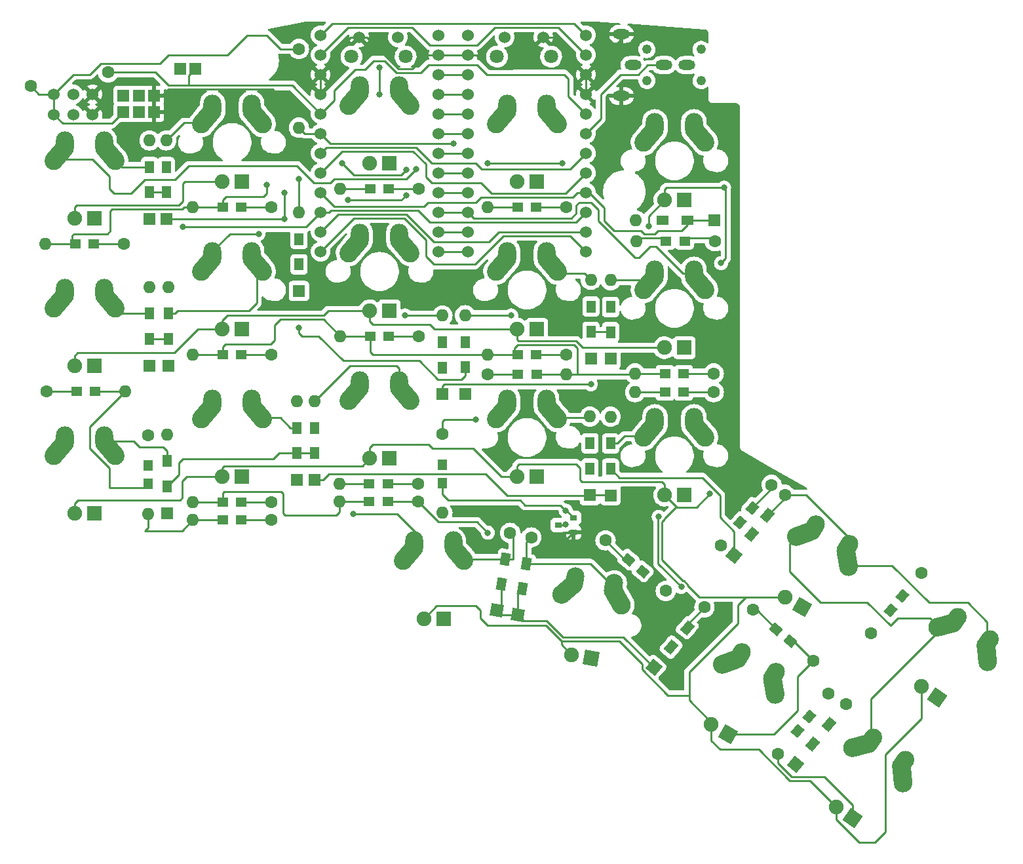
<source format=gbl>
G04 #@! TF.GenerationSoftware,KiCad,Pcbnew,(6.0.7)*
G04 #@! TF.CreationDate,2023-08-06T12:32:10+01:00*
G04 #@! TF.ProjectId,ergodash,6572676f-6461-4736-982e-6b696361645f,0.1*
G04 #@! TF.SameCoordinates,Original*
G04 #@! TF.FileFunction,Copper,L2,Bot*
G04 #@! TF.FilePolarity,Positive*
%FSLAX46Y46*%
G04 Gerber Fmt 4.6, Leading zero omitted, Abs format (unit mm)*
G04 Created by KiCad (PCBNEW (6.0.7)) date 2023-08-06 12:32:10*
%MOMM*%
%LPD*%
G01*
G04 APERTURE LIST*
G04 Aperture macros list*
%AMHorizOval*
0 Thick line with rounded ends*
0 $1 width*
0 $2 $3 position (X,Y) of the first rounded end (center of the circle)*
0 $4 $5 position (X,Y) of the second rounded end (center of the circle)*
0 Add line between two ends*
20,1,$1,$2,$3,$4,$5,0*
0 Add two circle primitives to create the rounded ends*
1,1,$1,$2,$3*
1,1,$1,$4,$5*%
%AMRotRect*
0 Rectangle, with rotation*
0 The origin of the aperture is its center*
0 $1 length*
0 $2 width*
0 $3 Rotation angle, in degrees counterclockwise*
0 Add horizontal line*
21,1,$1,$2,0,0,$3*%
G04 Aperture macros list end*
G04 #@! TA.AperFunction,ComponentPad*
%ADD10C,1.600000*%
G04 #@! TD*
G04 #@! TA.AperFunction,ComponentPad*
%ADD11HorizOval,1.600000X0.000000X0.000000X0.000000X0.000000X0*%
G04 #@! TD*
G04 #@! TA.AperFunction,ComponentPad*
%ADD12O,1.600000X1.600000*%
G04 #@! TD*
G04 #@! TA.AperFunction,ComponentPad*
%ADD13C,1.524000*%
G04 #@! TD*
G04 #@! TA.AperFunction,ComponentPad*
%ADD14C,1.800000*%
G04 #@! TD*
G04 #@! TA.AperFunction,ComponentPad*
%ADD15R,1.524000X1.524000*%
G04 #@! TD*
G04 #@! TA.AperFunction,ComponentPad*
%ADD16R,1.400000X1.200000*%
G04 #@! TD*
G04 #@! TA.AperFunction,ComponentPad*
%ADD17R,1.200000X1.400000*%
G04 #@! TD*
G04 #@! TA.AperFunction,ComponentPad*
%ADD18RotRect,1.400000X1.200000X140.000000*%
G04 #@! TD*
G04 #@! TA.AperFunction,ComponentPad*
%ADD19HorizOval,1.600000X0.000000X0.000000X0.000000X0.000000X0*%
G04 #@! TD*
G04 #@! TA.AperFunction,ComponentPad*
%ADD20R,1.905000X1.905000*%
G04 #@! TD*
G04 #@! TA.AperFunction,ComponentPad*
%ADD21C,1.905000*%
G04 #@! TD*
G04 #@! TA.AperFunction,ComponentPad*
%ADD22RotRect,1.905000X1.905000X350.000000*%
G04 #@! TD*
G04 #@! TA.AperFunction,ComponentPad*
%ADD23RotRect,1.600000X1.600000X50.000000*%
G04 #@! TD*
G04 #@! TA.AperFunction,ComponentPad*
%ADD24RotRect,1.600000X1.200000X50.000000*%
G04 #@! TD*
G04 #@! TA.AperFunction,ComponentPad*
%ADD25HorizOval,1.600000X0.000000X0.000000X0.000000X0.000000X0*%
G04 #@! TD*
G04 #@! TA.AperFunction,SMDPad,CuDef*
%ADD26R,0.900000X0.800000*%
G04 #@! TD*
G04 #@! TA.AperFunction,ComponentPad*
%ADD27HorizOval,2.400000X0.578509X0.689440X-0.578509X-0.689440X0*%
G04 #@! TD*
G04 #@! TA.AperFunction,ComponentPad*
%ADD28O,2.300000X3.337000*%
G04 #@! TD*
G04 #@! TA.AperFunction,ComponentPad*
%ADD29HorizOval,2.400000X0.578509X-0.689440X-0.578509X0.689440X0*%
G04 #@! TD*
G04 #@! TA.AperFunction,ComponentPad*
%ADD30HorizOval,2.400000X0.845723X0.307818X-0.845723X-0.307818X0*%
G04 #@! TD*
G04 #@! TA.AperFunction,ComponentPad*
%ADD31HorizOval,2.300000X-0.259250X-0.449034X0.259250X0.449034X0*%
G04 #@! TD*
G04 #@! TA.AperFunction,ComponentPad*
%ADD32HorizOval,2.400000X0.156283X-0.886327X-0.156283X0.886327X0*%
G04 #@! TD*
G04 #@! TA.AperFunction,ComponentPad*
%ADD33HorizOval,2.400000X0.689440X0.578509X-0.689440X-0.578509X0*%
G04 #@! TD*
G04 #@! TA.AperFunction,ComponentPad*
%ADD34HorizOval,2.300000X-0.090037X-0.510623X0.090037X0.510623X0*%
G04 #@! TD*
G04 #@! TA.AperFunction,ComponentPad*
%ADD35HorizOval,2.400000X0.450000X-0.779423X-0.450000X0.779423X0*%
G04 #@! TD*
G04 #@! TA.AperFunction,ComponentPad*
%ADD36HorizOval,2.300000X-0.297399X-0.424730X0.297399X0.424730X0*%
G04 #@! TD*
G04 #@! TA.AperFunction,ComponentPad*
%ADD37HorizOval,2.400000X0.869333X0.232937X-0.869333X-0.232937X0*%
G04 #@! TD*
G04 #@! TA.AperFunction,ComponentPad*
%ADD38HorizOval,2.400000X0.078440X-0.896575X-0.078440X0.896575X0*%
G04 #@! TD*
G04 #@! TA.AperFunction,ComponentPad*
%ADD39RotRect,1.905000X1.905000X330.000000*%
G04 #@! TD*
G04 #@! TA.AperFunction,ComponentPad*
%ADD40RotRect,1.905000X1.905000X325.000000*%
G04 #@! TD*
G04 #@! TA.AperFunction,ComponentPad*
%ADD41RotRect,1.400000X1.200000X230.000000*%
G04 #@! TD*
G04 #@! TA.AperFunction,ComponentPad*
%ADD42HorizOval,1.600000X0.000000X0.000000X0.000000X0.000000X0*%
G04 #@! TD*
G04 #@! TA.AperFunction,ComponentPad*
%ADD43RotRect,1.400000X1.200000X50.000000*%
G04 #@! TD*
G04 #@! TA.AperFunction,ComponentPad*
%ADD44R,1.600000X1.600000*%
G04 #@! TD*
G04 #@! TA.AperFunction,ComponentPad*
%ADD45R,1.200000X1.600000*%
G04 #@! TD*
G04 #@! TA.AperFunction,ComponentPad*
%ADD46R,1.600000X1.200000*%
G04 #@! TD*
G04 #@! TA.AperFunction,ComponentPad*
%ADD47RotRect,1.600000X1.600000X80.000000*%
G04 #@! TD*
G04 #@! TA.AperFunction,ComponentPad*
%ADD48RotRect,1.600000X1.200000X80.000000*%
G04 #@! TD*
G04 #@! TA.AperFunction,ComponentPad*
%ADD49HorizOval,1.600000X0.000000X0.000000X0.000000X0.000000X0*%
G04 #@! TD*
G04 #@! TA.AperFunction,WasherPad*
%ADD50C,1.210000*%
G04 #@! TD*
G04 #@! TA.AperFunction,ComponentPad*
%ADD51O,2.200000X1.300000*%
G04 #@! TD*
G04 #@! TA.AperFunction,ComponentPad*
%ADD52HorizOval,2.400000X-0.578509X0.689440X0.578509X-0.689440X0*%
G04 #@! TD*
G04 #@! TA.AperFunction,ComponentPad*
%ADD53HorizOval,2.400000X-0.578509X-0.689440X0.578509X0.689440X0*%
G04 #@! TD*
G04 #@! TA.AperFunction,ViaPad*
%ADD54C,0.800000*%
G04 #@! TD*
G04 #@! TA.AperFunction,Conductor*
%ADD55C,0.254000*%
G04 #@! TD*
G04 APERTURE END LIST*
D10*
X99060000Y-64992002D03*
D11*
X109065647Y-63227737D03*
D10*
X133731000Y-60198000D03*
D12*
X133731000Y-70358000D03*
D13*
X160314000Y-58674000D03*
X165314000Y-58674000D03*
D14*
X159314000Y-61174000D03*
X166314000Y-61174000D03*
D15*
X118380000Y-62738000D03*
X120380000Y-62738000D03*
D13*
X102070829Y-68676946D03*
X104570829Y-68676946D03*
X107070829Y-68676946D03*
D16*
X107225000Y-85344000D03*
D10*
X111125000Y-85344000D03*
D16*
X104825000Y-85344000D03*
D12*
X100965000Y-85344000D03*
D16*
X126275000Y-80645000D03*
D10*
X130175000Y-80645000D03*
D12*
X120015000Y-80645000D03*
D16*
X123875000Y-80645000D03*
X145325000Y-78232000D03*
D10*
X149225000Y-78232000D03*
D12*
X139065000Y-78232000D03*
D16*
X142925000Y-78232000D03*
X164375000Y-80645000D03*
D10*
X168275000Y-80645000D03*
D16*
X161975000Y-80645000D03*
D12*
X158115000Y-80645000D03*
D16*
X183558217Y-85027192D03*
D10*
X187458217Y-85027192D03*
D16*
X181158217Y-85027192D03*
D12*
X177298217Y-85027192D03*
D10*
X101092000Y-104394000D03*
D16*
X104992000Y-104394000D03*
D12*
X111252000Y-104394000D03*
D16*
X107392000Y-104394000D03*
D10*
X130175000Y-99695000D03*
D16*
X126275000Y-99695000D03*
D12*
X120015000Y-99695000D03*
D16*
X123875000Y-99695000D03*
D10*
X149225000Y-97282000D03*
D16*
X145325000Y-97282000D03*
X142925000Y-97282000D03*
D12*
X139065000Y-97282000D03*
D16*
X164375000Y-99695000D03*
D10*
X168275000Y-99695000D03*
D16*
X161975000Y-99695000D03*
D12*
X158115000Y-99695000D03*
D16*
X183425000Y-102108000D03*
D10*
X187325000Y-102108000D03*
D12*
X177165000Y-102108000D03*
D16*
X181025000Y-102108000D03*
D17*
X114230584Y-113968374D03*
D10*
X114230584Y-110068374D03*
D12*
X114230584Y-120228374D03*
D17*
X114230584Y-116368374D03*
D10*
X130175000Y-118745000D03*
D16*
X126275000Y-118745000D03*
X123875000Y-118745000D03*
D12*
X120015000Y-118745000D03*
D16*
X183425000Y-104521000D03*
D10*
X187325000Y-104521000D03*
D16*
X181025000Y-104521000D03*
D12*
X177165000Y-104521000D03*
D18*
X178140000Y-127680000D03*
D10*
X181127573Y-130186872D03*
D19*
X173344561Y-123656150D03*
D18*
X176301493Y-126137310D03*
D16*
X126275000Y-121031000D03*
D10*
X130175000Y-121031000D03*
D12*
X120015000Y-121031000D03*
D16*
X123875000Y-121031000D03*
X145198000Y-118618000D03*
D10*
X149098000Y-118618000D03*
D12*
X138938000Y-118618000D03*
D16*
X142798000Y-118618000D03*
D20*
X107315000Y-82105500D03*
D21*
X104775000Y-82105500D03*
D20*
X126365000Y-77343000D03*
D21*
X123825000Y-77343000D03*
D20*
X145415000Y-74961750D03*
D21*
X142875000Y-74961750D03*
D20*
X164465000Y-77343000D03*
D21*
X161925000Y-77343000D03*
D20*
X183515000Y-79724250D03*
D21*
X180975000Y-79724250D03*
D20*
X107315000Y-101155500D03*
D21*
X104775000Y-101155500D03*
D20*
X126365000Y-96393000D03*
D21*
X123825000Y-96393000D03*
D20*
X145415000Y-94011750D03*
D21*
X142875000Y-94011750D03*
D20*
X164465000Y-96393000D03*
D21*
X161925000Y-96393000D03*
D20*
X183515000Y-98774250D03*
D21*
X180975000Y-98774250D03*
D20*
X107315000Y-120205500D03*
D21*
X104775000Y-120205500D03*
D20*
X126365000Y-115443000D03*
D21*
X123825000Y-115443000D03*
D20*
X145415000Y-113061750D03*
D21*
X142875000Y-113061750D03*
D20*
X164465000Y-115443000D03*
D21*
X161925000Y-115443000D03*
D20*
X183515000Y-117824250D03*
D21*
X180975000Y-117824250D03*
D22*
X171470180Y-138903357D03*
D21*
X168968768Y-138462290D03*
D13*
X136525000Y-58420000D03*
X136525000Y-60960000D03*
X136525000Y-63500000D03*
X136525000Y-66040000D03*
X136525000Y-68580000D03*
X136525000Y-71120000D03*
X136525000Y-73660000D03*
X136525000Y-76200000D03*
X136525000Y-78740000D03*
X136525000Y-81280000D03*
X136525000Y-83820000D03*
X136525000Y-86360000D03*
X151765000Y-86360000D03*
X151765000Y-83820000D03*
X151765000Y-81280000D03*
X151765000Y-78740000D03*
X151765000Y-76200000D03*
X151765000Y-73660000D03*
X151765000Y-71120000D03*
X151765000Y-68580000D03*
X151765000Y-66040000D03*
X151765000Y-63500000D03*
X151765000Y-60960000D03*
X151765000Y-58420000D03*
D20*
X152410000Y-133760000D03*
D21*
X149870000Y-133760000D03*
D23*
X197861783Y-152586827D03*
D24*
X200079400Y-149943974D03*
D25*
X204392505Y-144803815D03*
D24*
X202174888Y-147446669D03*
D26*
X169222000Y-120730000D03*
X169222000Y-122630000D03*
X167222000Y-121680000D03*
D27*
X102684951Y-73949269D03*
D28*
X103525000Y-72525500D03*
X108565000Y-72525500D03*
D29*
X109405049Y-73949269D03*
D28*
X103525000Y-91575500D03*
D27*
X102684951Y-92999269D03*
D28*
X108565000Y-91575500D03*
D29*
X109405049Y-92999269D03*
D28*
X103525000Y-110625500D03*
D27*
X102684951Y-112049269D03*
D28*
X108565000Y-110625500D03*
D29*
X109405049Y-112049269D03*
D28*
X122575000Y-86813000D03*
D27*
X121734951Y-88236769D03*
D28*
X127615000Y-86813000D03*
D29*
X128455049Y-88236769D03*
D28*
X122575000Y-105863000D03*
D27*
X121734951Y-107286769D03*
D29*
X128455049Y-107286769D03*
D28*
X127615000Y-105863000D03*
X141625000Y-65381750D03*
D27*
X140784951Y-66805519D03*
D28*
X146665000Y-65381750D03*
D29*
X147505049Y-66805519D03*
D28*
X141625000Y-84431750D03*
D27*
X140784951Y-85855519D03*
D29*
X147505049Y-85855519D03*
D28*
X146665000Y-84431750D03*
D27*
X140784951Y-104905519D03*
D28*
X141625000Y-103481750D03*
D29*
X147505049Y-104905519D03*
D28*
X146665000Y-103481750D03*
D27*
X159834951Y-69186769D03*
D28*
X160675000Y-67763000D03*
X165715000Y-67763000D03*
D29*
X166555049Y-69186769D03*
D28*
X160675000Y-86813000D03*
D27*
X159834951Y-88236769D03*
D28*
X165715000Y-86813000D03*
D29*
X166555049Y-88236769D03*
D28*
X160675000Y-105863000D03*
D27*
X159834951Y-107286769D03*
D29*
X166555049Y-107286769D03*
D28*
X165715000Y-105863000D03*
D30*
X198802637Y-122858181D03*
D31*
X200242025Y-122045186D03*
D32*
X204622412Y-126218230D03*
D31*
X204606793Y-124565186D03*
D33*
X168326787Y-130067038D03*
D34*
X169401308Y-128810772D03*
D35*
X174944791Y-131233969D03*
D34*
X174364739Y-129685959D03*
D31*
X190717025Y-138543186D03*
D30*
X189277637Y-139356181D03*
D31*
X195081793Y-141063186D03*
D32*
X195097412Y-142716230D03*
D27*
X147779951Y-125603769D03*
D28*
X148620000Y-124180000D03*
X153660000Y-124180000D03*
D29*
X154500049Y-125603769D03*
D36*
X218583481Y-133943341D03*
D37*
X217078713Y-134627793D03*
D38*
X222583495Y-138482281D03*
D36*
X222712007Y-136834166D03*
D37*
X206152063Y-150232855D03*
D36*
X207656831Y-149548403D03*
D38*
X211656845Y-154087343D03*
D36*
X211785357Y-152439228D03*
D39*
X198734261Y-132236709D03*
D21*
X196534557Y-130966709D03*
D40*
X216193205Y-143964672D03*
D21*
X214112559Y-142507788D03*
D39*
X189209261Y-148734709D03*
D21*
X187009557Y-147464709D03*
D40*
X205266555Y-159569734D03*
D21*
X203185909Y-158112850D03*
D10*
X194785041Y-116504139D03*
D41*
X192278169Y-119491712D03*
D42*
X188254319Y-124287151D03*
D41*
X190735479Y-121330219D03*
D10*
X214189562Y-127853920D03*
D41*
X211682690Y-130841493D03*
D42*
X207658840Y-135636932D03*
D41*
X210140000Y-132680000D03*
D18*
X197196028Y-136680000D03*
D10*
X200183601Y-139186872D03*
D18*
X195357521Y-135137310D03*
D19*
X192400589Y-132656150D03*
D43*
X198134458Y-148275297D03*
D10*
X195627586Y-151262870D03*
D43*
X199677148Y-146436790D03*
D25*
X202158308Y-143479858D03*
D44*
X114427000Y-82169000D03*
D45*
X114427000Y-78719000D03*
D12*
X114427000Y-72009000D03*
D45*
X114427000Y-75459000D03*
X114427000Y-97642000D03*
D44*
X114427000Y-101092000D03*
D45*
X114427000Y-94382000D03*
D12*
X114427000Y-90932000D03*
D44*
X116713000Y-120142000D03*
D45*
X116713000Y-116692000D03*
X116713000Y-113432000D03*
D12*
X116713000Y-109982000D03*
D44*
X116586000Y-82169000D03*
D45*
X116586000Y-78719000D03*
X116586000Y-75459000D03*
D12*
X116586000Y-72009000D03*
D44*
X155194000Y-104754000D03*
D45*
X155194000Y-101304000D03*
D12*
X155194000Y-94594000D03*
D45*
X155194000Y-98044000D03*
X171450000Y-96732000D03*
D44*
X171450000Y-100182000D03*
D12*
X171450000Y-90022000D03*
D45*
X171450000Y-93472000D03*
X171323000Y-114385000D03*
D44*
X171323000Y-117835000D03*
D12*
X171323000Y-107675000D03*
D45*
X171323000Y-111125000D03*
D46*
X183928155Y-82343258D03*
D44*
X187378155Y-82343258D03*
D46*
X180668155Y-82343258D03*
D12*
X177218155Y-82343258D03*
D45*
X173990000Y-114406000D03*
D44*
X173990000Y-117856000D03*
D45*
X173990000Y-111146000D03*
D12*
X173990000Y-107696000D03*
D24*
X192187903Y-122909011D03*
D23*
X189970286Y-125551864D03*
D25*
X196501008Y-117768852D03*
D24*
X194283391Y-120411706D03*
D47*
X159254395Y-132702520D03*
D48*
X159853481Y-129304933D03*
D49*
X161018660Y-122696873D03*
D48*
X160419574Y-126094460D03*
D47*
X161974821Y-133288060D03*
D48*
X162573907Y-129890473D03*
D49*
X163739086Y-123282413D03*
D48*
X163140000Y-126680000D03*
D24*
X181807617Y-137453877D03*
D23*
X179590000Y-140096730D03*
D25*
X186120722Y-132313718D03*
D24*
X183903105Y-134956572D03*
D10*
X158115000Y-102235000D03*
D16*
X162015000Y-102235000D03*
X164415000Y-102235000D03*
D12*
X168275000Y-102235000D03*
D17*
X152273000Y-113861000D03*
D10*
X152273000Y-109961000D03*
D17*
X152273000Y-116261000D03*
D12*
X152273000Y-120121000D03*
D15*
X111030000Y-66209000D03*
X113030000Y-66209000D03*
X115030000Y-66209000D03*
X111030000Y-68368000D03*
X113030000Y-68368000D03*
X115030000Y-68368000D03*
D44*
X152273000Y-104796000D03*
D45*
X152273000Y-101346000D03*
X152273000Y-98086000D03*
D12*
X152273000Y-94636000D03*
D45*
X135763000Y-112395000D03*
D44*
X135763000Y-115845000D03*
D45*
X135763000Y-109135000D03*
D12*
X135763000Y-105685000D03*
D44*
X173990000Y-100224000D03*
D45*
X173990000Y-96774000D03*
X173990000Y-93514000D03*
D12*
X173990000Y-90064000D03*
D50*
X185682981Y-60266219D03*
X178682981Y-60266219D03*
X185682981Y-64266219D03*
X178682981Y-64266219D03*
D51*
X176882981Y-62266219D03*
X183882981Y-62266219D03*
X180882981Y-62266219D03*
X175382981Y-58266219D03*
X175382981Y-66266219D03*
D45*
X133477000Y-112395000D03*
D44*
X133477000Y-115845000D03*
D45*
X133477000Y-109135000D03*
D12*
X133477000Y-105685000D03*
D45*
X133731000Y-88011000D03*
D44*
X133731000Y-91461000D03*
D45*
X133731000Y-84751000D03*
D12*
X133731000Y-81301000D03*
D44*
X116840000Y-101092000D03*
D45*
X116840000Y-97642000D03*
X116840000Y-94382000D03*
D12*
X116840000Y-90932000D03*
D16*
X145198000Y-116332000D03*
D10*
X149098000Y-116332000D03*
D12*
X138938000Y-116332000D03*
D16*
X142798000Y-116332000D03*
D13*
X107076249Y-66040000D03*
X102076249Y-66040000D03*
X104570829Y-66040000D03*
X146518000Y-58674000D03*
X141518000Y-58674000D03*
D14*
X140518000Y-61174000D03*
X147518000Y-61174000D03*
D13*
X170815000Y-58420000D03*
X170815000Y-60960000D03*
X170815000Y-63500000D03*
X170815000Y-66040000D03*
X170815000Y-68580000D03*
X170815000Y-71120000D03*
X170815000Y-73660000D03*
X170815000Y-76200000D03*
X170815000Y-78740000D03*
X170815000Y-81280000D03*
X170815000Y-83820000D03*
X170815000Y-86360000D03*
X155575000Y-86360000D03*
X155575000Y-83820000D03*
X155575000Y-81280000D03*
X155575000Y-78740000D03*
X155575000Y-76200000D03*
X155575000Y-73660000D03*
X155575000Y-71120000D03*
X155575000Y-68580000D03*
X155575000Y-66040000D03*
X155575000Y-63500000D03*
X155575000Y-60960000D03*
X155575000Y-58420000D03*
D28*
X127615000Y-67763000D03*
D52*
X128455049Y-69186769D03*
D28*
X122575000Y-67763000D03*
D53*
X121734951Y-69186769D03*
D52*
X185605049Y-71568019D03*
D28*
X184765000Y-70144250D03*
D53*
X178884951Y-71568019D03*
D28*
X179725000Y-70144250D03*
D52*
X185605049Y-90618019D03*
D28*
X184765000Y-89194250D03*
D53*
X178884951Y-90618019D03*
D28*
X179725000Y-89194250D03*
D52*
X185605049Y-109668019D03*
D28*
X184765000Y-108244250D03*
D53*
X178884951Y-109668019D03*
D28*
X179725000Y-108244250D03*
D54*
X133731000Y-96247000D03*
X131826000Y-78740000D03*
X131826000Y-82169000D03*
X171450000Y-103505000D03*
X118745000Y-83185000D03*
X147574000Y-75819000D03*
X133731000Y-76962000D03*
X139319000Y-74930000D03*
X147447000Y-94615000D03*
X161163000Y-94615000D03*
X131699000Y-66802000D03*
X172593000Y-121578202D03*
X168140000Y-123680000D03*
X153670000Y-72390000D03*
X158115000Y-74930000D03*
X167767000Y-74930000D03*
X188266506Y-87852356D03*
X144145000Y-66040000D03*
X178910032Y-83123758D03*
X144145000Y-62611000D03*
X186836557Y-117658074D03*
X188657705Y-78102479D03*
X148844000Y-75692000D03*
X147574000Y-79121000D03*
X140081000Y-79736980D03*
X128524000Y-84074000D03*
X140716000Y-120269000D03*
X180208889Y-120611111D03*
X183140000Y-129680000D03*
X158140000Y-122680000D03*
X168206000Y-119836000D03*
X168206000Y-121614000D03*
X129540000Y-77724000D03*
X156591000Y-108077000D03*
D55*
X168763999Y-75711001D02*
X170815000Y-73660000D01*
X148844001Y-72898001D02*
X137286999Y-72898001D01*
X156591000Y-74930000D02*
X157372001Y-75711001D01*
X137286999Y-72898001D02*
X136525000Y-73660000D01*
X150876000Y-74930000D02*
X156591000Y-74930000D01*
X157372001Y-75711001D02*
X168763999Y-75711001D01*
X150876000Y-74930000D02*
X148844001Y-72898001D01*
X169102370Y-79375000D02*
X169737370Y-78740000D01*
X171200000Y-78740000D02*
X173140000Y-80680000D01*
X136525000Y-78740000D02*
X138302980Y-80517980D01*
X178355800Y-84133994D02*
X179686006Y-84133994D01*
X116586000Y-82169000D02*
X131826000Y-82169000D01*
X177901806Y-83680000D02*
X178355800Y-84133994D01*
X155194000Y-102358000D02*
X155194000Y-101304000D01*
X138302980Y-80517980D02*
X149860020Y-80517980D01*
X170815000Y-78740000D02*
X171200000Y-78740000D01*
X150368000Y-80010000D02*
X156591000Y-80010000D01*
X133731000Y-96247000D02*
X133731000Y-96901000D01*
X173140000Y-82409160D02*
X174410840Y-83680000D01*
X114427000Y-78719000D02*
X116586000Y-78719000D01*
X183928155Y-82891845D02*
X183928155Y-82343258D01*
X139446000Y-100457000D02*
X149298198Y-100457000D01*
X157226000Y-79375000D02*
X169102370Y-79375000D01*
X151711198Y-102870000D02*
X154682000Y-102870000D01*
X169737370Y-78740000D02*
X170815000Y-78740000D01*
X136271000Y-97282000D02*
X139446000Y-100457000D01*
X179686006Y-84133994D02*
X180140000Y-83680000D01*
X149860020Y-80517980D02*
X150368000Y-80010000D01*
X134112000Y-97282000D02*
X136271000Y-97282000D01*
X183140000Y-83680000D02*
X183928155Y-82891845D01*
X173140000Y-80680000D02*
X173140000Y-82409160D01*
X180140000Y-83680000D02*
X183140000Y-83680000D01*
X174410840Y-83680000D02*
X177901806Y-83680000D01*
X187378155Y-82343258D02*
X183928155Y-82343258D01*
X133731000Y-96901000D02*
X134112000Y-97282000D01*
X154682000Y-102870000D02*
X155194000Y-102358000D01*
X131826000Y-78740000D02*
X131826000Y-82169000D01*
X149298198Y-100457000D02*
X151711198Y-102870000D01*
X156591000Y-80010000D02*
X157226000Y-79375000D01*
X170815000Y-81280000D02*
X169545000Y-82550000D01*
X152273000Y-104796000D02*
X152273000Y-103742000D01*
X150622000Y-82550000D02*
X149097990Y-81025990D01*
X152273000Y-103742000D02*
X152510000Y-103505000D01*
X118745000Y-83185000D02*
X134620000Y-83185000D01*
X171450000Y-96732000D02*
X173948000Y-96732000D01*
X152510000Y-103505000D02*
X171450000Y-103505000D01*
X149097990Y-81025990D02*
X137856640Y-81025990D01*
X137602630Y-81280000D02*
X136525000Y-81280000D01*
X134620000Y-83185000D02*
X136525000Y-81280000D01*
X114427000Y-97642000D02*
X116840000Y-97642000D01*
X169545000Y-82550000D02*
X150622000Y-82550000D01*
X173948000Y-96732000D02*
X173990000Y-96774000D01*
X137856640Y-81025990D02*
X137602630Y-81280000D01*
X118237000Y-115168000D02*
X116713000Y-116692000D01*
X118745000Y-113157000D02*
X118237000Y-113665000D01*
X118237000Y-113665000D02*
X118237000Y-115168000D01*
X136817000Y-115845000D02*
X135763000Y-115845000D01*
X137600000Y-115062000D02*
X157861000Y-115062000D01*
X159512000Y-83820000D02*
X158242000Y-85090000D01*
X170815000Y-83820000D02*
X159512000Y-83820000D01*
X188140000Y-117857016D02*
X188140000Y-120680000D01*
X133477000Y-112395000D02*
X135763000Y-112395000D01*
X188140000Y-120680000D02*
X189970286Y-122510286D01*
X147574000Y-81534000D02*
X138811000Y-81534000D01*
X158242000Y-85090000D02*
X151130000Y-85090000D01*
X173990000Y-114406000D02*
X175154000Y-115570000D01*
X175154000Y-115570000D02*
X185852984Y-115570000D01*
X171323000Y-117835000D02*
X173969000Y-117835000D01*
X171577000Y-117856000D02*
X160655000Y-117856000D01*
X118745000Y-113157000D02*
X130429000Y-113157000D01*
X133477000Y-112395000D02*
X131191000Y-112395000D01*
X189970286Y-122510286D02*
X189970286Y-125551864D01*
X137600000Y-115062000D02*
X136817000Y-115845000D01*
X185852984Y-115570000D02*
X188140000Y-117857016D01*
X138811000Y-81534000D02*
X136525000Y-83820000D01*
X131191000Y-112395000D02*
X130429000Y-113157000D01*
X173969000Y-117835000D02*
X173990000Y-117856000D01*
X151130000Y-85090000D02*
X147574000Y-81534000D01*
X160655000Y-117856000D02*
X157861000Y-115062000D01*
X110828500Y-75459000D02*
X109855000Y-74485500D01*
X114427000Y-75459000D02*
X110828500Y-75459000D01*
X110701500Y-94382000D02*
X109855000Y-93535500D01*
X114427000Y-94382000D02*
X110701500Y-94382000D01*
X108810500Y-110871000D02*
X109855000Y-111915500D01*
X109855000Y-111915500D02*
X109855000Y-112585500D01*
X112395000Y-110871000D02*
X113157000Y-111633000D01*
X113157000Y-111633000D02*
X116205000Y-111633000D01*
X116205000Y-111633000D02*
X116713000Y-112141000D01*
X116713000Y-112141000D02*
X116713000Y-113432000D01*
X108810500Y-110871000D02*
X112395000Y-110871000D01*
X118872000Y-69723000D02*
X116586000Y-72009000D01*
X121285000Y-69723000D02*
X118872000Y-69723000D01*
X128270000Y-92964000D02*
X128270000Y-89408000D01*
X118096000Y-93980000D02*
X127254000Y-93980000D01*
X128270000Y-89408000D02*
X128905000Y-88773000D01*
X117694000Y-94382000D02*
X118096000Y-93980000D01*
X127254000Y-93980000D02*
X128270000Y-92964000D01*
X116840000Y-94382000D02*
X117694000Y-94382000D01*
X127691000Y-105939000D02*
X127615000Y-105863000D01*
X127615000Y-105863000D02*
X128905000Y-107823000D01*
X128905000Y-107823000D02*
X131311000Y-107823000D01*
X132623000Y-109135000D02*
X133477000Y-109135000D01*
X131311000Y-107823000D02*
X132623000Y-109135000D01*
X133731000Y-76962000D02*
X133731000Y-81301000D01*
X147574000Y-75819000D02*
X146939000Y-76454000D01*
X146939000Y-76454000D02*
X140843000Y-76454000D01*
X140843000Y-76454000D02*
X139319000Y-74930000D01*
X152654000Y-94636000D02*
X147468000Y-94636000D01*
X147447000Y-94615000D02*
X152252000Y-94615000D01*
X152252000Y-94615000D02*
X152273000Y-94636000D01*
X147468000Y-94636000D02*
X147447000Y-94615000D01*
X135763000Y-105685000D02*
X140356000Y-101092000D01*
X140356000Y-101092000D02*
X146304000Y-101092000D01*
X146665000Y-101453000D02*
X146665000Y-103481750D01*
X146304000Y-101092000D02*
X146665000Y-101453000D01*
X161142000Y-94594000D02*
X161163000Y-94615000D01*
X155194000Y-94594000D02*
X161142000Y-94594000D01*
X171450000Y-90022000D02*
X170650001Y-89222001D01*
X167454001Y-89222001D02*
X167005000Y-88773000D01*
X170650001Y-89222001D02*
X167454001Y-89222001D01*
X167005000Y-107823000D02*
X171450000Y-107823000D01*
X173990000Y-90064000D02*
X178855250Y-90064000D01*
X178855250Y-90064000D02*
X179725000Y-89194250D01*
X175785750Y-110204250D02*
X178435000Y-110204250D01*
X173990000Y-111146000D02*
X174844000Y-111146000D01*
X174844000Y-111146000D02*
X175785750Y-110204250D01*
X223198246Y-139591769D02*
X222332623Y-137410853D01*
X210367595Y-126907595D02*
X215140000Y-131680000D01*
X196501008Y-117768852D02*
X199228852Y-117768852D01*
X204606793Y-123146793D02*
X204606793Y-124565186D01*
X194283391Y-120411706D02*
X196501008Y-118194089D01*
X215140000Y-131680000D02*
X220140000Y-131680000D01*
X199228852Y-117768852D02*
X204606793Y-123146793D01*
X220140000Y-131680000D02*
X222644504Y-134184504D01*
X222644504Y-134184504D02*
X222644504Y-139179617D01*
X196501008Y-118194089D02*
X196501008Y-117768852D01*
X204743966Y-126907595D02*
X210367595Y-126907595D01*
X116850000Y-65405000D02*
X130302000Y-65405000D01*
X155575000Y-60960000D02*
X156652630Y-60960000D01*
X168783000Y-60452000D02*
X168783000Y-61468000D01*
X141518000Y-58674000D02*
X140440370Y-58674000D01*
X136525000Y-63500000D02*
X136525000Y-66040000D01*
X115030000Y-66209000D02*
X116046000Y-66209000D01*
X168783000Y-61468000D02*
X170815000Y-63500000D01*
X175382981Y-58932019D02*
X175382981Y-58266219D01*
X150114000Y-60960000D02*
X148336000Y-62738000D01*
X146558000Y-62738000D02*
X142494000Y-58674000D01*
X148336000Y-62738000D02*
X146558000Y-62738000D01*
X170815000Y-63500000D02*
X175382981Y-58932019D01*
X168206000Y-123646000D02*
X169222000Y-122630000D01*
X138303000Y-60811370D02*
X138303000Y-61722000D01*
X165314000Y-58674000D02*
X167005000Y-58674000D01*
X158430630Y-62738000D02*
X161250000Y-62738000D01*
X161250000Y-62738000D02*
X165314000Y-58674000D01*
X169222000Y-122630000D02*
X171541202Y-122630000D01*
X142494000Y-58674000D02*
X141518000Y-58674000D01*
X140440370Y-58674000D02*
X138303000Y-60811370D01*
X170815000Y-63500000D02*
X170815000Y-66040000D01*
X151765000Y-60960000D02*
X150114000Y-60960000D01*
X167005000Y-58674000D02*
X168783000Y-60452000D01*
X156652630Y-60960000D02*
X158430630Y-62738000D01*
X130302000Y-65405000D02*
X131699000Y-66802000D01*
X151765000Y-60960000D02*
X155575000Y-60960000D01*
X171541202Y-122630000D02*
X172593000Y-121578202D01*
X116046000Y-66209000D02*
X116850000Y-65405000D01*
X138303000Y-61722000D02*
X136525000Y-63500000D01*
X136525000Y-71120000D02*
X137795000Y-72390000D01*
X178791035Y-62266219D02*
X180882981Y-62266219D01*
X172720000Y-69215000D02*
X172720000Y-66040000D01*
X158115000Y-74930000D02*
X167767000Y-74930000D01*
X170815000Y-71120000D02*
X172720000Y-69215000D01*
X136525000Y-71120000D02*
X134493000Y-71120000D01*
X175260000Y-63500000D02*
X177557254Y-63500000D01*
X177557254Y-63500000D02*
X178791035Y-62266219D01*
X134493000Y-71120000D02*
X133731000Y-70358000D01*
X172720000Y-66040000D02*
X175260000Y-63500000D01*
X153670000Y-72390000D02*
X137795000Y-72390000D01*
X118237000Y-80391000D02*
X118745000Y-79883000D01*
X118745000Y-77597000D02*
X118999000Y-77343000D01*
X118999000Y-77343000D02*
X123825000Y-77343000D01*
X105029000Y-80391000D02*
X104775000Y-80645000D01*
X104775000Y-80645000D02*
X104775000Y-82105500D01*
X193140000Y-150680000D02*
X197140000Y-154680000D01*
X170053000Y-115824000D02*
X170307000Y-116078000D01*
X141890750Y-114046000D02*
X142875000Y-113061750D01*
X144145000Y-66040000D02*
X144145000Y-62611000D01*
X133731000Y-60198000D02*
X131318000Y-60198000D01*
X165637872Y-134680000D02*
X158140000Y-134680000D01*
X156210000Y-111760000D02*
X151003000Y-111760000D01*
X118681500Y-118173500D02*
X118681500Y-116014500D01*
X103213829Y-69819946D02*
X109578054Y-69819946D01*
X102076249Y-66040000D02*
X100107998Y-66040000D01*
X118745000Y-79883000D02*
X118745000Y-77597000D01*
X157140000Y-132680000D02*
X156581180Y-132121180D01*
X185114631Y-119380000D02*
X182530750Y-119380000D01*
X137509250Y-94011750D02*
X136906000Y-94615000D01*
X162179000Y-113792000D02*
X169545000Y-113792000D01*
X178910032Y-83123758D02*
X178910032Y-81789218D01*
X199753059Y-154680000D02*
X203185909Y-158112850D01*
X102070829Y-66045420D02*
X102076249Y-66040000D01*
X206140000Y-162680000D02*
X203185909Y-159725909D01*
X183921000Y-129356499D02*
X183463501Y-128899000D01*
X120650000Y-96393000D02*
X123825000Y-96393000D01*
X168968768Y-138462290D02*
X167637872Y-137131394D01*
X136906000Y-94615000D02*
X124460000Y-94615000D01*
X180975000Y-78377212D02*
X180975000Y-79724250D01*
X184140000Y-140680000D02*
X190413481Y-134406519D01*
X105156000Y-118491000D02*
X118364000Y-118491000D01*
X124460000Y-94615000D02*
X123825000Y-95250000D01*
X158140000Y-134680000D02*
X157140000Y-133680000D01*
X123825000Y-115443000D02*
X123825000Y-114300000D01*
X169544990Y-97916990D02*
X170402250Y-98774250D01*
X104616249Y-63500000D02*
X102076249Y-66040000D01*
X203185909Y-159725909D02*
X203185909Y-158112850D01*
X181408784Y-143680000D02*
X178081934Y-140353150D01*
X197140000Y-154680000D02*
X199753059Y-154680000D01*
X186836557Y-117658074D02*
X185114631Y-119380000D01*
X167637872Y-136680000D02*
X165637872Y-134680000D01*
X180989889Y-120830111D02*
X182440000Y-119380000D01*
X182530750Y-119380000D02*
X180975000Y-117824250D01*
X116840000Y-60960000D02*
X115753263Y-62046737D01*
X183463501Y-128899000D02*
X183359000Y-128899000D01*
X151003000Y-111760000D02*
X150512001Y-111269001D01*
X169545000Y-113792000D02*
X170053000Y-114300000D01*
X188868350Y-78313124D02*
X188657705Y-78102479D01*
X170402250Y-98774250D02*
X180975000Y-98774250D01*
X180648000Y-121276501D02*
X180989889Y-120934612D01*
X143256000Y-95758000D02*
X150622000Y-95758000D01*
X180989889Y-120934612D02*
X180989889Y-120830111D01*
X180648000Y-126188000D02*
X180648000Y-121276501D01*
X161925000Y-115443000D02*
X161925000Y-114046000D01*
X142875000Y-94011750D02*
X137509250Y-94011750D01*
X191426709Y-130966709D02*
X196534557Y-130966709D01*
X151765000Y-66040000D02*
X155575000Y-66040000D01*
X182440000Y-119380000D02*
X185114631Y-119380000D01*
X208140000Y-162680000D02*
X206140000Y-162680000D01*
X124460000Y-60960000D02*
X116840000Y-60960000D01*
X184140000Y-144311792D02*
X184140000Y-140680000D01*
X150622000Y-95758000D02*
X151257000Y-96393000D01*
X188868350Y-87250512D02*
X188868350Y-78313124D01*
X187009557Y-147464709D02*
X187009557Y-147181349D01*
X161925000Y-97740038D02*
X162101952Y-97916990D01*
X161925000Y-115443000D02*
X159893000Y-115443000D01*
X188140000Y-150680000D02*
X193140000Y-150680000D01*
X104775000Y-101155500D02*
X104775000Y-99808462D01*
X190413481Y-131979937D02*
X191426709Y-130966709D01*
X161925000Y-96393000D02*
X161925000Y-97740038D01*
X185426709Y-130966709D02*
X183921000Y-129461000D01*
X214112559Y-146707441D02*
X209517001Y-151302999D01*
X167637872Y-137131394D02*
X167637872Y-136680000D01*
X151508820Y-132121180D02*
X149870000Y-133760000D01*
X151257000Y-96393000D02*
X161925000Y-96393000D01*
X156581180Y-132121180D02*
X151508820Y-132121180D01*
X181247212Y-78105000D02*
X180975000Y-78377212D01*
X187009557Y-147181349D02*
X184140000Y-144311792D01*
X127000000Y-58420000D02*
X124460000Y-60960000D01*
X109578054Y-69819946D02*
X111030000Y-68368000D01*
X162101952Y-97916990D02*
X169544990Y-97916990D01*
X129540000Y-58420000D02*
X127000000Y-58420000D01*
X104775000Y-118872000D02*
X105156000Y-118491000D01*
X124079000Y-114046000D02*
X141890750Y-114046000D01*
X188655184Y-78105000D02*
X181247212Y-78105000D01*
X118681500Y-116014500D02*
X119253000Y-115443000D01*
X214112559Y-142507788D02*
X214112559Y-146707441D01*
X184140000Y-143680000D02*
X181408784Y-143680000D01*
X183921000Y-129461000D02*
X183921000Y-129356499D01*
X103213829Y-69819946D02*
X102070829Y-68676946D01*
X131318000Y-60198000D02*
X129540000Y-58420000D01*
X178081934Y-140353150D02*
X178081934Y-139621934D01*
X187009557Y-147464709D02*
X187009557Y-149549557D01*
X191426709Y-130966709D02*
X185426709Y-130966709D01*
X209517001Y-151302999D02*
X209517001Y-161302999D01*
X180594000Y-116078000D02*
X180975000Y-116459000D01*
X102070829Y-68676946D02*
X102070829Y-66045420D01*
X175140000Y-136680000D02*
X167637872Y-136680000D01*
X108133263Y-62046737D02*
X106680000Y-63500000D01*
X142875000Y-111714712D02*
X142875000Y-113061750D01*
X105142462Y-99441000D02*
X117602000Y-99441000D01*
X142875000Y-95377000D02*
X143256000Y-95758000D01*
X150512001Y-111269001D02*
X143320711Y-111269001D01*
X170307000Y-116078000D02*
X180594000Y-116078000D01*
X157140000Y-133680000D02*
X157140000Y-132680000D01*
X187009557Y-149549557D02*
X188140000Y-150680000D01*
X159893000Y-115443000D02*
X156210000Y-111760000D01*
X178081934Y-139621934D02*
X175140000Y-136680000D01*
X188657705Y-78102479D02*
X188655184Y-78105000D01*
X123825000Y-114300000D02*
X124079000Y-114046000D01*
X123825000Y-95250000D02*
X123825000Y-96393000D01*
X190413481Y-134406519D02*
X190413481Y-131979937D01*
X119253000Y-115443000D02*
X123825000Y-115443000D01*
X100107998Y-66040000D02*
X99060000Y-64992002D01*
X188266506Y-87852356D02*
X188868350Y-87250512D01*
X115753263Y-62046737D02*
X108133263Y-62046737D01*
X142875000Y-94011750D02*
X142875000Y-95377000D01*
X118237000Y-80391000D02*
X105029000Y-80391000D01*
X106680000Y-63500000D02*
X104616249Y-63500000D01*
X178910032Y-81789218D02*
X180975000Y-79724250D01*
X209517001Y-161302999D02*
X208140000Y-162680000D01*
X183359000Y-128899000D02*
X180648000Y-126188000D01*
X104775000Y-120205500D02*
X104775000Y-118872000D01*
X161925000Y-114046000D02*
X162179000Y-113792000D01*
X180975000Y-116459000D02*
X180975000Y-117824250D01*
X118364000Y-118491000D02*
X118681500Y-118173500D01*
X104775000Y-99808462D02*
X105142462Y-99441000D01*
X143320711Y-111269001D02*
X142875000Y-111714712D01*
X170053000Y-114300000D02*
X170053000Y-115824000D01*
X117602000Y-99441000D02*
X120650000Y-96393000D01*
X142240000Y-62865000D02*
X140970000Y-62865000D01*
X109065647Y-63227737D02*
X115210025Y-63227737D01*
X157988000Y-63500000D02*
X156718000Y-62230000D01*
X168529000Y-66294000D02*
X168529000Y-64008000D01*
X143383000Y-61722000D02*
X142240000Y-62865000D01*
X116879288Y-64897000D02*
X119507000Y-64897000D01*
X149479000Y-63246000D02*
X146347566Y-63246000D01*
X138303000Y-65532000D02*
X138303000Y-66802000D01*
X168529000Y-64008000D02*
X168021000Y-63500000D01*
X144823566Y-61722000D02*
X143383000Y-61722000D01*
X140970000Y-62865000D02*
X138303000Y-65532000D01*
X168021000Y-63500000D02*
X157988000Y-63500000D01*
X150495000Y-62230000D02*
X149479000Y-63246000D01*
X136525000Y-68580000D02*
X132842000Y-64897000D01*
X132842000Y-64897000D02*
X119507000Y-64897000D01*
X170815000Y-68580000D02*
X168529000Y-66294000D01*
X120380000Y-62738000D02*
X119507000Y-63611000D01*
X119507000Y-63611000D02*
X119507000Y-64897000D01*
X156718000Y-62230000D02*
X150495000Y-62230000D01*
X146347566Y-63246000D02*
X144823566Y-61722000D01*
X138303000Y-66802000D02*
X136525000Y-68580000D01*
X115210025Y-63227737D02*
X116879288Y-64897000D01*
X155321000Y-68834000D02*
X155956000Y-68834000D01*
X155448000Y-68834000D02*
X155956000Y-68834000D01*
X151765000Y-68580000D02*
X155575000Y-68580000D01*
X155321000Y-68834000D02*
X155448000Y-68834000D01*
X137922019Y-77343001D02*
X137921999Y-77343001D01*
X109855000Y-78867000D02*
X109220000Y-78232000D01*
X151765000Y-71120000D02*
X155575000Y-71120000D01*
X148844000Y-75692000D02*
X147573990Y-76962010D01*
X137795000Y-77470000D02*
X135636000Y-77470000D01*
X113792000Y-77089000D02*
X112014000Y-78867000D01*
X138303010Y-76962010D02*
X137922019Y-77343001D01*
X117729000Y-77089000D02*
X113792000Y-77089000D01*
X107028882Y-74485500D02*
X102235000Y-74485500D01*
X135636000Y-77470000D02*
X133477000Y-75311000D01*
X109220000Y-78232000D02*
X109220000Y-76676618D01*
X119507000Y-75311000D02*
X117729000Y-77089000D01*
X112014000Y-78867000D02*
X109855000Y-78867000D01*
X137921999Y-77343001D02*
X137795000Y-77470000D01*
X147573990Y-76962010D02*
X138303010Y-76962010D01*
X109220000Y-76676618D02*
X107028882Y-74485500D01*
X133477000Y-75311000D02*
X119507000Y-75311000D01*
X122575000Y-86813000D02*
X121285000Y-88773000D01*
X124795500Y-84074000D02*
X122575000Y-86294500D01*
X151765000Y-73660000D02*
X155575000Y-73660000D01*
X147574000Y-79121000D02*
X146958020Y-79736980D01*
X128524000Y-84074000D02*
X124795500Y-84074000D01*
X140081000Y-79736980D02*
X146958020Y-79736980D01*
X122575000Y-86294500D02*
X122575000Y-86813000D01*
X151765000Y-76200000D02*
X155575000Y-76200000D01*
X146431000Y-120269000D02*
X149245000Y-123083000D01*
X149245000Y-123083000D02*
X149245000Y-124913000D01*
X140716000Y-120269000D02*
X146431000Y-120269000D01*
X151765000Y-78740000D02*
X155575000Y-78740000D01*
X169926010Y-80009990D02*
X171469990Y-80009990D01*
X151765000Y-81280000D02*
X155575000Y-81280000D01*
X171469990Y-80009990D02*
X172416210Y-80956210D01*
X180140000Y-126680000D02*
X180140000Y-120680000D01*
X172416210Y-82403790D02*
X177183696Y-87171276D01*
X179858420Y-85680000D02*
X183372670Y-89194250D01*
X169545000Y-80391000D02*
X169926010Y-80009990D01*
X168910001Y-82041999D02*
X169545000Y-81407000D01*
X155575000Y-81280000D02*
X156336999Y-82041999D01*
X177183696Y-87171276D02*
X177648724Y-87171276D01*
X179140000Y-85680000D02*
X179858420Y-85680000D01*
X183140000Y-129680000D02*
X180140000Y-126680000D01*
X180140000Y-120680000D02*
X180208889Y-120611111D01*
X177648724Y-87171276D02*
X179140000Y-85680000D01*
X183372670Y-89194250D02*
X184765000Y-89194250D01*
X172416210Y-80956210D02*
X172416210Y-82403790D01*
X169545000Y-81407000D02*
X169545000Y-80391000D01*
X156336999Y-82041999D02*
X168910001Y-82041999D01*
X201140000Y-131680000D02*
X207140000Y-131680000D01*
X211140000Y-133680000D02*
X215273599Y-133680000D01*
X197140000Y-127680000D02*
X197140000Y-124102447D01*
X211140000Y-133680000D02*
X210140000Y-134680000D01*
X151765000Y-83820000D02*
X155575000Y-83820000D01*
X216402565Y-134808966D02*
X215273599Y-133680000D01*
X210140000Y-134680000D02*
X207140000Y-131680000D01*
X207656831Y-144163169D02*
X216140000Y-135680000D01*
X197140000Y-124102447D02*
X198144852Y-123097595D01*
X201140000Y-131680000D02*
X197140000Y-127680000D01*
X207656831Y-149548403D02*
X207656831Y-144163169D01*
X151765000Y-63500000D02*
X155575000Y-63500000D01*
X159839935Y-133288060D02*
X159254395Y-132702520D01*
X159853481Y-132103434D02*
X159254395Y-132702520D01*
X165728228Y-134051936D02*
X167848293Y-136172001D01*
X147320000Y-82042000D02*
X150114000Y-84836000D01*
X160147000Y-84328000D02*
X168783000Y-84328000D01*
X161974821Y-133288060D02*
X159839935Y-133288060D01*
X151130000Y-88011000D02*
X156464000Y-88011000D01*
X150114000Y-84836000D02*
X150114000Y-86995000D01*
X156464000Y-88011000D02*
X160147000Y-84328000D01*
X159853481Y-129304933D02*
X159853481Y-132103434D01*
X161974821Y-133288060D02*
X161974821Y-130489559D01*
X175665271Y-136172001D02*
X179590000Y-140096730D01*
X161974821Y-133288060D02*
X162738697Y-134051936D01*
X140843000Y-82042000D02*
X147320000Y-82042000D01*
X162738697Y-134051936D02*
X165728228Y-134051936D01*
X136525000Y-86360000D02*
X140843000Y-82042000D01*
X161974821Y-130489559D02*
X162573907Y-129890473D01*
X167848293Y-136172001D02*
X175665271Y-136172001D01*
X150114000Y-86995000D02*
X151130000Y-88011000D01*
X168783000Y-84328000D02*
X170815000Y-86360000D01*
X154995540Y-126094460D02*
X161419574Y-126094460D01*
X154950000Y-126140000D02*
X154995540Y-126094460D01*
X161419574Y-126094460D02*
X161419574Y-123295959D01*
X163140000Y-123881499D02*
X163739086Y-123282413D01*
X163140000Y-126680000D02*
X171358780Y-126680000D01*
X163140000Y-126680000D02*
X163140000Y-123881499D01*
X171358780Y-126680000D02*
X174364739Y-129685959D01*
X183903105Y-134531335D02*
X183903105Y-134956572D01*
X186120722Y-132313718D02*
X183903105Y-134531335D01*
X138049000Y-56896000D02*
X136525000Y-58420000D01*
X170815000Y-58420000D02*
X169291000Y-56896000D01*
X169291000Y-56896000D02*
X138049000Y-56896000D01*
X150622000Y-59690000D02*
X148336000Y-57404000D01*
X156718000Y-59690000D02*
X150622000Y-59690000D01*
X148336000Y-57404000D02*
X140081000Y-57404000D01*
X140081000Y-57404000D02*
X136525000Y-60960000D01*
X167259000Y-57404000D02*
X159004000Y-57404000D01*
X170815000Y-60960000D02*
X167259000Y-57404000D01*
X159004000Y-57404000D02*
X156718000Y-59690000D01*
X107675000Y-85344000D02*
X111125000Y-85344000D01*
X126725000Y-80645000D02*
X130175000Y-80645000D01*
X145775000Y-78232000D02*
X149225000Y-78232000D01*
X164825000Y-80645000D02*
X168275000Y-80645000D01*
X183438032Y-84650328D02*
X187338032Y-84650328D01*
X101092000Y-104394000D02*
X104542000Y-104394000D01*
X126725000Y-99695000D02*
X130175000Y-99695000D01*
X145775000Y-97282000D02*
X149225000Y-97282000D01*
X164825000Y-99695000D02*
X168275000Y-99695000D01*
X183875000Y-102108000D02*
X187325000Y-102108000D01*
X126725000Y-118745000D02*
X130175000Y-118745000D01*
X145648000Y-116332000D02*
X149098000Y-116332000D01*
X158115000Y-102235000D02*
X161565000Y-102235000D01*
X183875000Y-104521000D02*
X187325000Y-104521000D01*
X126725000Y-121031000D02*
X130175000Y-121031000D01*
X156762000Y-121302000D02*
X151782000Y-121302000D01*
X158140000Y-122680000D02*
X156762000Y-121302000D01*
X145648000Y-118618000D02*
X149098000Y-118618000D01*
X151782000Y-121302000D02*
X149098000Y-118618000D01*
X152273000Y-117725000D02*
X153039000Y-118491000D01*
X152273000Y-116671000D02*
X152273000Y-117725000D01*
X168206000Y-119836000D02*
X168328000Y-119836000D01*
X167496000Y-119126000D02*
X168206000Y-119836000D01*
X162941000Y-119126000D02*
X167496000Y-119126000D01*
X168328000Y-119836000D02*
X169222000Y-120730000D01*
X162306000Y-118491000D02*
X162941000Y-119126000D01*
X153039000Y-118491000D02*
X162306000Y-118491000D01*
X118872000Y-80645000D02*
X118617998Y-80899002D01*
X104648000Y-84074000D02*
X104415000Y-84307000D01*
X104415000Y-84307000D02*
X104415000Y-85344000D01*
X109600998Y-80899002D02*
X109347000Y-81153000D01*
X109347000Y-81153000D02*
X109347000Y-83693000D01*
X109347000Y-83693000D02*
X108966000Y-84074000D01*
X108966000Y-84074000D02*
X104648000Y-84074000D01*
X192876361Y-132656150D02*
X192400589Y-132656150D01*
X142925000Y-99364000D02*
X142925000Y-97282000D01*
X168140000Y-121680000D02*
X168206000Y-121614000D01*
X124460000Y-79248000D02*
X129159000Y-79248000D01*
X177165000Y-104521000D02*
X180615000Y-104521000D01*
X138938000Y-116332000D02*
X142388000Y-116332000D01*
X111252000Y-104394000D02*
X106680000Y-108966000D01*
X131318000Y-95123000D02*
X130556000Y-95885000D01*
X120015000Y-80645000D02*
X118872000Y-80645000D01*
X139065000Y-78232000D02*
X142515000Y-78232000D01*
X130556000Y-95885000D02*
X130556000Y-97790000D01*
X120015000Y-99695000D02*
X123465000Y-99695000D01*
X124587000Y-98298000D02*
X124460000Y-98298000D01*
X123875000Y-98629000D02*
X123875000Y-99060000D01*
X139065000Y-97282000D02*
X142515000Y-97282000D01*
X129540000Y-78867000D02*
X129540000Y-78740000D01*
X168275000Y-102235000D02*
X169672000Y-102235000D01*
X195357521Y-135137310D02*
X192876361Y-132656150D01*
X169291000Y-98425000D02*
X169672000Y-98806000D01*
X124206000Y-98298000D02*
X123875000Y-98629000D01*
X120015000Y-118745000D02*
X123465000Y-118745000D01*
X124079000Y-117348000D02*
X123875000Y-117552000D01*
X106680000Y-111760000D02*
X109220000Y-114300000D01*
X113758958Y-116840000D02*
X114230584Y-116368374D01*
X120015000Y-80645000D02*
X123465000Y-80645000D01*
X167222000Y-121680000D02*
X168140000Y-121680000D01*
X161565000Y-99695000D02*
X161565000Y-98841000D01*
X169672000Y-102235000D02*
X177038000Y-102235000D01*
X120015000Y-121031000D02*
X123465000Y-121031000D01*
X118618000Y-122428000D02*
X113792000Y-122428000D01*
X131699000Y-120142000D02*
X131699000Y-117602000D01*
X143256000Y-99695000D02*
X142925000Y-99364000D01*
X161565000Y-98841000D02*
X161981000Y-98425000D01*
X169672000Y-98806000D02*
X169672000Y-102235000D01*
X129540000Y-78740000D02*
X129540000Y-77724000D01*
X161565000Y-99695000D02*
X158115000Y-99695000D01*
X109220000Y-116840000D02*
X113758958Y-116840000D01*
X124587000Y-98298000D02*
X130048000Y-98298000D01*
X177178032Y-84650328D02*
X181038032Y-84650328D01*
X120015000Y-121031000D02*
X118618000Y-122428000D01*
X100965000Y-85344000D02*
X104415000Y-85344000D01*
X175825721Y-126137310D02*
X176301493Y-126137310D01*
X123875000Y-79706000D02*
X123875000Y-80645000D01*
X129159000Y-79248000D02*
X129540000Y-78867000D01*
X173344561Y-123656150D02*
X175825721Y-126137310D01*
X106680000Y-108966000D02*
X106680000Y-111760000D01*
X158115000Y-80645000D02*
X161565000Y-80645000D01*
X114230584Y-121989416D02*
X114230584Y-120228374D01*
X143256000Y-99695000D02*
X158115000Y-99695000D01*
X131699000Y-117602000D02*
X131445000Y-117348000D01*
X161981000Y-98425000D02*
X169291000Y-98425000D01*
X131445000Y-117348000D02*
X124079000Y-117348000D01*
X124460000Y-79248000D02*
X124333000Y-79248000D01*
X113792000Y-122428000D02*
X114230584Y-121989416D01*
X138557000Y-120396000D02*
X131953000Y-120396000D01*
X123875000Y-99695000D02*
X123875000Y-99060000D01*
X124333000Y-79248000D02*
X123875000Y-79706000D01*
X136906000Y-95123000D02*
X131318000Y-95123000D01*
X109600998Y-80899002D02*
X118617998Y-80899002D01*
X130556000Y-97790000D02*
X130048000Y-98298000D01*
X138938000Y-118618000D02*
X142388000Y-118618000D01*
X164825000Y-102235000D02*
X168275000Y-102235000D01*
X131953000Y-120396000D02*
X131699000Y-120142000D01*
X139065000Y-97282000D02*
X136906000Y-95123000D01*
X138938000Y-120015000D02*
X138557000Y-120396000D01*
X123875000Y-117552000D02*
X123875000Y-118745000D01*
X177038000Y-102235000D02*
X177165000Y-102108000D01*
X124460000Y-98298000D02*
X124206000Y-98298000D01*
X138938000Y-118618000D02*
X138938000Y-120015000D01*
X111252000Y-104394000D02*
X107392000Y-104394000D01*
X180615000Y-102108000D02*
X177165000Y-102108000D01*
X109220000Y-114300000D02*
X109220000Y-116840000D01*
X152273000Y-108331000D02*
X152527000Y-108077000D01*
X151765000Y-86360000D02*
X155575000Y-86360000D01*
X152527000Y-108077000D02*
X156591000Y-108077000D01*
X152273000Y-109961000D02*
X152273000Y-108331000D01*
X150876000Y-77470000D02*
X157226000Y-77470000D01*
X150114000Y-76708000D02*
X150876000Y-77470000D01*
X150114000Y-75057000D02*
X150114000Y-76708000D01*
X158623000Y-78867000D02*
X168148000Y-78867000D01*
X148463011Y-73406011D02*
X150114000Y-75057000D01*
X168148000Y-78867000D02*
X170815000Y-76200000D01*
X157226000Y-77470000D02*
X158623000Y-78867000D01*
X139318989Y-73406011D02*
X148463011Y-73406011D01*
X139318989Y-73406011D02*
X136525000Y-76200000D01*
X194785041Y-116984840D02*
X194785041Y-116504139D01*
X192278169Y-119491712D02*
X194785041Y-116984840D01*
X189209261Y-148734709D02*
X195085291Y-148734709D01*
X200183601Y-139186872D02*
X197676729Y-136680000D01*
X198140000Y-145680000D02*
X198140000Y-141230473D01*
X195085291Y-148734709D02*
X198140000Y-145680000D01*
X198140000Y-141230473D02*
X200183601Y-139186872D01*
X197676729Y-136680000D02*
X197196028Y-136680000D01*
X201632000Y-154172000D02*
X205266555Y-157806555D01*
X205266555Y-157806555D02*
X205266555Y-159569734D01*
X197405346Y-154172000D02*
X201632000Y-154172000D01*
X195627586Y-151262870D02*
X195627586Y-152394240D01*
X195627586Y-152394240D02*
X197405346Y-154172000D01*
G04 #@! TA.AperFunction,Conductor*
G36*
X179793700Y-116733502D02*
G01*
X179840193Y-116787158D01*
X179850297Y-116857432D01*
X179829667Y-116910504D01*
X179764717Y-117005717D01*
X179703393Y-117095615D01*
X179700314Y-117100128D01*
X179698140Y-117104811D01*
X179698138Y-117104815D01*
X179601769Y-117312426D01*
X179599163Y-117318040D01*
X179534960Y-117549548D01*
X179509431Y-117788432D01*
X179509728Y-117793585D01*
X179509728Y-117793588D01*
X179519467Y-117962498D01*
X179523260Y-118028279D01*
X179524397Y-118033325D01*
X179524398Y-118033331D01*
X179553795Y-118163775D01*
X179576077Y-118262646D01*
X179578019Y-118267428D01*
X179578020Y-118267432D01*
X179664519Y-118480453D01*
X179666463Y-118485240D01*
X179791991Y-118690082D01*
X179949289Y-118871672D01*
X179953264Y-118874972D01*
X179953267Y-118874975D01*
X180012905Y-118924487D01*
X180134133Y-119025133D01*
X180341559Y-119146343D01*
X180346379Y-119148183D01*
X180346384Y-119148186D01*
X180480044Y-119199225D01*
X180565997Y-119232047D01*
X180571063Y-119233078D01*
X180571064Y-119233078D01*
X180627391Y-119244538D01*
X180801419Y-119279944D01*
X180936427Y-119284895D01*
X181036338Y-119288559D01*
X181036342Y-119288559D01*
X181041502Y-119288748D01*
X181046622Y-119288092D01*
X181046624Y-119288092D01*
X181160514Y-119273502D01*
X181279800Y-119258221D01*
X181348607Y-119237578D01*
X181419601Y-119237161D01*
X181479551Y-119275194D01*
X181509423Y-119339600D01*
X181499732Y-119409932D01*
X181473908Y-119447359D01*
X180993067Y-119928200D01*
X180930755Y-119962226D01*
X180859940Y-119957161D01*
X180821703Y-119933978D01*
X180820142Y-119932245D01*
X180764373Y-119891726D01*
X180670983Y-119823874D01*
X180670982Y-119823873D01*
X180665641Y-119819993D01*
X180659613Y-119817309D01*
X180659611Y-119817308D01*
X180497208Y-119745002D01*
X180497207Y-119745002D01*
X180491177Y-119742317D01*
X180375129Y-119717650D01*
X180310833Y-119703983D01*
X180310828Y-119703983D01*
X180304376Y-119702611D01*
X180113402Y-119702611D01*
X180106950Y-119703983D01*
X180106945Y-119703983D01*
X180042649Y-119717650D01*
X179926601Y-119742317D01*
X179920571Y-119745002D01*
X179920570Y-119745002D01*
X179758167Y-119817308D01*
X179758165Y-119817309D01*
X179752137Y-119819993D01*
X179597636Y-119932245D01*
X179593215Y-119937155D01*
X179593214Y-119937156D01*
X179474500Y-120069002D01*
X179469849Y-120074167D01*
X179432850Y-120138251D01*
X179385835Y-120219684D01*
X179374362Y-120239555D01*
X179315347Y-120421183D01*
X179314657Y-120427744D01*
X179314657Y-120427746D01*
X179297305Y-120592842D01*
X179295385Y-120611111D01*
X179296075Y-120617676D01*
X179312863Y-120777402D01*
X179315347Y-120801039D01*
X179374362Y-120982667D01*
X179377665Y-120988389D01*
X179377666Y-120988390D01*
X179402879Y-121032060D01*
X179469849Y-121148055D01*
X179474269Y-121152964D01*
X179478148Y-121158303D01*
X179476434Y-121159549D01*
X179502854Y-121214603D01*
X179504500Y-121234905D01*
X179504500Y-126600980D01*
X179503970Y-126612214D01*
X179502292Y-126619719D01*
X179503272Y-126650911D01*
X179504438Y-126688012D01*
X179504500Y-126691969D01*
X179504500Y-126719983D01*
X179504996Y-126723908D01*
X179504996Y-126723909D01*
X179505008Y-126724004D01*
X179505941Y-126735849D01*
X179507335Y-126780205D01*
X179509547Y-126787817D01*
X179513013Y-126799748D01*
X179517023Y-126819112D01*
X179517100Y-126819719D01*
X179518197Y-126828403D01*
X179519573Y-126839299D01*
X179522489Y-126846663D01*
X179522490Y-126846668D01*
X179535907Y-126880556D01*
X179539752Y-126891785D01*
X179552131Y-126934393D01*
X179556169Y-126941220D01*
X179556170Y-126941223D01*
X179562488Y-126951906D01*
X179571188Y-126969664D01*
X179575761Y-126981215D01*
X179575765Y-126981221D01*
X179578681Y-126988588D01*
X179583339Y-126994999D01*
X179583340Y-126995001D01*
X179604764Y-127024488D01*
X179611281Y-127034410D01*
X179629826Y-127065768D01*
X179629829Y-127065772D01*
X179633866Y-127072598D01*
X179648250Y-127086982D01*
X179661091Y-127102016D01*
X179673058Y-127118487D01*
X179679166Y-127123540D01*
X179707255Y-127146777D01*
X179716035Y-127154767D01*
X181220025Y-128658758D01*
X181254051Y-128721070D01*
X181248986Y-128791886D01*
X181206439Y-128848721D01*
X181139919Y-128873532D01*
X181132434Y-128873799D01*
X181127573Y-128873374D01*
X180899486Y-128893329D01*
X180894173Y-128894753D01*
X180894171Y-128894753D01*
X180683640Y-128951165D01*
X180683638Y-128951166D01*
X180678330Y-128952588D01*
X180673349Y-128954911D01*
X180673348Y-128954911D01*
X180475811Y-129047023D01*
X180475806Y-129047026D01*
X180470824Y-129049349D01*
X180365962Y-129122774D01*
X180287784Y-129177515D01*
X180287781Y-129177517D01*
X180283273Y-129180674D01*
X180121375Y-129342572D01*
X180118218Y-129347080D01*
X180118216Y-129347083D01*
X180075345Y-129408309D01*
X179990050Y-129530123D01*
X179987727Y-129535105D01*
X179987724Y-129535110D01*
X179899741Y-129723793D01*
X179893289Y-129737629D01*
X179891867Y-129742937D01*
X179891866Y-129742939D01*
X179835713Y-129952505D01*
X179834030Y-129958785D01*
X179814075Y-130186872D01*
X179834030Y-130414959D01*
X179835454Y-130420272D01*
X179835454Y-130420274D01*
X179886734Y-130611650D01*
X179893289Y-130636115D01*
X179895612Y-130641096D01*
X179895612Y-130641097D01*
X179987724Y-130838634D01*
X179987727Y-130838639D01*
X179990050Y-130843621D01*
X180054392Y-130935510D01*
X180116702Y-131024498D01*
X180121375Y-131031172D01*
X180283273Y-131193070D01*
X180287781Y-131196227D01*
X180287784Y-131196229D01*
X180331944Y-131227150D01*
X180470824Y-131324395D01*
X180475806Y-131326718D01*
X180475811Y-131326721D01*
X180673348Y-131418833D01*
X180678330Y-131421156D01*
X180683638Y-131422578D01*
X180683640Y-131422579D01*
X180894171Y-131478991D01*
X180894173Y-131478991D01*
X180899486Y-131480415D01*
X181127573Y-131500370D01*
X181355660Y-131480415D01*
X181360973Y-131478991D01*
X181360975Y-131478991D01*
X181571506Y-131422579D01*
X181571508Y-131422578D01*
X181576816Y-131421156D01*
X181581798Y-131418833D01*
X181779335Y-131326721D01*
X181779340Y-131326718D01*
X181784322Y-131324395D01*
X181923202Y-131227150D01*
X181967362Y-131196229D01*
X181967365Y-131196227D01*
X181971873Y-131193070D01*
X182133771Y-131031172D01*
X182138445Y-131024498D01*
X182200754Y-130935510D01*
X182265096Y-130843621D01*
X182267419Y-130838639D01*
X182267422Y-130838634D01*
X182359534Y-130641097D01*
X182359534Y-130641096D01*
X182361857Y-130636115D01*
X182368413Y-130611650D01*
X182403786Y-130479635D01*
X182440738Y-130419012D01*
X182504599Y-130387991D01*
X182575093Y-130396419D01*
X182599547Y-130410306D01*
X182683248Y-130471118D01*
X182689276Y-130473802D01*
X182689278Y-130473803D01*
X182830382Y-130536626D01*
X182857712Y-130548794D01*
X182951112Y-130568647D01*
X183038056Y-130587128D01*
X183038061Y-130587128D01*
X183044513Y-130588500D01*
X183235487Y-130588500D01*
X183241939Y-130587128D01*
X183241944Y-130587128D01*
X183328888Y-130568647D01*
X183422288Y-130548794D01*
X183449618Y-130536626D01*
X183590722Y-130473803D01*
X183590724Y-130473802D01*
X183596752Y-130471118D01*
X183626042Y-130449838D01*
X183745903Y-130362753D01*
X183751253Y-130358866D01*
X183752405Y-130357587D01*
X183814773Y-130327653D01*
X183885227Y-130336413D01*
X183924178Y-130362910D01*
X184422931Y-130861664D01*
X184921459Y-131360192D01*
X184929035Y-131368518D01*
X184933156Y-131375012D01*
X184938931Y-131380435D01*
X184982974Y-131421794D01*
X184985816Y-131424549D01*
X185005236Y-131443969D01*
X185039262Y-131506281D01*
X185034197Y-131577096D01*
X185019355Y-131605332D01*
X184983199Y-131656969D01*
X184980876Y-131661951D01*
X184980873Y-131661956D01*
X184924636Y-131782559D01*
X184886438Y-131864475D01*
X184885016Y-131869783D01*
X184885015Y-131869785D01*
X184829711Y-132076182D01*
X184827179Y-132085631D01*
X184807224Y-132313718D01*
X184827179Y-132541805D01*
X184828603Y-132547118D01*
X184828603Y-132547120D01*
X184843584Y-132603029D01*
X184841894Y-132674005D01*
X184810972Y-132724736D01*
X184462744Y-133072963D01*
X184120019Y-133415688D01*
X184057707Y-133449713D01*
X184024001Y-133452402D01*
X183921893Y-133446783D01*
X183912934Y-133446290D01*
X183904199Y-133448331D01*
X183904196Y-133448331D01*
X183852936Y-133460307D01*
X183771096Y-133479427D01*
X183763279Y-133483841D01*
X183763278Y-133483841D01*
X183744366Y-133494519D01*
X183644259Y-133551041D01*
X183638560Y-133556506D01*
X183638559Y-133556507D01*
X183630915Y-133563838D01*
X183599115Y-133594334D01*
X183596925Y-133596944D01*
X183596924Y-133596945D01*
X183217450Y-134049184D01*
X182508775Y-134893750D01*
X182473980Y-134945726D01*
X182471349Y-134953175D01*
X182471349Y-134953176D01*
X182468627Y-134960883D01*
X182425478Y-135083072D01*
X182417475Y-135228509D01*
X182419516Y-135237244D01*
X182419516Y-135237247D01*
X182430131Y-135282682D01*
X182450612Y-135370347D01*
X182455026Y-135378164D01*
X182455026Y-135378165D01*
X182518342Y-135490306D01*
X182518344Y-135490309D01*
X182522226Y-135497184D01*
X182565518Y-135542329D01*
X183558517Y-136375554D01*
X183610493Y-136410349D01*
X183747839Y-136458850D01*
X183893276Y-136466854D01*
X183902011Y-136464813D01*
X183902014Y-136464813D01*
X183969434Y-136449061D01*
X184035114Y-136433717D01*
X184049551Y-136425566D01*
X184134773Y-136377448D01*
X184161951Y-136362103D01*
X184173351Y-136351171D01*
X184204635Y-136321169D01*
X184207095Y-136318810D01*
X184214874Y-136309540D01*
X184860704Y-135539870D01*
X185297435Y-135019394D01*
X185304454Y-135008910D01*
X185320346Y-134985170D01*
X185332230Y-134967418D01*
X185337260Y-134953176D01*
X185377742Y-134838539D01*
X185380732Y-134830072D01*
X185388735Y-134684635D01*
X185379612Y-134645583D01*
X185365511Y-134585227D01*
X185355598Y-134542797D01*
X185348243Y-134529770D01*
X185287868Y-134422838D01*
X185287866Y-134422835D01*
X185283984Y-134415960D01*
X185240692Y-134370815D01*
X185194683Y-134332209D01*
X185155357Y-134273100D01*
X185154231Y-134202113D01*
X185186580Y-134146592D01*
X185429115Y-133904058D01*
X185709706Y-133623467D01*
X185772018Y-133589442D01*
X185831413Y-133590857D01*
X185887313Y-133605836D01*
X185887324Y-133605838D01*
X185892635Y-133607261D01*
X186120722Y-133627216D01*
X186348809Y-133607261D01*
X186354122Y-133605837D01*
X186354124Y-133605837D01*
X186564655Y-133549425D01*
X186564657Y-133549424D01*
X186569965Y-133548002D01*
X186625343Y-133522179D01*
X186772484Y-133453567D01*
X186772489Y-133453564D01*
X186777471Y-133451241D01*
X186889266Y-133372961D01*
X186960511Y-133323075D01*
X186960514Y-133323073D01*
X186965022Y-133319916D01*
X187126920Y-133158018D01*
X187131150Y-133151978D01*
X187196263Y-133058986D01*
X187258245Y-132970467D01*
X187260568Y-132965485D01*
X187260571Y-132965480D01*
X187352683Y-132767943D01*
X187352683Y-132767942D01*
X187355006Y-132762961D01*
X187360487Y-132742508D01*
X187412841Y-132547120D01*
X187412841Y-132547118D01*
X187414265Y-132541805D01*
X187434220Y-132313718D01*
X187414265Y-132085631D01*
X187411733Y-132076182D01*
X187356429Y-131869785D01*
X187356428Y-131869783D01*
X187355006Y-131864475D01*
X187316295Y-131781458D01*
X187305634Y-131711267D01*
X187334614Y-131646455D01*
X187394034Y-131607598D01*
X187430490Y-131602209D01*
X189691913Y-131602209D01*
X189760034Y-131622211D01*
X189806527Y-131675867D01*
X189816631Y-131746141D01*
X189813960Y-131759521D01*
X189812855Y-131763828D01*
X189806447Y-131782550D01*
X189798364Y-131801229D01*
X189796682Y-131811850D01*
X189791421Y-131845064D01*
X189789016Y-131856677D01*
X189777981Y-131899655D01*
X189777981Y-131920002D01*
X189776430Y-131939713D01*
X189773246Y-131959816D01*
X189773992Y-131967708D01*
X189777422Y-132003993D01*
X189777981Y-132015851D01*
X189777981Y-134091097D01*
X189757979Y-134159218D01*
X189741076Y-134180192D01*
X186739958Y-137181309D01*
X183746517Y-140174750D01*
X183738191Y-140182326D01*
X183731697Y-140186447D01*
X183726274Y-140192222D01*
X183684915Y-140236265D01*
X183682160Y-140239107D01*
X183662361Y-140258906D01*
X183659937Y-140262031D01*
X183659929Y-140262040D01*
X183659863Y-140262126D01*
X183652155Y-140271151D01*
X183621783Y-140303494D01*
X183617965Y-140310438D01*
X183617964Y-140310440D01*
X183611978Y-140321329D01*
X183601127Y-140337847D01*
X183588650Y-140353933D01*
X183571024Y-140394666D01*
X183565807Y-140405314D01*
X183544431Y-140444197D01*
X183542460Y-140451872D01*
X183542458Y-140451878D01*
X183539369Y-140463911D01*
X183532966Y-140482613D01*
X183524883Y-140501292D01*
X183521949Y-140519818D01*
X183517940Y-140545127D01*
X183515535Y-140556740D01*
X183504500Y-140599718D01*
X183504500Y-140620065D01*
X183502949Y-140639776D01*
X183499765Y-140659879D01*
X183500511Y-140667771D01*
X183503941Y-140704056D01*
X183504500Y-140715914D01*
X183504500Y-142918500D01*
X183484498Y-142986621D01*
X183430842Y-143033114D01*
X183378500Y-143044500D01*
X181724207Y-143044500D01*
X181656086Y-143024498D01*
X181635112Y-143007595D01*
X180205420Y-141577903D01*
X180171394Y-141515591D01*
X180176459Y-141444776D01*
X180197993Y-141407817D01*
X180236339Y-141362118D01*
X181137539Y-140288109D01*
X181172334Y-140236133D01*
X181220836Y-140098787D01*
X181228839Y-139953350D01*
X181225805Y-139940360D01*
X181204288Y-139848262D01*
X181195702Y-139811512D01*
X181124088Y-139684675D01*
X181080796Y-139639531D01*
X181005784Y-139576588D01*
X180203340Y-138903258D01*
X179781379Y-138549191D01*
X179729403Y-138514396D01*
X179663231Y-138491028D01*
X179600524Y-138468884D01*
X179592057Y-138465894D01*
X179446620Y-138457891D01*
X179437885Y-138459932D01*
X179437882Y-138459932D01*
X179370462Y-138475684D01*
X179304782Y-138491028D01*
X179177945Y-138562642D01*
X179172241Y-138568112D01*
X179153012Y-138586552D01*
X179090001Y-138619264D01*
X179019307Y-138612718D01*
X178976707Y-138584705D01*
X178117816Y-137725814D01*
X180321987Y-137725814D01*
X180324028Y-137734549D01*
X180324028Y-137734552D01*
X180339780Y-137801972D01*
X180355124Y-137867652D01*
X180359538Y-137875469D01*
X180359538Y-137875470D01*
X180422854Y-137987611D01*
X180422856Y-137987614D01*
X180426738Y-137994489D01*
X180470030Y-138039634D01*
X181463029Y-138872859D01*
X181465856Y-138874752D01*
X181465858Y-138874753D01*
X181502716Y-138899427D01*
X181515005Y-138907654D01*
X181652351Y-138956155D01*
X181661309Y-138956648D01*
X181713277Y-138959508D01*
X181797788Y-138964159D01*
X181806523Y-138962118D01*
X181806526Y-138962118D01*
X181873946Y-138946366D01*
X181939626Y-138931022D01*
X181964254Y-138917117D01*
X181993355Y-138900686D01*
X182066463Y-138859408D01*
X182111607Y-138816115D01*
X182207416Y-138701935D01*
X182796004Y-138000483D01*
X183201947Y-137516699D01*
X183208875Y-137506351D01*
X183232347Y-137471288D01*
X183236742Y-137464723D01*
X183239734Y-137456252D01*
X183282254Y-137335844D01*
X183285244Y-137327377D01*
X183293247Y-137181940D01*
X183290780Y-137171377D01*
X183265047Y-137061235D01*
X183260110Y-137040102D01*
X183242453Y-137008829D01*
X183192380Y-136920143D01*
X183192378Y-136920140D01*
X183188496Y-136913265D01*
X183145204Y-136868120D01*
X182152205Y-136034895D01*
X182133476Y-136022357D01*
X182106796Y-136004496D01*
X182106795Y-136004495D01*
X182100229Y-136000100D01*
X181962883Y-135951599D01*
X181817446Y-135943595D01*
X181808711Y-135945636D01*
X181808708Y-135945636D01*
X181770396Y-135954587D01*
X181675608Y-135976732D01*
X181548771Y-136048346D01*
X181503627Y-136091639D01*
X181501437Y-136094249D01*
X181501436Y-136094250D01*
X181097221Y-136575975D01*
X180413287Y-137391055D01*
X180378492Y-137443031D01*
X180375861Y-137450480D01*
X180375861Y-137450481D01*
X180339809Y-137552572D01*
X180329990Y-137580377D01*
X180321987Y-137725814D01*
X178117816Y-137725814D01*
X176684552Y-136292549D01*
X176650526Y-136230237D01*
X176655591Y-136159421D01*
X176698138Y-136102586D01*
X176752791Y-136079264D01*
X176757077Y-136078912D01*
X176762096Y-136077651D01*
X176762098Y-136077651D01*
X176984675Y-136021744D01*
X176984679Y-136021743D01*
X176989686Y-136020485D01*
X176994416Y-136018429D01*
X176994423Y-136018426D01*
X177204891Y-135926912D01*
X177204894Y-135926910D01*
X177209628Y-135924852D01*
X177213962Y-135922048D01*
X177213966Y-135922046D01*
X177406654Y-135797390D01*
X177406657Y-135797388D01*
X177410997Y-135794580D01*
X177429821Y-135777452D01*
X177584563Y-135636647D01*
X177584564Y-135636645D01*
X177588385Y-135633169D01*
X177591584Y-135629118D01*
X177591588Y-135629114D01*
X177733824Y-135449011D01*
X177737029Y-135444953D01*
X177852937Y-135234987D01*
X177903636Y-135091818D01*
X177931269Y-135013785D01*
X177931270Y-135013781D01*
X177932995Y-135008910D01*
X177938915Y-134975675D01*
X177974148Y-134777881D01*
X177974149Y-134777875D01*
X177975054Y-134772792D01*
X177977984Y-134532976D01*
X177941707Y-134295902D01*
X177867196Y-134067936D01*
X177805892Y-133950172D01*
X177758842Y-133859790D01*
X177758841Y-133859789D01*
X177756453Y-133855201D01*
X177751370Y-133848430D01*
X177615557Y-133667545D01*
X177615555Y-133667542D01*
X177612452Y-133663410D01*
X177493174Y-133549425D01*
X177442797Y-133501284D01*
X177442796Y-133501283D01*
X177439060Y-133497713D01*
X177419905Y-133484646D01*
X177245212Y-133365479D01*
X177245213Y-133365479D01*
X177240933Y-133362560D01*
X177108980Y-133301309D01*
X177028080Y-133263756D01*
X177028078Y-133263755D01*
X177023394Y-133261581D01*
X176908523Y-133229725D01*
X176849203Y-133213274D01*
X176788905Y-133175795D01*
X176758442Y-133111666D01*
X176767485Y-133041247D01*
X176776660Y-133024076D01*
X176904929Y-132823121D01*
X176920971Y-132786836D01*
X176995780Y-132617619D01*
X177010033Y-132585380D01*
X177011546Y-132579795D01*
X177049308Y-132440327D01*
X177077968Y-132334476D01*
X177107168Y-132076182D01*
X177098295Y-131850338D01*
X177097151Y-131821226D01*
X177097151Y-131821224D01*
X177096963Y-131816444D01*
X177085836Y-131758930D01*
X177076614Y-131711267D01*
X177047587Y-131561238D01*
X176960176Y-131316437D01*
X176949655Y-131295787D01*
X176923110Y-131243690D01*
X176923109Y-131243688D01*
X176922365Y-131242228D01*
X176618292Y-130715558D01*
X176065913Y-129758809D01*
X176049175Y-129689814D01*
X176050946Y-129673930D01*
X176098966Y-129401593D01*
X176098967Y-129401586D01*
X176099394Y-129399164D01*
X176118151Y-129204371D01*
X176117849Y-129199428D01*
X176102517Y-128948752D01*
X176102516Y-128948747D01*
X176102214Y-128943805D01*
X176086600Y-128873374D01*
X176046782Y-128693769D01*
X176046781Y-128693767D01*
X176045711Y-128688939D01*
X176038286Y-128670088D01*
X175967306Y-128489895D01*
X175950035Y-128446050D01*
X175817541Y-128221118D01*
X175651491Y-128019684D01*
X175455973Y-127846704D01*
X175451802Y-127844047D01*
X175451797Y-127844043D01*
X175239984Y-127709103D01*
X175239978Y-127709100D01*
X175235803Y-127706440D01*
X175231260Y-127704465D01*
X175231257Y-127704463D01*
X175070371Y-127634508D01*
X174996402Y-127602345D01*
X174819601Y-127556621D01*
X174748451Y-127538220D01*
X174748448Y-127538219D01*
X174743663Y-127536982D01*
X174483811Y-127511961D01*
X174478872Y-127512263D01*
X174478868Y-127512263D01*
X174228182Y-127527596D01*
X174223245Y-127527898D01*
X173968380Y-127584400D01*
X173963778Y-127586213D01*
X173963774Y-127586214D01*
X173849284Y-127631313D01*
X173725491Y-127680076D01*
X173721228Y-127682587D01*
X173721224Y-127682589D01*
X173629234Y-127736775D01*
X173548149Y-127784538D01*
X173515095Y-127804008D01*
X173446248Y-127821348D01*
X173378956Y-127798713D01*
X173362050Y-127784538D01*
X172645981Y-127068468D01*
X171864030Y-126286517D01*
X171856454Y-126278191D01*
X171852333Y-126271697D01*
X171802514Y-126224914D01*
X171799673Y-126222160D01*
X171779874Y-126202361D01*
X171776749Y-126199937D01*
X171776740Y-126199929D01*
X171776654Y-126199863D01*
X171767629Y-126192155D01*
X171745768Y-126171626D01*
X171735286Y-126161783D01*
X171717449Y-126151977D01*
X171700933Y-126141127D01*
X171684847Y-126128650D01*
X171644114Y-126111024D01*
X171633466Y-126105807D01*
X171608020Y-126091818D01*
X171594583Y-126084431D01*
X171586908Y-126082460D01*
X171586902Y-126082458D01*
X171574869Y-126079369D01*
X171556167Y-126072966D01*
X171537488Y-126064883D01*
X171503652Y-126059524D01*
X171493653Y-126057940D01*
X171482040Y-126055535D01*
X171439062Y-126044500D01*
X171418715Y-126044500D01*
X171399004Y-126042949D01*
X171386730Y-126041005D01*
X171378901Y-126039765D01*
X171371009Y-126040511D01*
X171334724Y-126043941D01*
X171322866Y-126044500D01*
X164500758Y-126044500D01*
X164432637Y-126024498D01*
X164386144Y-125970842D01*
X164376888Y-125941571D01*
X164358056Y-125840458D01*
X164358055Y-125840454D01*
X164356412Y-125831634D01*
X164323616Y-125766850D01*
X164294678Y-125709685D01*
X164294676Y-125709682D01*
X164290625Y-125701680D01*
X164271225Y-125680984D01*
X164197149Y-125601963D01*
X164191009Y-125595413D01*
X164065570Y-125521377D01*
X164005506Y-125503926D01*
X163879620Y-125481729D01*
X163816008Y-125450202D01*
X163779538Y-125389288D01*
X163775500Y-125357643D01*
X163775500Y-124708183D01*
X163795502Y-124640062D01*
X163849158Y-124593569D01*
X163890517Y-124582662D01*
X163967173Y-124575956D01*
X164153237Y-124526100D01*
X164183019Y-124518120D01*
X164183021Y-124518119D01*
X164188329Y-124516697D01*
X164232845Y-124495939D01*
X164390848Y-124422262D01*
X164390853Y-124422259D01*
X164395835Y-124419936D01*
X164530265Y-124325807D01*
X164578875Y-124291770D01*
X164578878Y-124291768D01*
X164583386Y-124288611D01*
X164745284Y-124126713D01*
X164754645Y-124113345D01*
X164834880Y-123998757D01*
X164876609Y-123939162D01*
X164878932Y-123934180D01*
X164878935Y-123934175D01*
X164971047Y-123736638D01*
X164971047Y-123736637D01*
X164973370Y-123731656D01*
X164981030Y-123703071D01*
X164993602Y-123656150D01*
X172031063Y-123656150D01*
X172051018Y-123884237D01*
X172052442Y-123889550D01*
X172052442Y-123889552D01*
X172104909Y-124085358D01*
X172110277Y-124105393D01*
X172112600Y-124110374D01*
X172112600Y-124110375D01*
X172204712Y-124307912D01*
X172204715Y-124307917D01*
X172207038Y-124312899D01*
X172338363Y-124500450D01*
X172500261Y-124662348D01*
X172504769Y-124665505D01*
X172504772Y-124665507D01*
X172564870Y-124707588D01*
X172687812Y-124793673D01*
X172692794Y-124795996D01*
X172692799Y-124795999D01*
X172888271Y-124887148D01*
X172895318Y-124890434D01*
X172900626Y-124891856D01*
X172900628Y-124891857D01*
X173111159Y-124948269D01*
X173111161Y-124948269D01*
X173116474Y-124949693D01*
X173344561Y-124969648D01*
X173572648Y-124949693D01*
X173577961Y-124948269D01*
X173577963Y-124948269D01*
X173633873Y-124933288D01*
X173704850Y-124934978D01*
X173755579Y-124965900D01*
X174296886Y-125507208D01*
X174833934Y-126044256D01*
X174867960Y-126106568D01*
X174870649Y-126140274D01*
X174867816Y-126191760D01*
X174869857Y-126200495D01*
X174869857Y-126200498D01*
X174880198Y-126244761D01*
X174900953Y-126333598D01*
X174972567Y-126460435D01*
X175015859Y-126505579D01*
X175018469Y-126507769D01*
X175018470Y-126507770D01*
X175285877Y-126732151D01*
X176162067Y-127467362D01*
X176164894Y-127469255D01*
X176164896Y-127469256D01*
X176203409Y-127495038D01*
X176214043Y-127502157D01*
X176351389Y-127550658D01*
X176496826Y-127558662D01*
X176505561Y-127556621D01*
X176505564Y-127556621D01*
X176555138Y-127545039D01*
X176626023Y-127549019D01*
X176683504Y-127590691D01*
X176709330Y-127656824D01*
X176709613Y-127674658D01*
X176706323Y-127734450D01*
X176708364Y-127743185D01*
X176708364Y-127743188D01*
X176723775Y-127809151D01*
X176739460Y-127876288D01*
X176743874Y-127884105D01*
X176743874Y-127884106D01*
X176752497Y-127899378D01*
X176811074Y-128003125D01*
X176854366Y-128048269D01*
X176856976Y-128050459D01*
X176856977Y-128050460D01*
X177195623Y-128334618D01*
X178000574Y-129010052D01*
X178003401Y-129011945D01*
X178003403Y-129011946D01*
X178032825Y-129031642D01*
X178052550Y-129044847D01*
X178189896Y-129093348D01*
X178335333Y-129101352D01*
X178344068Y-129099311D01*
X178344071Y-129099311D01*
X178468432Y-129070257D01*
X178468434Y-129070256D01*
X178477171Y-129068215D01*
X178537310Y-129034259D01*
X178597131Y-129000483D01*
X178597132Y-129000483D01*
X178604008Y-128996600D01*
X178649152Y-128953308D01*
X178664952Y-128934479D01*
X179137785Y-128370978D01*
X179482377Y-127960309D01*
X179492219Y-127945608D01*
X179512777Y-127914898D01*
X179517172Y-127908333D01*
X179525032Y-127886077D01*
X179562684Y-127779454D01*
X179565674Y-127770987D01*
X179573677Y-127625550D01*
X179570003Y-127609821D01*
X179552903Y-127536630D01*
X179540540Y-127483712D01*
X179468926Y-127356875D01*
X179425634Y-127311731D01*
X179319727Y-127222864D01*
X178732794Y-126730369D01*
X178279426Y-126349948D01*
X178266681Y-126341416D01*
X178234017Y-126319549D01*
X178234016Y-126319548D01*
X178227450Y-126315153D01*
X178090104Y-126266652D01*
X177944667Y-126258648D01*
X177935932Y-126260689D01*
X177935929Y-126260689D01*
X177886355Y-126272271D01*
X177815470Y-126268291D01*
X177757989Y-126226619D01*
X177732163Y-126160486D01*
X177731880Y-126142652D01*
X177734677Y-126091818D01*
X177735170Y-126082860D01*
X177729132Y-126057012D01*
X177714363Y-125993798D01*
X177702033Y-125941022D01*
X177694806Y-125928221D01*
X177655718Y-125858993D01*
X177630419Y-125814185D01*
X177587127Y-125769041D01*
X177502264Y-125697832D01*
X176929423Y-125217162D01*
X176440919Y-124807258D01*
X176436466Y-124804277D01*
X176395510Y-124776859D01*
X176395509Y-124776858D01*
X176388943Y-124772463D01*
X176251597Y-124723962D01*
X176106160Y-124715958D01*
X176097425Y-124717999D01*
X176097422Y-124717999D01*
X175973061Y-124747053D01*
X175973059Y-124747054D01*
X175964322Y-124749095D01*
X175931185Y-124767805D01*
X175867587Y-124803714D01*
X175837485Y-124820710D01*
X175792341Y-124864002D01*
X175790148Y-124866616D01*
X175790141Y-124866623D01*
X175725054Y-124944190D01*
X175665945Y-124983517D01*
X175594957Y-124984643D01*
X175539438Y-124952294D01*
X174654311Y-124067167D01*
X174620285Y-124004855D01*
X174621700Y-123945460D01*
X174636679Y-123889559D01*
X174636681Y-123889548D01*
X174638104Y-123884237D01*
X174658059Y-123656150D01*
X174638104Y-123428063D01*
X174625484Y-123380963D01*
X174580268Y-123212217D01*
X174580267Y-123212215D01*
X174578845Y-123206907D01*
X174560968Y-123168569D01*
X174484410Y-123004388D01*
X174484407Y-123004383D01*
X174482084Y-122999401D01*
X174384996Y-122860745D01*
X174353918Y-122816361D01*
X174353916Y-122816358D01*
X174350759Y-122811850D01*
X174188861Y-122649952D01*
X174184353Y-122646795D01*
X174184350Y-122646793D01*
X174092670Y-122582598D01*
X174001310Y-122518627D01*
X173996328Y-122516304D01*
X173996323Y-122516301D01*
X173798786Y-122424189D01*
X173798785Y-122424189D01*
X173793804Y-122421866D01*
X173788496Y-122420444D01*
X173788494Y-122420443D01*
X173577963Y-122364031D01*
X173577961Y-122364031D01*
X173572648Y-122362607D01*
X173344561Y-122342652D01*
X173116474Y-122362607D01*
X173111161Y-122364031D01*
X173111159Y-122364031D01*
X172900628Y-122420443D01*
X172900626Y-122420444D01*
X172895318Y-122421866D01*
X172890337Y-122424189D01*
X172890336Y-122424189D01*
X172692799Y-122516301D01*
X172692794Y-122516304D01*
X172687812Y-122518627D01*
X172596452Y-122582598D01*
X172504772Y-122646793D01*
X172504769Y-122646795D01*
X172500261Y-122649952D01*
X172338363Y-122811850D01*
X172335206Y-122816358D01*
X172335204Y-122816361D01*
X172304126Y-122860745D01*
X172207038Y-122999401D01*
X172204715Y-123004383D01*
X172204712Y-123004388D01*
X172128154Y-123168569D01*
X172110277Y-123206907D01*
X172108855Y-123212215D01*
X172108854Y-123212217D01*
X172063638Y-123380963D01*
X172051018Y-123428063D01*
X172031063Y-123656150D01*
X164993602Y-123656150D01*
X165031205Y-123515815D01*
X165031205Y-123515813D01*
X165032629Y-123510500D01*
X165052584Y-123282413D01*
X165034409Y-123074669D01*
X168264001Y-123074669D01*
X168264371Y-123081490D01*
X168269895Y-123132352D01*
X168273521Y-123147604D01*
X168318676Y-123268054D01*
X168327214Y-123283649D01*
X168403715Y-123385724D01*
X168416276Y-123398285D01*
X168518351Y-123474786D01*
X168533946Y-123483324D01*
X168654394Y-123528478D01*
X168669649Y-123532105D01*
X168720514Y-123537631D01*
X168727328Y-123538000D01*
X168949885Y-123538000D01*
X168965124Y-123533525D01*
X168966329Y-123532135D01*
X168968000Y-123524452D01*
X168968000Y-123519884D01*
X169476000Y-123519884D01*
X169480475Y-123535123D01*
X169481865Y-123536328D01*
X169489548Y-123537999D01*
X169716669Y-123537999D01*
X169723490Y-123537629D01*
X169774352Y-123532105D01*
X169789604Y-123528479D01*
X169910054Y-123483324D01*
X169925649Y-123474786D01*
X170027724Y-123398285D01*
X170040285Y-123385724D01*
X170116786Y-123283649D01*
X170125324Y-123268054D01*
X170170478Y-123147606D01*
X170174105Y-123132351D01*
X170179631Y-123081486D01*
X170180000Y-123074672D01*
X170180000Y-122902115D01*
X170175525Y-122886876D01*
X170174135Y-122885671D01*
X170166452Y-122884000D01*
X169494115Y-122884000D01*
X169478876Y-122888475D01*
X169477671Y-122889865D01*
X169476000Y-122897548D01*
X169476000Y-123519884D01*
X168968000Y-123519884D01*
X168968000Y-122902115D01*
X168963525Y-122886876D01*
X168962135Y-122885671D01*
X168954452Y-122884000D01*
X168282116Y-122884000D01*
X168266877Y-122888475D01*
X168265672Y-122889865D01*
X168264001Y-122897548D01*
X168264001Y-123074669D01*
X165034409Y-123074669D01*
X165032629Y-123054326D01*
X165031205Y-123049011D01*
X164974793Y-122838480D01*
X164974792Y-122838478D01*
X164973370Y-122833170D01*
X164970343Y-122826679D01*
X164878935Y-122630651D01*
X164878932Y-122630646D01*
X164876609Y-122625664D01*
X164774517Y-122479862D01*
X164748443Y-122442624D01*
X164748441Y-122442621D01*
X164745284Y-122438113D01*
X164583386Y-122276215D01*
X164578878Y-122273058D01*
X164578875Y-122273056D01*
X164472706Y-122198716D01*
X164395835Y-122144890D01*
X164390853Y-122142567D01*
X164390848Y-122142564D01*
X164193311Y-122050452D01*
X164193310Y-122050452D01*
X164188329Y-122048129D01*
X164183021Y-122046707D01*
X164183019Y-122046706D01*
X163972488Y-121990294D01*
X163972486Y-121990294D01*
X163967173Y-121988870D01*
X163739086Y-121968915D01*
X163510999Y-121988870D01*
X163505686Y-121990294D01*
X163505684Y-121990294D01*
X163295153Y-122046706D01*
X163295151Y-122046707D01*
X163289843Y-122048129D01*
X163284862Y-122050452D01*
X163284861Y-122050452D01*
X163087324Y-122142564D01*
X163087319Y-122142567D01*
X163082337Y-122144890D01*
X163005466Y-122198716D01*
X162899297Y-122273056D01*
X162899294Y-122273058D01*
X162894786Y-122276215D01*
X162732888Y-122438113D01*
X162729731Y-122442621D01*
X162729729Y-122442624D01*
X162703655Y-122479862D01*
X162601563Y-122625664D01*
X162599240Y-122630646D01*
X162599237Y-122630651D01*
X162568205Y-122697201D01*
X162521288Y-122750486D01*
X162453011Y-122769947D01*
X162385051Y-122749405D01*
X162338985Y-122695383D01*
X162328489Y-122654933D01*
X162320242Y-122560669D01*
X162312203Y-122468786D01*
X162308630Y-122455450D01*
X162254367Y-122252940D01*
X162254366Y-122252938D01*
X162252944Y-122247630D01*
X162249387Y-122240001D01*
X162158509Y-122045111D01*
X162158506Y-122045106D01*
X162156183Y-122040124D01*
X162053690Y-121893749D01*
X162028017Y-121857084D01*
X162028015Y-121857081D01*
X162024858Y-121852573D01*
X161862960Y-121690675D01*
X161858452Y-121687518D01*
X161858449Y-121687516D01*
X161749818Y-121611452D01*
X161675409Y-121559350D01*
X161670427Y-121557027D01*
X161670422Y-121557024D01*
X161472885Y-121464912D01*
X161472884Y-121464912D01*
X161467903Y-121462589D01*
X161462595Y-121461167D01*
X161462593Y-121461166D01*
X161252062Y-121404754D01*
X161252060Y-121404754D01*
X161246747Y-121403330D01*
X161018660Y-121383375D01*
X160790573Y-121403330D01*
X160785260Y-121404754D01*
X160785258Y-121404754D01*
X160574727Y-121461166D01*
X160574725Y-121461167D01*
X160569417Y-121462589D01*
X160564436Y-121464912D01*
X160564435Y-121464912D01*
X160366898Y-121557024D01*
X160366893Y-121557027D01*
X160361911Y-121559350D01*
X160287502Y-121611452D01*
X160178871Y-121687516D01*
X160178868Y-121687518D01*
X160174360Y-121690675D01*
X160012462Y-121852573D01*
X160009305Y-121857081D01*
X160009303Y-121857084D01*
X159983630Y-121893749D01*
X159881137Y-122040124D01*
X159878814Y-122045106D01*
X159878811Y-122045111D01*
X159787933Y-122240001D01*
X159784376Y-122247630D01*
X159782954Y-122252938D01*
X159782953Y-122252940D01*
X159728690Y-122455450D01*
X159725117Y-122468786D01*
X159705162Y-122696873D01*
X159725117Y-122924960D01*
X159726541Y-122930273D01*
X159726541Y-122930275D01*
X159780688Y-123132351D01*
X159784376Y-123146116D01*
X159786699Y-123151097D01*
X159786699Y-123151098D01*
X159878811Y-123348635D01*
X159878814Y-123348640D01*
X159881137Y-123353622D01*
X159938222Y-123435147D01*
X160009048Y-123536297D01*
X160012462Y-123541173D01*
X160174360Y-123703071D01*
X160178868Y-123706228D01*
X160178871Y-123706230D01*
X160225917Y-123739172D01*
X160361911Y-123834396D01*
X160366893Y-123836719D01*
X160366898Y-123836722D01*
X160419774Y-123861378D01*
X160569417Y-123931157D01*
X160574730Y-123932581D01*
X160574731Y-123932581D01*
X160610835Y-123942255D01*
X160663393Y-123956338D01*
X160690685Y-123963651D01*
X160751308Y-124000603D01*
X160782329Y-124064463D01*
X160784074Y-124085358D01*
X160784074Y-124679884D01*
X160764072Y-124748005D01*
X160710416Y-124794498D01*
X160636194Y-124803970D01*
X160008505Y-124693292D01*
X159986275Y-124691815D01*
X159953973Y-124689669D01*
X159953970Y-124689669D01*
X159946095Y-124689146D01*
X159802899Y-124715816D01*
X159741194Y-124747053D01*
X159680954Y-124777548D01*
X159680951Y-124777550D01*
X159672945Y-124781603D01*
X159666395Y-124787743D01*
X159573225Y-124875082D01*
X159573223Y-124875085D01*
X159566679Y-124881219D01*
X159562119Y-124888944D01*
X159562118Y-124888946D01*
X159497723Y-124998050D01*
X159492642Y-125006658D01*
X159490439Y-125014242D01*
X159490437Y-125014246D01*
X159487598Y-125024020D01*
X159475192Y-125066722D01*
X159474600Y-125070080D01*
X159424389Y-125354840D01*
X159392862Y-125418452D01*
X159331948Y-125454922D01*
X159300303Y-125458960D01*
X156642949Y-125458960D01*
X156574828Y-125438958D01*
X156533447Y-125395292D01*
X156501137Y-125338531D01*
X156501136Y-125338529D01*
X156499136Y-125335016D01*
X156467738Y-125293349D01*
X156450005Y-125269816D01*
X156449999Y-125269808D01*
X156449013Y-125268500D01*
X156447458Y-125266646D01*
X155816226Y-124514374D01*
X155347978Y-123956337D01*
X155319514Y-123891298D01*
X155318500Y-123875347D01*
X155318500Y-123596342D01*
X155317839Y-123587935D01*
X155309744Y-123485088D01*
X155303146Y-123401251D01*
X155301992Y-123396444D01*
X155301991Y-123396438D01*
X155259853Y-123220923D01*
X155242204Y-123147411D01*
X155238470Y-123138396D01*
X155144198Y-122910803D01*
X155144196Y-122910799D01*
X155142303Y-122906229D01*
X155005903Y-122683644D01*
X154836363Y-122485137D01*
X154637856Y-122315597D01*
X154558075Y-122266707D01*
X154419487Y-122181780D01*
X154419482Y-122181777D01*
X154415271Y-122179197D01*
X154410702Y-122177304D01*
X154407686Y-122175768D01*
X154356069Y-122127021D01*
X154339001Y-122058107D01*
X154361901Y-121990905D01*
X154417497Y-121946751D01*
X154464886Y-121937500D01*
X156446578Y-121937500D01*
X156514699Y-121957502D01*
X156535673Y-121974405D01*
X157193210Y-122631942D01*
X157227236Y-122694254D01*
X157229425Y-122707865D01*
X157230574Y-122718804D01*
X157243530Y-122842066D01*
X157246458Y-122869928D01*
X157305473Y-123051556D01*
X157308776Y-123057278D01*
X157308777Y-123057279D01*
X157322467Y-123080991D01*
X157400960Y-123216944D01*
X157405378Y-123221851D01*
X157405379Y-123221852D01*
X157509642Y-123337648D01*
X157528747Y-123358866D01*
X157587085Y-123401251D01*
X157676204Y-123466000D01*
X157683248Y-123471118D01*
X157689276Y-123473802D01*
X157689278Y-123473803D01*
X157851681Y-123546109D01*
X157857712Y-123548794D01*
X157935752Y-123565382D01*
X158038056Y-123587128D01*
X158038061Y-123587128D01*
X158044513Y-123588500D01*
X158235487Y-123588500D01*
X158241939Y-123587128D01*
X158241944Y-123587128D01*
X158344248Y-123565382D01*
X158422288Y-123548794D01*
X158428319Y-123546109D01*
X158590722Y-123473803D01*
X158590724Y-123473802D01*
X158596752Y-123471118D01*
X158603797Y-123466000D01*
X158692915Y-123401251D01*
X158751253Y-123358866D01*
X158770358Y-123337648D01*
X158874621Y-123221852D01*
X158874622Y-123221851D01*
X158879040Y-123216944D01*
X158957533Y-123080991D01*
X158971223Y-123057279D01*
X158971224Y-123057278D01*
X158974527Y-123051556D01*
X159033542Y-122869928D01*
X159036471Y-122842066D01*
X159052814Y-122686565D01*
X159053504Y-122680000D01*
X159048852Y-122635737D01*
X159034232Y-122496635D01*
X159034232Y-122496633D01*
X159033542Y-122490072D01*
X158974527Y-122308444D01*
X158970784Y-122301960D01*
X158907496Y-122192343D01*
X158879040Y-122143056D01*
X158872194Y-122135452D01*
X158755675Y-122006045D01*
X158755674Y-122006044D01*
X158751253Y-122001134D01*
X158631302Y-121913984D01*
X158602094Y-121892763D01*
X158602093Y-121892762D01*
X158596752Y-121888882D01*
X158590724Y-121886198D01*
X158590722Y-121886197D01*
X158428319Y-121813891D01*
X158428318Y-121813891D01*
X158422288Y-121811206D01*
X158320739Y-121789621D01*
X158241944Y-121772872D01*
X158241939Y-121772872D01*
X158235487Y-121771500D01*
X158182423Y-121771500D01*
X158114302Y-121751498D01*
X158093328Y-121734595D01*
X157267250Y-120908517D01*
X157259674Y-120900191D01*
X157255553Y-120893697D01*
X157205734Y-120846914D01*
X157202893Y-120844160D01*
X157183094Y-120824361D01*
X157179969Y-120821937D01*
X157179960Y-120821929D01*
X157179874Y-120821863D01*
X157170849Y-120814155D01*
X157155507Y-120799748D01*
X157138506Y-120783783D01*
X157126900Y-120777402D01*
X157120671Y-120773978D01*
X157104153Y-120763127D01*
X157088067Y-120750650D01*
X157047334Y-120733024D01*
X157036686Y-120727807D01*
X157015258Y-120716027D01*
X156997803Y-120706431D01*
X156990128Y-120704460D01*
X156990122Y-120704458D01*
X156978089Y-120701369D01*
X156959387Y-120694966D01*
X156940708Y-120686883D01*
X156906872Y-120681524D01*
X156896873Y-120679940D01*
X156885260Y-120677535D01*
X156842282Y-120666500D01*
X156821935Y-120666500D01*
X156802224Y-120664949D01*
X156789950Y-120663005D01*
X156782121Y-120661765D01*
X156774229Y-120662511D01*
X156737944Y-120665941D01*
X156726086Y-120666500D01*
X153645699Y-120666500D01*
X153577578Y-120646498D01*
X153531085Y-120592842D01*
X153520981Y-120522568D01*
X153523992Y-120507889D01*
X153565119Y-120354402D01*
X153565119Y-120354400D01*
X153566543Y-120349087D01*
X153586498Y-120121000D01*
X153566543Y-119892913D01*
X153564727Y-119886134D01*
X153508707Y-119677067D01*
X153508706Y-119677065D01*
X153507284Y-119671757D01*
X153489445Y-119633500D01*
X153412849Y-119469238D01*
X153412846Y-119469233D01*
X153410523Y-119464251D01*
X153407367Y-119459744D01*
X153407366Y-119459742D01*
X153312858Y-119324771D01*
X153290170Y-119257497D01*
X153307455Y-119188636D01*
X153359225Y-119140052D01*
X153416071Y-119126500D01*
X161990577Y-119126500D01*
X162058698Y-119146502D01*
X162079673Y-119163405D01*
X162257862Y-119341595D01*
X162435755Y-119519488D01*
X162443325Y-119527807D01*
X162447447Y-119534303D01*
X162453225Y-119539729D01*
X162453226Y-119539730D01*
X162497265Y-119581085D01*
X162500107Y-119583840D01*
X162519906Y-119603639D01*
X162523037Y-119606068D01*
X162523042Y-119606072D01*
X162523128Y-119606139D01*
X162532153Y-119613847D01*
X162564494Y-119644217D01*
X162571439Y-119648035D01*
X162571443Y-119648038D01*
X162582334Y-119654026D01*
X162598855Y-119664878D01*
X162614934Y-119677350D01*
X162655655Y-119694971D01*
X162666311Y-119700192D01*
X162698245Y-119717748D01*
X162698251Y-119717750D01*
X162705197Y-119721569D01*
X162712872Y-119723540D01*
X162712878Y-119723542D01*
X162724911Y-119726631D01*
X162743613Y-119733034D01*
X162762292Y-119741117D01*
X162770118Y-119742357D01*
X162770123Y-119742358D01*
X162806120Y-119748060D01*
X162817740Y-119750466D01*
X162853037Y-119759528D01*
X162860718Y-119761500D01*
X162881066Y-119761500D01*
X162900778Y-119763051D01*
X162920880Y-119766235D01*
X162965055Y-119762059D01*
X162976914Y-119761500D01*
X167171215Y-119761500D01*
X167239336Y-119781502D01*
X167285829Y-119835158D01*
X167296524Y-119874328D01*
X167303076Y-119936660D01*
X167311665Y-120018379D01*
X167312458Y-120025928D01*
X167371473Y-120207556D01*
X167374776Y-120213278D01*
X167374777Y-120213279D01*
X167380331Y-120222899D01*
X167466960Y-120372944D01*
X167471378Y-120377851D01*
X167471379Y-120377852D01*
X167560772Y-120477133D01*
X167594747Y-120514866D01*
X167605348Y-120522568D01*
X167634246Y-120543564D01*
X167677600Y-120599787D01*
X167683675Y-120670523D01*
X167650543Y-120733315D01*
X167588723Y-120768226D01*
X167560185Y-120771500D01*
X166723866Y-120771500D01*
X166661684Y-120778255D01*
X166525295Y-120829385D01*
X166408739Y-120916739D01*
X166321385Y-121033295D01*
X166270255Y-121169684D01*
X166263500Y-121231866D01*
X166263500Y-122128134D01*
X166270255Y-122190316D01*
X166321385Y-122326705D01*
X166408739Y-122443261D01*
X166525295Y-122530615D01*
X166661684Y-122581745D01*
X166723866Y-122588500D01*
X167720134Y-122588500D01*
X167782316Y-122581745D01*
X167918705Y-122530615D01*
X167925891Y-122525229D01*
X167933760Y-122520921D01*
X167934751Y-122522731D01*
X167990237Y-122502001D01*
X168025490Y-122504428D01*
X168050314Y-122509704D01*
X168104056Y-122521128D01*
X168104060Y-122521128D01*
X168110513Y-122522500D01*
X168301487Y-122522500D01*
X168307939Y-122521128D01*
X168307944Y-122521128D01*
X168397927Y-122502001D01*
X168488288Y-122482794D01*
X168494319Y-122480109D01*
X168656724Y-122407802D01*
X168656725Y-122407801D01*
X168662752Y-122405118D01*
X168669707Y-122400065D01*
X168670801Y-122399675D01*
X168673814Y-122397935D01*
X168674132Y-122398486D01*
X168736575Y-122376206D01*
X168743770Y-122376000D01*
X170161884Y-122376000D01*
X170177123Y-122371525D01*
X170178328Y-122370135D01*
X170179999Y-122362452D01*
X170179999Y-122185331D01*
X170179629Y-122178510D01*
X170174105Y-122127648D01*
X170170479Y-122112396D01*
X170125324Y-121991946D01*
X170116786Y-121976351D01*
X170040285Y-121874276D01*
X170027724Y-121861715D01*
X169920211Y-121781139D01*
X169877696Y-121724280D01*
X169872670Y-121653462D01*
X169906730Y-121591168D01*
X169920210Y-121579487D01*
X169973252Y-121539734D01*
X170035261Y-121493261D01*
X170122615Y-121376705D01*
X170173745Y-121240316D01*
X170180500Y-121178134D01*
X170180500Y-120281866D01*
X170173745Y-120219684D01*
X170122615Y-120083295D01*
X170035261Y-119966739D01*
X169918705Y-119879385D01*
X169782316Y-119828255D01*
X169720134Y-119821500D01*
X169264424Y-119821500D01*
X169196303Y-119801498D01*
X169175330Y-119784597D01*
X169138462Y-119747730D01*
X169104436Y-119685418D01*
X169102246Y-119671801D01*
X169100232Y-119652636D01*
X169100232Y-119652635D01*
X169099542Y-119646072D01*
X169040527Y-119464444D01*
X169034589Y-119454158D01*
X168961265Y-119327158D01*
X168945040Y-119299056D01*
X168935589Y-119288559D01*
X168821675Y-119162045D01*
X168821674Y-119162044D01*
X168817253Y-119157134D01*
X168687516Y-119062874D01*
X168668094Y-119048763D01*
X168668093Y-119048762D01*
X168662752Y-119044882D01*
X168656724Y-119042198D01*
X168656722Y-119042197D01*
X168494319Y-118969891D01*
X168494318Y-118969891D01*
X168488288Y-118967206D01*
X168394887Y-118947353D01*
X168307944Y-118928872D01*
X168307939Y-118928872D01*
X168301487Y-118927500D01*
X168248423Y-118927500D01*
X168180302Y-118907498D01*
X168159328Y-118890595D01*
X168001250Y-118732517D01*
X167993674Y-118724191D01*
X167989553Y-118717697D01*
X167980665Y-118709351D01*
X167978963Y-118706453D01*
X167978721Y-118706161D01*
X167978768Y-118706122D01*
X167944699Y-118648140D01*
X167947536Y-118577200D01*
X167988275Y-118519055D01*
X168053983Y-118492166D01*
X168066917Y-118491500D01*
X169888500Y-118491500D01*
X169956621Y-118511502D01*
X170003114Y-118565158D01*
X170014500Y-118617500D01*
X170014500Y-118683134D01*
X170021255Y-118745316D01*
X170072385Y-118881705D01*
X170159739Y-118998261D01*
X170276295Y-119085615D01*
X170412684Y-119136745D01*
X170474866Y-119143500D01*
X172171134Y-119143500D01*
X172233316Y-119136745D01*
X172369705Y-119085615D01*
X172486261Y-118998261D01*
X172547805Y-118916143D01*
X172604665Y-118873629D01*
X172675483Y-118868604D01*
X172737776Y-118902664D01*
X172749456Y-118916143D01*
X172826739Y-119019261D01*
X172943295Y-119106615D01*
X173079684Y-119157745D01*
X173141866Y-119164500D01*
X174838134Y-119164500D01*
X174900316Y-119157745D01*
X175036705Y-119106615D01*
X175153261Y-119019261D01*
X175240615Y-118902705D01*
X175291745Y-118766316D01*
X175298500Y-118704134D01*
X175298500Y-117007866D01*
X175291745Y-116945684D01*
X175268519Y-116883728D01*
X175263336Y-116812923D01*
X175297256Y-116750554D01*
X175359511Y-116716425D01*
X175386501Y-116713500D01*
X179725579Y-116713500D01*
X179793700Y-116733502D01*
G37*
G04 #@! TD.AperFunction*
G04 #@! TA.AperFunction,Conductor*
G36*
X182463364Y-62915596D02*
G01*
X182484730Y-62940913D01*
X182485371Y-62940447D01*
X182488765Y-62945119D01*
X182491720Y-62950085D01*
X182632106Y-63110165D01*
X182799314Y-63241981D01*
X182804425Y-63244670D01*
X182804428Y-63244672D01*
X182868795Y-63278537D01*
X182987743Y-63341119D01*
X182993264Y-63342833D01*
X182993268Y-63342835D01*
X183163604Y-63395725D01*
X183191083Y-63404258D01*
X183363963Y-63424719D01*
X184386994Y-63424719D01*
X184472626Y-63416851D01*
X184539251Y-63410729D01*
X184539254Y-63410728D01*
X184545005Y-63410200D01*
X184550567Y-63408631D01*
X184550569Y-63408631D01*
X184679461Y-63372280D01*
X184750453Y-63373040D01*
X184809765Y-63412061D01*
X184838564Y-63476954D01*
X184827708Y-63547116D01*
X184812614Y-63571551D01*
X184801240Y-63585980D01*
X184748697Y-63652629D01*
X184748694Y-63652634D01*
X184745121Y-63657166D01*
X184742432Y-63662277D01*
X184742430Y-63662280D01*
X184702436Y-63738297D01*
X184649834Y-63838276D01*
X184589148Y-64033718D01*
X184565094Y-64236946D01*
X184578479Y-64441155D01*
X184628853Y-64639505D01*
X184714531Y-64825354D01*
X184832642Y-64992477D01*
X184836776Y-64996504D01*
X184965362Y-65121767D01*
X184979231Y-65135278D01*
X184984027Y-65138483D01*
X184984030Y-65138485D01*
X185106354Y-65220219D01*
X185149389Y-65248974D01*
X185154692Y-65251252D01*
X185154695Y-65251254D01*
X185327539Y-65325513D01*
X185337417Y-65329757D01*
X185537017Y-65374922D01*
X185542788Y-65375149D01*
X185542790Y-65375149D01*
X185611088Y-65377832D01*
X185741507Y-65382956D01*
X185828588Y-65370330D01*
X185938315Y-65354421D01*
X185938320Y-65354420D01*
X185944036Y-65353591D01*
X185949508Y-65351733D01*
X185949510Y-65351733D01*
X186132358Y-65289664D01*
X186132360Y-65289663D01*
X186137822Y-65287809D01*
X186271031Y-65213209D01*
X186311339Y-65190636D01*
X186311340Y-65190635D01*
X186316376Y-65187815D01*
X186320814Y-65184124D01*
X186320820Y-65184120D01*
X186424715Y-65097711D01*
X186489879Y-65069530D01*
X186559934Y-65081054D01*
X186612638Y-65128622D01*
X186631284Y-65194567D01*
X186631486Y-66581852D01*
X186631499Y-66671611D01*
X186631497Y-66672381D01*
X186631024Y-66749721D01*
X186633491Y-66758351D01*
X186633491Y-66758354D01*
X186639161Y-66778193D01*
X186642737Y-66794935D01*
X186643331Y-66799075D01*
X186646941Y-66824259D01*
X186657553Y-66847589D01*
X186664008Y-66865127D01*
X186671051Y-66889771D01*
X186675841Y-66897362D01*
X186675842Y-66897365D01*
X186686851Y-66914813D01*
X186694985Y-66929884D01*
X186707248Y-66956845D01*
X186713107Y-66963642D01*
X186713111Y-66963649D01*
X186723981Y-66976260D01*
X186735102Y-66991286D01*
X186748776Y-67012958D01*
X186770525Y-67032167D01*
X186770975Y-67032564D01*
X186783003Y-67044738D01*
X186802343Y-67067176D01*
X186823857Y-67081116D01*
X186838733Y-67092406D01*
X186857951Y-67109378D01*
X186866079Y-67113194D01*
X186884761Y-67121966D01*
X186899725Y-67130276D01*
X186924583Y-67146383D01*
X186933180Y-67148953D01*
X186933183Y-67148954D01*
X186949137Y-67153722D01*
X186966603Y-67160390D01*
X186989800Y-67171281D01*
X186998671Y-67172662D01*
X186998673Y-67172663D01*
X187019065Y-67175839D01*
X187035759Y-67179615D01*
X187055536Y-67185526D01*
X187055541Y-67185527D01*
X187064140Y-67188097D01*
X187073113Y-67188151D01*
X187073116Y-67188151D01*
X187098561Y-67188303D01*
X187099323Y-67188335D01*
X187100386Y-67188500D01*
X187131271Y-67188500D01*
X187132023Y-67188502D01*
X187205936Y-67188943D01*
X187209795Y-67188966D01*
X187211111Y-67188590D01*
X187212427Y-67188500D01*
X190090633Y-67188500D01*
X190110018Y-67190000D01*
X190124851Y-67192310D01*
X190124855Y-67192310D01*
X190133724Y-67193691D01*
X190143750Y-67192380D01*
X190173297Y-67192011D01*
X190206660Y-67195529D01*
X190250348Y-67200136D01*
X190276193Y-67205648D01*
X190369056Y-67235926D01*
X190393182Y-67246707D01*
X190435435Y-67271197D01*
X190477689Y-67295688D01*
X190499033Y-67311263D01*
X190571467Y-67376795D01*
X190589089Y-67396474D01*
X190633754Y-67458347D01*
X190646263Y-67475676D01*
X190659398Y-67498607D01*
X190698791Y-67587985D01*
X190706854Y-67613151D01*
X190721280Y-67682528D01*
X190722465Y-67698229D01*
X190723379Y-67698149D01*
X190724166Y-67707095D01*
X190723677Y-67716056D01*
X190725723Y-67724796D01*
X190726445Y-67732999D01*
X190726930Y-67744041D01*
X190726930Y-111548901D01*
X190726412Y-111558799D01*
X190724512Y-111566337D01*
X190725704Y-111598032D01*
X190726841Y-111628254D01*
X190726930Y-111632990D01*
X190726930Y-111656513D01*
X190727565Y-111660948D01*
X190727884Y-111665422D01*
X190727876Y-111665423D01*
X190728499Y-111672330D01*
X190729987Y-111711892D01*
X190732828Y-111720406D01*
X190732829Y-111720410D01*
X190734928Y-111726701D01*
X190740134Y-111748720D01*
X190741067Y-111755228D01*
X190742350Y-111764187D01*
X190758745Y-111800244D01*
X190763562Y-111812504D01*
X190773239Y-111841502D01*
X190776094Y-111850059D01*
X190781212Y-111857435D01*
X190784996Y-111862889D01*
X190796175Y-111882567D01*
X190798311Y-111887264D01*
X190802638Y-111896782D01*
X190808499Y-111903584D01*
X190828486Y-111926780D01*
X190836555Y-111937201D01*
X190854007Y-111962354D01*
X190854011Y-111962358D01*
X190859127Y-111969732D01*
X190871270Y-111979546D01*
X190887518Y-111995291D01*
X190891857Y-112000327D01*
X190891860Y-112000330D01*
X190897717Y-112007127D01*
X190905245Y-112012006D01*
X190905249Y-112012010D01*
X190930952Y-112028670D01*
X190941612Y-112036399D01*
X190946170Y-112040083D01*
X190950381Y-112042524D01*
X190950383Y-112042525D01*
X190966051Y-112051606D01*
X190971395Y-112054883D01*
X191019945Y-112086352D01*
X191028544Y-112088924D01*
X191032590Y-112090793D01*
X191042922Y-112096159D01*
X194549027Y-114128242D01*
X199321810Y-116894471D01*
X199322479Y-116894859D01*
X199371386Y-116946324D01*
X199384705Y-117016060D01*
X199358208Y-117081927D01*
X199300307Y-117123012D01*
X199255939Y-117129720D01*
X199248973Y-117128617D01*
X199241081Y-117129363D01*
X199204796Y-117132793D01*
X199192938Y-117133352D01*
X197719001Y-117133352D01*
X197650880Y-117113350D01*
X197615788Y-117079623D01*
X197609972Y-117071316D01*
X197553773Y-116991056D01*
X197510365Y-116929063D01*
X197510363Y-116929060D01*
X197507206Y-116924552D01*
X197345308Y-116762654D01*
X197340800Y-116759497D01*
X197340797Y-116759495D01*
X197241143Y-116689717D01*
X197157757Y-116631329D01*
X197152775Y-116629006D01*
X197152770Y-116629003D01*
X196955233Y-116536891D01*
X196955232Y-116536891D01*
X196950251Y-116534568D01*
X196944943Y-116533146D01*
X196944941Y-116533145D01*
X196734410Y-116476733D01*
X196734408Y-116476733D01*
X196729095Y-116475309D01*
X196501008Y-116455354D01*
X196272921Y-116475309D01*
X196267608Y-116476733D01*
X196267606Y-116476733D01*
X196245113Y-116482760D01*
X196174136Y-116481070D01*
X196115341Y-116441276D01*
X196086981Y-116372034D01*
X196079064Y-116281533D01*
X196079063Y-116281528D01*
X196078584Y-116276052D01*
X196069555Y-116242355D01*
X196020748Y-116060206D01*
X196020747Y-116060204D01*
X196019325Y-116054896D01*
X196017002Y-116049914D01*
X195924890Y-115852377D01*
X195924887Y-115852372D01*
X195922564Y-115847390D01*
X195843451Y-115734405D01*
X195794398Y-115664350D01*
X195794396Y-115664347D01*
X195791239Y-115659839D01*
X195629341Y-115497941D01*
X195624833Y-115494784D01*
X195624830Y-115494782D01*
X195522844Y-115423371D01*
X195441790Y-115366616D01*
X195436808Y-115364293D01*
X195436803Y-115364290D01*
X195239266Y-115272178D01*
X195239265Y-115272178D01*
X195234284Y-115269855D01*
X195228976Y-115268433D01*
X195228974Y-115268432D01*
X195018443Y-115212020D01*
X195018441Y-115212020D01*
X195013128Y-115210596D01*
X194785041Y-115190641D01*
X194556954Y-115210596D01*
X194551641Y-115212020D01*
X194551639Y-115212020D01*
X194341108Y-115268432D01*
X194341106Y-115268433D01*
X194335798Y-115269855D01*
X194330817Y-115272178D01*
X194330816Y-115272178D01*
X194133279Y-115364290D01*
X194133274Y-115364293D01*
X194128292Y-115366616D01*
X194047238Y-115423371D01*
X193945252Y-115494782D01*
X193945249Y-115494784D01*
X193940741Y-115497941D01*
X193778843Y-115659839D01*
X193775686Y-115664347D01*
X193775684Y-115664350D01*
X193726631Y-115734405D01*
X193647518Y-115847390D01*
X193645195Y-115852372D01*
X193645192Y-115852377D01*
X193553080Y-116049914D01*
X193550757Y-116054896D01*
X193549335Y-116060204D01*
X193549334Y-116060206D01*
X193500527Y-116242355D01*
X193491498Y-116276052D01*
X193471543Y-116504139D01*
X193491498Y-116732226D01*
X193492922Y-116737539D01*
X193492922Y-116737541D01*
X193538287Y-116906842D01*
X193550757Y-116953382D01*
X193553080Y-116958364D01*
X193553082Y-116958369D01*
X193630185Y-117123719D01*
X193640846Y-117193910D01*
X193611866Y-117258723D01*
X193605085Y-117266063D01*
X192728931Y-118142217D01*
X192666619Y-118176243D01*
X192595804Y-118171178D01*
X192564374Y-118152835D01*
X192563818Y-118153575D01*
X192561093Y-118151529D01*
X192558478Y-118149335D01*
X192506502Y-118114540D01*
X192491364Y-118109194D01*
X192377623Y-118069028D01*
X192369156Y-118066038D01*
X192223719Y-118058035D01*
X192214984Y-118060076D01*
X192214981Y-118060076D01*
X192154116Y-118074296D01*
X192081881Y-118091172D01*
X191955044Y-118162786D01*
X191909900Y-118206078D01*
X191907710Y-118208688D01*
X191907709Y-118208689D01*
X191679672Y-118480453D01*
X190948117Y-119352286D01*
X190946224Y-119355113D01*
X190946223Y-119355115D01*
X190920772Y-119393134D01*
X190913322Y-119404262D01*
X190864821Y-119541608D01*
X190856817Y-119687045D01*
X190858858Y-119695780D01*
X190858858Y-119695783D01*
X190870440Y-119745357D01*
X190866460Y-119816242D01*
X190824788Y-119873723D01*
X190758655Y-119899549D01*
X190740821Y-119899832D01*
X190703056Y-119897754D01*
X190681029Y-119896542D01*
X190672294Y-119898583D01*
X190672291Y-119898583D01*
X190619730Y-119910863D01*
X190539191Y-119929679D01*
X190412354Y-120001293D01*
X190367210Y-120044585D01*
X190365020Y-120047195D01*
X190365019Y-120047196D01*
X189559559Y-121007105D01*
X189500449Y-121046432D01*
X189429461Y-121047558D01*
X189373942Y-121015209D01*
X188812405Y-120453672D01*
X188778379Y-120391360D01*
X188775500Y-120364577D01*
X188775500Y-117936036D01*
X188776030Y-117924802D01*
X188777708Y-117917297D01*
X188775562Y-117849004D01*
X188775500Y-117845047D01*
X188775500Y-117817033D01*
X188774992Y-117813012D01*
X188774058Y-117801160D01*
X188772914Y-117764734D01*
X188772914Y-117764733D01*
X188772665Y-117756811D01*
X188766987Y-117737267D01*
X188762977Y-117717904D01*
X188761420Y-117705576D01*
X188761420Y-117705574D01*
X188760427Y-117697717D01*
X188757511Y-117690353D01*
X188757510Y-117690348D01*
X188744093Y-117656460D01*
X188740248Y-117645231D01*
X188731668Y-117615699D01*
X188727869Y-117602623D01*
X188723602Y-117595408D01*
X188717512Y-117585110D01*
X188708812Y-117567352D01*
X188704239Y-117555801D01*
X188704235Y-117555795D01*
X188701319Y-117548428D01*
X188692811Y-117536717D01*
X188675236Y-117512528D01*
X188668719Y-117502606D01*
X188650174Y-117471248D01*
X188650171Y-117471244D01*
X188646134Y-117464418D01*
X188631750Y-117450034D01*
X188618909Y-117435000D01*
X188611602Y-117424943D01*
X188606942Y-117418529D01*
X188572744Y-117390238D01*
X188563965Y-117382249D01*
X186358234Y-115176517D01*
X186350658Y-115168191D01*
X186346537Y-115161697D01*
X186296718Y-115114914D01*
X186293877Y-115112160D01*
X186274078Y-115092361D01*
X186270953Y-115089937D01*
X186270944Y-115089929D01*
X186270858Y-115089863D01*
X186261833Y-115082155D01*
X186235269Y-115057210D01*
X186229490Y-115051783D01*
X186211653Y-115041977D01*
X186195137Y-115031127D01*
X186179051Y-115018650D01*
X186138318Y-115001024D01*
X186127670Y-114995807D01*
X186113056Y-114987773D01*
X186088787Y-114974431D01*
X186081112Y-114972460D01*
X186081106Y-114972458D01*
X186069073Y-114969369D01*
X186050371Y-114962966D01*
X186031692Y-114954883D01*
X185997856Y-114949524D01*
X185987857Y-114947940D01*
X185976244Y-114945535D01*
X185933266Y-114934500D01*
X185912919Y-114934500D01*
X185893208Y-114932949D01*
X185880934Y-114931005D01*
X185873105Y-114929765D01*
X185865213Y-114930511D01*
X185828928Y-114933941D01*
X185817070Y-114934500D01*
X183882794Y-114934500D01*
X183814673Y-114914498D01*
X183768180Y-114860842D01*
X183758076Y-114790568D01*
X183787570Y-114725988D01*
X183802478Y-114711416D01*
X183962521Y-114579016D01*
X183962527Y-114579010D01*
X183965582Y-114576483D01*
X184181654Y-114346390D01*
X184204016Y-114315612D01*
X184301216Y-114181826D01*
X184367184Y-114091029D01*
X184375464Y-114075969D01*
X184517340Y-113817898D01*
X184517341Y-113817897D01*
X184519247Y-113814429D01*
X184522408Y-113806447D01*
X184633990Y-113524622D01*
X184633990Y-113524621D01*
X184635443Y-113520952D01*
X184713940Y-113215225D01*
X184753500Y-112902071D01*
X184753500Y-112586429D01*
X184713940Y-112273275D01*
X184635443Y-111967548D01*
X184619302Y-111926780D01*
X184520702Y-111677745D01*
X184520700Y-111677740D01*
X184519247Y-111674071D01*
X184509408Y-111656174D01*
X184369093Y-111400943D01*
X184369091Y-111400940D01*
X184367184Y-111397471D01*
X184206964Y-111176946D01*
X184183982Y-111145314D01*
X184183981Y-111145312D01*
X184181654Y-111142110D01*
X183977972Y-110925211D01*
X183968297Y-110914908D01*
X183968296Y-110914907D01*
X183965582Y-110912017D01*
X183921984Y-110875949D01*
X183827033Y-110797399D01*
X183722375Y-110710818D01*
X183455869Y-110541688D01*
X183452290Y-110540004D01*
X183452283Y-110540000D01*
X183173856Y-110408983D01*
X183173852Y-110408981D01*
X183170266Y-110407294D01*
X183113865Y-110388968D01*
X183002498Y-110352783D01*
X182870072Y-110309755D01*
X182560020Y-110250609D01*
X182323838Y-110235750D01*
X182166162Y-110235750D01*
X181929980Y-110250609D01*
X181619928Y-110309755D01*
X181487502Y-110352783D01*
X181376136Y-110388968D01*
X181319734Y-110407294D01*
X181316148Y-110408981D01*
X181316144Y-110408983D01*
X181037717Y-110540000D01*
X181037710Y-110540004D01*
X181034131Y-110541688D01*
X180767625Y-110710818D01*
X180662967Y-110797399D01*
X180568017Y-110875949D01*
X180524418Y-110912017D01*
X180521704Y-110914907D01*
X180521703Y-110914908D01*
X180512028Y-110925211D01*
X180308346Y-111142110D01*
X180306019Y-111145312D01*
X180306018Y-111145314D01*
X180283036Y-111176946D01*
X180122816Y-111397471D01*
X180120909Y-111400940D01*
X180120907Y-111400943D01*
X179980592Y-111656174D01*
X179970753Y-111674071D01*
X179969300Y-111677740D01*
X179969298Y-111677745D01*
X179870698Y-111926780D01*
X179854557Y-111967548D01*
X179776060Y-112273275D01*
X179736500Y-112586429D01*
X179736500Y-112902071D01*
X179776060Y-113215225D01*
X179854557Y-113520952D01*
X179856010Y-113524621D01*
X179856010Y-113524622D01*
X179967593Y-113806447D01*
X179970753Y-113814429D01*
X179972659Y-113817897D01*
X179972660Y-113817898D01*
X180114537Y-114075969D01*
X180122816Y-114091029D01*
X180188784Y-114181826D01*
X180285985Y-114315612D01*
X180308346Y-114346390D01*
X180524418Y-114576483D01*
X180527473Y-114579010D01*
X180527479Y-114579016D01*
X180687522Y-114711416D01*
X180727260Y-114770249D01*
X180728881Y-114841227D01*
X180691872Y-114901815D01*
X180627982Y-114932775D01*
X180607206Y-114934500D01*
X175469423Y-114934500D01*
X175401302Y-114914498D01*
X175380328Y-114897595D01*
X175135405Y-114652672D01*
X175101379Y-114590360D01*
X175098500Y-114563577D01*
X175098500Y-113557866D01*
X175091745Y-113495684D01*
X175040615Y-113359295D01*
X174953261Y-113242739D01*
X174836705Y-113155385D01*
X174700316Y-113104255D01*
X174638134Y-113097500D01*
X173341866Y-113097500D01*
X173279684Y-113104255D01*
X173143295Y-113155385D01*
X173026739Y-113242739D01*
X172939385Y-113359295D01*
X172888255Y-113495684D01*
X172881500Y-113557866D01*
X172881500Y-115254134D01*
X172885128Y-115287525D01*
X172886797Y-115302892D01*
X172874269Y-115372774D01*
X172825949Y-115424790D01*
X172761534Y-115442500D01*
X172548207Y-115442500D01*
X172480086Y-115422498D01*
X172433593Y-115368842D01*
X172423499Y-115298639D01*
X172424745Y-115295316D01*
X172431500Y-115233134D01*
X172431500Y-113536866D01*
X172424745Y-113474684D01*
X172373615Y-113338295D01*
X172286261Y-113221739D01*
X172169705Y-113134385D01*
X172033316Y-113083255D01*
X171971134Y-113076500D01*
X170674866Y-113076500D01*
X170612684Y-113083255D01*
X170476295Y-113134385D01*
X170359739Y-113221739D01*
X170272385Y-113338295D01*
X170269233Y-113346703D01*
X170269232Y-113346705D01*
X170264092Y-113360416D01*
X170221451Y-113417181D01*
X170154890Y-113441881D01*
X170085541Y-113426674D01*
X170057015Y-113405282D01*
X170050250Y-113398517D01*
X170042674Y-113390191D01*
X170038553Y-113383697D01*
X169988734Y-113336914D01*
X169985893Y-113334160D01*
X169966094Y-113314361D01*
X169962969Y-113311937D01*
X169962960Y-113311929D01*
X169962874Y-113311863D01*
X169953849Y-113304155D01*
X169940343Y-113291472D01*
X169921506Y-113273783D01*
X169903669Y-113263977D01*
X169887153Y-113253127D01*
X169871067Y-113240650D01*
X169830334Y-113223024D01*
X169819686Y-113217807D01*
X169790787Y-113201920D01*
X169780803Y-113196431D01*
X169773128Y-113194460D01*
X169773122Y-113194458D01*
X169761089Y-113191369D01*
X169742387Y-113184966D01*
X169723708Y-113176883D01*
X169683913Y-113170580D01*
X169679873Y-113169940D01*
X169668260Y-113167535D01*
X169625282Y-113156500D01*
X169604935Y-113156500D01*
X169585224Y-113154949D01*
X169572950Y-113153005D01*
X169565121Y-113151765D01*
X169557229Y-113152511D01*
X169520944Y-113155941D01*
X169509086Y-113156500D01*
X162258020Y-113156500D01*
X162246786Y-113155970D01*
X162239281Y-113154292D01*
X162171571Y-113156420D01*
X162170988Y-113156438D01*
X162167031Y-113156500D01*
X162139017Y-113156500D01*
X162135092Y-113156996D01*
X162135091Y-113156996D01*
X162134996Y-113157008D01*
X162123151Y-113157941D01*
X162093330Y-113158878D01*
X162086718Y-113159086D01*
X162086717Y-113159086D01*
X162078795Y-113159335D01*
X162059252Y-113165013D01*
X162039888Y-113169023D01*
X162027560Y-113170580D01*
X162027558Y-113170580D01*
X162019701Y-113171573D01*
X162012337Y-113174489D01*
X162012332Y-113174490D01*
X161978444Y-113187907D01*
X161967215Y-113191752D01*
X161957902Y-113194458D01*
X161924607Y-113204131D01*
X161917781Y-113208168D01*
X161907091Y-113214490D01*
X161889341Y-113223187D01*
X161870412Y-113230681D01*
X161863996Y-113235342D01*
X161863995Y-113235343D01*
X161834519Y-113256759D01*
X161824595Y-113263278D01*
X161793224Y-113281830D01*
X161793219Y-113281834D01*
X161786401Y-113285866D01*
X161772014Y-113300253D01*
X161756980Y-113313094D01*
X161740513Y-113325058D01*
X161735460Y-113331166D01*
X161712228Y-113359249D01*
X161704238Y-113368029D01*
X161531517Y-113540750D01*
X161523191Y-113548326D01*
X161516697Y-113552447D01*
X161507006Y-113562767D01*
X161469915Y-113602265D01*
X161467160Y-113605107D01*
X161447361Y-113624906D01*
X161444937Y-113628031D01*
X161444929Y-113628040D01*
X161444863Y-113628126D01*
X161437155Y-113637151D01*
X161406783Y-113669494D01*
X161402965Y-113676438D01*
X161402964Y-113676440D01*
X161396978Y-113687329D01*
X161386127Y-113703847D01*
X161373650Y-113719933D01*
X161356024Y-113760666D01*
X161350807Y-113771314D01*
X161329431Y-113810197D01*
X161327460Y-113817872D01*
X161327458Y-113817878D01*
X161324369Y-113829911D01*
X161317966Y-113848613D01*
X161309883Y-113867292D01*
X161307155Y-113884517D01*
X161302940Y-113911127D01*
X161300535Y-113922740D01*
X161289500Y-113965718D01*
X161289500Y-113986065D01*
X161287949Y-114005776D01*
X161284765Y-114025879D01*
X161285511Y-114033770D01*
X161286081Y-114039800D01*
X161272579Y-114109501D01*
X161218821Y-114163421D01*
X161170605Y-114188521D01*
X161143800Y-114202475D01*
X161139657Y-114205585D01*
X161139658Y-114205585D01*
X160956391Y-114343186D01*
X160951680Y-114346723D01*
X160948108Y-114350461D01*
X160839221Y-114464405D01*
X160785699Y-114520412D01*
X160650314Y-114718878D01*
X160648136Y-114723571D01*
X160648135Y-114723572D01*
X160643039Y-114734550D01*
X160596215Y-114787917D01*
X160528751Y-114807500D01*
X160208423Y-114807500D01*
X160140302Y-114787498D01*
X160119328Y-114770595D01*
X157369124Y-112020391D01*
X157335098Y-111958079D01*
X157340163Y-111887264D01*
X157382710Y-111830428D01*
X157449230Y-111805617D01*
X157471605Y-111806009D01*
X157586089Y-111818244D01*
X157613225Y-111821144D01*
X157613227Y-111821144D01*
X157616557Y-111821500D01*
X157755803Y-111821500D01*
X157758376Y-111821288D01*
X157758387Y-111821288D01*
X157928876Y-111807271D01*
X157928882Y-111807270D01*
X157934027Y-111806847D01*
X158166636Y-111748420D01*
X158171369Y-111746362D01*
X158171378Y-111746359D01*
X158223071Y-111723882D01*
X158262660Y-111713883D01*
X158339409Y-111707371D01*
X158339413Y-111707370D01*
X158344720Y-111706920D01*
X158349875Y-111705582D01*
X158349881Y-111705581D01*
X158562703Y-111650343D01*
X158562707Y-111650342D01*
X158567872Y-111649001D01*
X158572738Y-111646809D01*
X158572741Y-111646808D01*
X158733989Y-111574171D01*
X158778075Y-111554312D01*
X158969319Y-111425559D01*
X158986613Y-111409062D01*
X159072651Y-111326985D01*
X159136135Y-111266424D01*
X159153658Y-111242873D01*
X159227689Y-111143372D01*
X159273754Y-111081458D01*
X159286410Y-111056567D01*
X159331063Y-110968739D01*
X159378240Y-110875949D01*
X159383270Y-110859752D01*
X159445024Y-110660871D01*
X159446607Y-110655773D01*
X159461951Y-110540000D01*
X159464493Y-110520821D01*
X160686500Y-110520821D01*
X160726060Y-110833975D01*
X160804557Y-111139702D01*
X160806010Y-111143371D01*
X160806010Y-111143372D01*
X160916279Y-111421878D01*
X160920753Y-111433179D01*
X160922659Y-111436647D01*
X160922660Y-111436648D01*
X161066044Y-111697460D01*
X161072816Y-111709779D01*
X161180094Y-111857435D01*
X161255016Y-111960556D01*
X161258346Y-111965140D01*
X161418253Y-112135423D01*
X161471451Y-112192073D01*
X161474418Y-112195233D01*
X161477469Y-112197757D01*
X161477470Y-112197758D01*
X161539621Y-112249174D01*
X161717625Y-112396432D01*
X161984131Y-112565562D01*
X161987710Y-112567246D01*
X161987717Y-112567250D01*
X162266144Y-112698267D01*
X162266148Y-112698269D01*
X162269734Y-112699956D01*
X162273506Y-112701182D01*
X162273507Y-112701182D01*
X162344500Y-112724249D01*
X162569928Y-112797495D01*
X162879980Y-112856641D01*
X163116162Y-112871500D01*
X163273838Y-112871500D01*
X163510020Y-112856641D01*
X163820072Y-112797495D01*
X164045500Y-112724249D01*
X164116493Y-112701182D01*
X164116494Y-112701182D01*
X164120266Y-112699956D01*
X164123852Y-112698269D01*
X164123856Y-112698267D01*
X164402283Y-112567250D01*
X164402290Y-112567246D01*
X164405869Y-112565562D01*
X164672375Y-112396432D01*
X164850379Y-112249174D01*
X164912530Y-112197758D01*
X164912531Y-112197757D01*
X164915582Y-112195233D01*
X164918550Y-112192073D01*
X164971747Y-112135423D01*
X165131654Y-111965140D01*
X165134985Y-111960556D01*
X165209906Y-111857435D01*
X165317184Y-111709779D01*
X165323957Y-111697460D01*
X165467340Y-111436648D01*
X165467341Y-111436647D01*
X165469247Y-111433179D01*
X165473722Y-111421878D01*
X165583990Y-111143372D01*
X165583990Y-111143371D01*
X165585443Y-111139702D01*
X165663940Y-110833975D01*
X165703500Y-110520821D01*
X165703500Y-110205179D01*
X165663940Y-109892025D01*
X165585443Y-109586298D01*
X165583990Y-109582628D01*
X165470702Y-109296495D01*
X165470700Y-109296490D01*
X165469247Y-109292821D01*
X165460461Y-109276839D01*
X165319093Y-109019693D01*
X165319091Y-109019690D01*
X165317184Y-109016221D01*
X165156543Y-108795117D01*
X165133982Y-108764064D01*
X165133981Y-108764062D01*
X165131654Y-108760860D01*
X164931883Y-108548126D01*
X164918297Y-108533658D01*
X164918296Y-108533657D01*
X164915582Y-108530767D01*
X164908365Y-108524796D01*
X164703836Y-108355595D01*
X164672375Y-108329568D01*
X164405869Y-108160438D01*
X164402290Y-108158754D01*
X164402283Y-108158750D01*
X164123856Y-108027733D01*
X164123852Y-108027731D01*
X164120266Y-108026044D01*
X164063865Y-108007718D01*
X163882272Y-107948715D01*
X163820072Y-107928505D01*
X163510020Y-107869359D01*
X163273838Y-107854500D01*
X163116162Y-107854500D01*
X162879980Y-107869359D01*
X162569928Y-107928505D01*
X162507728Y-107948715D01*
X162326136Y-108007718D01*
X162269734Y-108026044D01*
X162266148Y-108027731D01*
X162266144Y-108027733D01*
X161987717Y-108158750D01*
X161987710Y-108158754D01*
X161984131Y-108160438D01*
X161717625Y-108329568D01*
X161686164Y-108355595D01*
X161481636Y-108524796D01*
X161474418Y-108530767D01*
X161471704Y-108533657D01*
X161471703Y-108533658D01*
X161458117Y-108548126D01*
X161258346Y-108760860D01*
X161256019Y-108764062D01*
X161256018Y-108764064D01*
X161233457Y-108795117D01*
X161072816Y-109016221D01*
X161070909Y-109019690D01*
X161070907Y-109019693D01*
X160929539Y-109276839D01*
X160920753Y-109292821D01*
X160919300Y-109296490D01*
X160919298Y-109296495D01*
X160806010Y-109582628D01*
X160804557Y-109586298D01*
X160726060Y-109892025D01*
X160686500Y-110205179D01*
X160686500Y-110520821D01*
X159464493Y-110520821D01*
X159476198Y-110432511D01*
X159476198Y-110432506D01*
X159476898Y-110427226D01*
X159476448Y-110415225D01*
X159471497Y-110283361D01*
X159468249Y-110196842D01*
X159420907Y-109971209D01*
X159414713Y-109955525D01*
X159370685Y-109844037D01*
X159364267Y-109773331D01*
X159397095Y-109710380D01*
X159458745Y-109675170D01*
X159477222Y-109672207D01*
X159530402Y-109667695D01*
X159535048Y-109666575D01*
X159535050Y-109666575D01*
X159679386Y-109631789D01*
X159783106Y-109606792D01*
X160023689Y-109508367D01*
X160171423Y-109419775D01*
X160242525Y-109377137D01*
X160242526Y-109377136D01*
X160246617Y-109374683D01*
X160446759Y-109208818D01*
X160503560Y-109147905D01*
X161764734Y-107644897D01*
X161779970Y-107623655D01*
X161800525Y-107601282D01*
X161836138Y-107570866D01*
X161851363Y-107557863D01*
X161854576Y-107554101D01*
X161854581Y-107554096D01*
X161969502Y-107419539D01*
X162020903Y-107359356D01*
X162157303Y-107136771D01*
X162160552Y-107128929D01*
X162255310Y-106900162D01*
X162255311Y-106900160D01*
X162257204Y-106895589D01*
X162306091Y-106691963D01*
X162316991Y-106646562D01*
X162316992Y-106646556D01*
X162318146Y-106641749D01*
X162326352Y-106537477D01*
X162333307Y-106449115D01*
X162333307Y-106449106D01*
X162333500Y-106446658D01*
X162333500Y-105279342D01*
X162333079Y-105273982D01*
X162320673Y-105116363D01*
X162318146Y-105084251D01*
X162316992Y-105079444D01*
X162316991Y-105079438D01*
X162266022Y-104867142D01*
X162257204Y-104830411D01*
X162255310Y-104825838D01*
X162159198Y-104593803D01*
X162159196Y-104593799D01*
X162157303Y-104589229D01*
X162020903Y-104366644D01*
X162005261Y-104348329D01*
X161976230Y-104283542D01*
X161986834Y-104213342D01*
X162033709Y-104160019D01*
X162101072Y-104140500D01*
X164288928Y-104140500D01*
X164357049Y-104160502D01*
X164403542Y-104214158D01*
X164413646Y-104284432D01*
X164384739Y-104348329D01*
X164369097Y-104366644D01*
X164232697Y-104589229D01*
X164230804Y-104593799D01*
X164230802Y-104593803D01*
X164134690Y-104825838D01*
X164132796Y-104830411D01*
X164123978Y-104867142D01*
X164073009Y-105079438D01*
X164073008Y-105079444D01*
X164071854Y-105084251D01*
X164069327Y-105116363D01*
X164056922Y-105273982D01*
X164056500Y-105279342D01*
X164056500Y-106446658D01*
X164056693Y-106449106D01*
X164056693Y-106449115D01*
X164063648Y-106537477D01*
X164071854Y-106641749D01*
X164073008Y-106646556D01*
X164073009Y-106646562D01*
X164083909Y-106691963D01*
X164132796Y-106895589D01*
X164134689Y-106900160D01*
X164134690Y-106900162D01*
X164229449Y-107128929D01*
X164232697Y-107136771D01*
X164369097Y-107359356D01*
X164420498Y-107419539D01*
X164535419Y-107554096D01*
X164535424Y-107554101D01*
X164538637Y-107557863D01*
X164542399Y-107561076D01*
X164542401Y-107561078D01*
X164581704Y-107594646D01*
X164600498Y-107614625D01*
X164605080Y-107620705D01*
X164606085Y-107622038D01*
X164607130Y-107623283D01*
X164607144Y-107623301D01*
X165748801Y-108983873D01*
X165867259Y-109125046D01*
X166002627Y-109263521D01*
X166006448Y-109266395D01*
X166006449Y-109266396D01*
X166020333Y-109276839D01*
X166210359Y-109419775D01*
X166439337Y-109542808D01*
X166443845Y-109544409D01*
X166443850Y-109544411D01*
X166541256Y-109579000D01*
X166684290Y-109629792D01*
X166920760Y-109675115D01*
X166983897Y-109707582D01*
X167019458Y-109769030D01*
X167013802Y-109846035D01*
X167011760Y-109850051D01*
X166943393Y-110070227D01*
X166942692Y-110075516D01*
X166914122Y-110291081D01*
X166913102Y-110298774D01*
X166913302Y-110304103D01*
X166913302Y-110304105D01*
X166916439Y-110387668D01*
X166921751Y-110529158D01*
X166969093Y-110754791D01*
X166971051Y-110759750D01*
X166971052Y-110759752D01*
X167042031Y-110939480D01*
X167053776Y-110969221D01*
X167056543Y-110973780D01*
X167056544Y-110973783D01*
X167135864Y-111104498D01*
X167173377Y-111166317D01*
X167176874Y-111170347D01*
X167319453Y-111334655D01*
X167324477Y-111340445D01*
X167353914Y-111364582D01*
X167498627Y-111483240D01*
X167498633Y-111483244D01*
X167502755Y-111486624D01*
X167507391Y-111489263D01*
X167507394Y-111489265D01*
X167577471Y-111529155D01*
X167703114Y-111600675D01*
X167919825Y-111679337D01*
X167925074Y-111680286D01*
X167925077Y-111680287D01*
X168144237Y-111719917D01*
X168174864Y-111729618D01*
X168189656Y-111736484D01*
X168348433Y-111780516D01*
X168404365Y-111796027D01*
X168420768Y-111800576D01*
X168524479Y-111811660D01*
X168613222Y-111821144D01*
X168613230Y-111821144D01*
X168616557Y-111821500D01*
X168755803Y-111821500D01*
X168758376Y-111821288D01*
X168758387Y-111821288D01*
X168928876Y-111807271D01*
X168928882Y-111807270D01*
X168934027Y-111806847D01*
X169070391Y-111772595D01*
X169161625Y-111749679D01*
X169161629Y-111749678D01*
X169166636Y-111748420D01*
X169171366Y-111746364D01*
X169171373Y-111746361D01*
X169381841Y-111654847D01*
X169381844Y-111654845D01*
X169386578Y-111652787D01*
X169390912Y-111649983D01*
X169390916Y-111649981D01*
X169583604Y-111525325D01*
X169583607Y-111525323D01*
X169587947Y-111522515D01*
X169603652Y-111508225D01*
X169761513Y-111364582D01*
X169761514Y-111364580D01*
X169765335Y-111361104D01*
X169768534Y-111357053D01*
X169768538Y-111357049D01*
X169880140Y-111215735D01*
X169913979Y-111172888D01*
X169978192Y-111056567D01*
X170028624Y-111006597D01*
X170098067Y-110991825D01*
X170164473Y-111016941D01*
X170206757Y-111073972D01*
X170214500Y-111117461D01*
X170214500Y-111973134D01*
X170221255Y-112035316D01*
X170272385Y-112171705D01*
X170359739Y-112288261D01*
X170476295Y-112375615D01*
X170612684Y-112426745D01*
X170674866Y-112433500D01*
X171971134Y-112433500D01*
X172033316Y-112426745D01*
X172169705Y-112375615D01*
X172286261Y-112288261D01*
X172373615Y-112171705D01*
X172424745Y-112035316D01*
X172429219Y-111994134D01*
X172881500Y-111994134D01*
X172888255Y-112056316D01*
X172939385Y-112192705D01*
X173026739Y-112309261D01*
X173143295Y-112396615D01*
X173279684Y-112447745D01*
X173341866Y-112454500D01*
X174638134Y-112454500D01*
X174700316Y-112447745D01*
X174836705Y-112396615D01*
X174953261Y-112309261D01*
X175040615Y-112192705D01*
X175091745Y-112056316D01*
X175098500Y-111994134D01*
X175098500Y-111810436D01*
X175118502Y-111742315D01*
X175153962Y-111709211D01*
X175152588Y-111707319D01*
X175160431Y-111701621D01*
X175188491Y-111681234D01*
X175198410Y-111674719D01*
X175229768Y-111656174D01*
X175229772Y-111656171D01*
X175236598Y-111652134D01*
X175250982Y-111637750D01*
X175266016Y-111624909D01*
X175276073Y-111617602D01*
X175282487Y-111612942D01*
X175310773Y-111578750D01*
X175318763Y-111569969D01*
X176012079Y-110876654D01*
X176074391Y-110842629D01*
X176101174Y-110839750D01*
X176573323Y-110839750D01*
X176641444Y-110859752D01*
X176687937Y-110913408D01*
X176694103Y-110929859D01*
X176702479Y-110958044D01*
X176705657Y-110968739D01*
X176771238Y-111107792D01*
X176782206Y-111177935D01*
X176753509Y-111242873D01*
X176694259Y-111281989D01*
X176667602Y-111287114D01*
X176599203Y-111292738D01*
X176505973Y-111300403D01*
X176400145Y-111326985D01*
X176278375Y-111357571D01*
X176278371Y-111357572D01*
X176273364Y-111358830D01*
X176268634Y-111360886D01*
X176268627Y-111360889D01*
X176058159Y-111452403D01*
X176058156Y-111452405D01*
X176053422Y-111454463D01*
X176049088Y-111457267D01*
X176049084Y-111457269D01*
X175856396Y-111581925D01*
X175856393Y-111581927D01*
X175852053Y-111584735D01*
X175848230Y-111588214D01*
X175848227Y-111588216D01*
X175687671Y-111734311D01*
X175674665Y-111746146D01*
X175671466Y-111750197D01*
X175671462Y-111750201D01*
X175575097Y-111872221D01*
X175526021Y-111934362D01*
X175410113Y-112144328D01*
X175373458Y-112247838D01*
X175333516Y-112360632D01*
X175330055Y-112370405D01*
X175329148Y-112375498D01*
X175329147Y-112375501D01*
X175292032Y-112583866D01*
X175287996Y-112606523D01*
X175287677Y-112632603D01*
X175285529Y-112808476D01*
X175285066Y-112846339D01*
X175321343Y-113083413D01*
X175395854Y-113311379D01*
X175407713Y-113334160D01*
X175487946Y-113488285D01*
X175506597Y-113524114D01*
X175509700Y-113528247D01*
X175509702Y-113528250D01*
X175647493Y-113711770D01*
X175650598Y-113715905D01*
X175823990Y-113881602D01*
X175828262Y-113884516D01*
X175828263Y-113884517D01*
X175947691Y-113965985D01*
X176022117Y-114016755D01*
X176105200Y-114055321D01*
X176224867Y-114110869D01*
X176239656Y-114117734D01*
X176470768Y-114181826D01*
X176574479Y-114192910D01*
X176663222Y-114202394D01*
X176663230Y-114202394D01*
X176666557Y-114202750D01*
X176805803Y-114202750D01*
X176808376Y-114202538D01*
X176808387Y-114202538D01*
X176978876Y-114188521D01*
X176978882Y-114188520D01*
X176984027Y-114188097D01*
X177216636Y-114129670D01*
X177221369Y-114127612D01*
X177221378Y-114127609D01*
X177273071Y-114105132D01*
X177312660Y-114095133D01*
X177389409Y-114088621D01*
X177389413Y-114088620D01*
X177394720Y-114088170D01*
X177399875Y-114086832D01*
X177399881Y-114086831D01*
X177612703Y-114031593D01*
X177612707Y-114031592D01*
X177617872Y-114030251D01*
X177622738Y-114028059D01*
X177622741Y-114028058D01*
X177769629Y-113961890D01*
X177828075Y-113935562D01*
X178019319Y-113806809D01*
X178025385Y-113801023D01*
X178114611Y-113715905D01*
X178186135Y-113647674D01*
X178197188Y-113632819D01*
X178277689Y-113524622D01*
X178323754Y-113462708D01*
X178356391Y-113398517D01*
X178381063Y-113349989D01*
X178428240Y-113257199D01*
X178432608Y-113243134D01*
X178495024Y-113042121D01*
X178496607Y-113037023D01*
X178511951Y-112921250D01*
X178526198Y-112813761D01*
X178526198Y-112813756D01*
X178526898Y-112808476D01*
X178526287Y-112792185D01*
X178521877Y-112674739D01*
X178518249Y-112578092D01*
X178508742Y-112532779D01*
X178474635Y-112370229D01*
X178470907Y-112352459D01*
X178462563Y-112331330D01*
X178420685Y-112225287D01*
X178414267Y-112154581D01*
X178447095Y-112091630D01*
X178508745Y-112056420D01*
X178527222Y-112053457D01*
X178580402Y-112048945D01*
X178585048Y-112047825D01*
X178585050Y-112047825D01*
X178669627Y-112027441D01*
X178833106Y-111988042D01*
X179073689Y-111889617D01*
X179216455Y-111804004D01*
X179292525Y-111758387D01*
X179292526Y-111758386D01*
X179296617Y-111755933D01*
X179496759Y-111590068D01*
X179553560Y-111529155D01*
X180738275Y-110117267D01*
X180813201Y-110027974D01*
X180813201Y-110027973D01*
X180814734Y-110026147D01*
X180829970Y-110004905D01*
X180850525Y-109982532D01*
X180860192Y-109974276D01*
X180901363Y-109939113D01*
X180904576Y-109935351D01*
X180904581Y-109935346D01*
X181020698Y-109799389D01*
X181070903Y-109740606D01*
X181207303Y-109518021D01*
X181210552Y-109510179D01*
X181305310Y-109281412D01*
X181305311Y-109281410D01*
X181307204Y-109276839D01*
X181332119Y-109173062D01*
X181366991Y-109027812D01*
X181366992Y-109027806D01*
X181368146Y-109022999D01*
X181377768Y-108900739D01*
X181383307Y-108830365D01*
X181383307Y-108830356D01*
X181383500Y-108827908D01*
X183106500Y-108827908D01*
X183106693Y-108830356D01*
X183106693Y-108830365D01*
X183112232Y-108900739D01*
X183121854Y-109022999D01*
X183123008Y-109027806D01*
X183123009Y-109027812D01*
X183157881Y-109173062D01*
X183182796Y-109276839D01*
X183184689Y-109281410D01*
X183184690Y-109281412D01*
X183279449Y-109510179D01*
X183282697Y-109518021D01*
X183419097Y-109740606D01*
X183469302Y-109799389D01*
X183585419Y-109935346D01*
X183585424Y-109935351D01*
X183588637Y-109939113D01*
X183592399Y-109942326D01*
X183592401Y-109942328D01*
X183631704Y-109975896D01*
X183650498Y-109995875D01*
X183655080Y-110001955D01*
X183656085Y-110003288D01*
X183657130Y-110004533D01*
X183657144Y-110004551D01*
X184792026Y-111357049D01*
X184917259Y-111506296D01*
X185052627Y-111644771D01*
X185056448Y-111647645D01*
X185056449Y-111647646D01*
X185067787Y-111656174D01*
X185260359Y-111801025D01*
X185489337Y-111924058D01*
X185493845Y-111925659D01*
X185493850Y-111925661D01*
X185607665Y-111966077D01*
X185734290Y-112011042D01*
X185970760Y-112056365D01*
X186033897Y-112088832D01*
X186069458Y-112150280D01*
X186063802Y-112227285D01*
X186061760Y-112231301D01*
X185993393Y-112451477D01*
X185992692Y-112456766D01*
X185965060Y-112665253D01*
X185963102Y-112680024D01*
X185971751Y-112910408D01*
X186019093Y-113136041D01*
X186021051Y-113141000D01*
X186021052Y-113141002D01*
X186099948Y-113340777D01*
X186103776Y-113350471D01*
X186106543Y-113355030D01*
X186106544Y-113355033D01*
X186144257Y-113417181D01*
X186223377Y-113547567D01*
X186226874Y-113551597D01*
X186369453Y-113715905D01*
X186374477Y-113721695D01*
X186403914Y-113745832D01*
X186548627Y-113864490D01*
X186548633Y-113864494D01*
X186552755Y-113867874D01*
X186557391Y-113870513D01*
X186557394Y-113870515D01*
X186650465Y-113923494D01*
X186753114Y-113981925D01*
X186969825Y-114060587D01*
X186975074Y-114061536D01*
X186975077Y-114061537D01*
X187194237Y-114101167D01*
X187224864Y-114110868D01*
X187239656Y-114117734D01*
X187470768Y-114181826D01*
X187574479Y-114192910D01*
X187663222Y-114202394D01*
X187663230Y-114202394D01*
X187666557Y-114202750D01*
X187805803Y-114202750D01*
X187808376Y-114202538D01*
X187808387Y-114202538D01*
X187978876Y-114188521D01*
X187978882Y-114188520D01*
X187984027Y-114188097D01*
X188134612Y-114150273D01*
X188211625Y-114130929D01*
X188211629Y-114130928D01*
X188216636Y-114129670D01*
X188221366Y-114127614D01*
X188221373Y-114127611D01*
X188431841Y-114036097D01*
X188431844Y-114036095D01*
X188436578Y-114034037D01*
X188440912Y-114031233D01*
X188440916Y-114031231D01*
X188633604Y-113906575D01*
X188633607Y-113906573D01*
X188637947Y-113903765D01*
X188651617Y-113891327D01*
X188811513Y-113745832D01*
X188811514Y-113745830D01*
X188815335Y-113742354D01*
X188818534Y-113738303D01*
X188818538Y-113738299D01*
X188959993Y-113559185D01*
X188963979Y-113554138D01*
X189079887Y-113344172D01*
X189125148Y-113216358D01*
X189158219Y-113122970D01*
X189158220Y-113122966D01*
X189159945Y-113118095D01*
X189160853Y-113112999D01*
X189201098Y-112887066D01*
X189201099Y-112887060D01*
X189202004Y-112881977D01*
X189204089Y-112711317D01*
X189204871Y-112647331D01*
X189204871Y-112647329D01*
X189204934Y-112642161D01*
X189168657Y-112405087D01*
X189094146Y-112177121D01*
X189035536Y-112064533D01*
X188985792Y-111968975D01*
X188985791Y-111968974D01*
X188983403Y-111964386D01*
X188960861Y-111934362D01*
X188842507Y-111776730D01*
X188842505Y-111776727D01*
X188839402Y-111772595D01*
X188728106Y-111666238D01*
X188669747Y-111610469D01*
X188669746Y-111610468D01*
X188666010Y-111606898D01*
X188659559Y-111602497D01*
X188472162Y-111474664D01*
X188472163Y-111474664D01*
X188467883Y-111471745D01*
X188307875Y-111397471D01*
X188255030Y-111372941D01*
X188255028Y-111372940D01*
X188250344Y-111370766D01*
X188019232Y-111306674D01*
X187823443Y-111285750D01*
X187823619Y-111284102D01*
X187762793Y-111262575D01*
X187719296Y-111206463D01*
X187713040Y-111135743D01*
X187720227Y-111112130D01*
X187809527Y-110897073D01*
X187809528Y-110897069D01*
X187811362Y-110892653D01*
X187815481Y-110875949D01*
X187843361Y-110762866D01*
X187873586Y-110640273D01*
X187875999Y-110613499D01*
X187896489Y-110386158D01*
X187896489Y-110386154D01*
X187896919Y-110381384D01*
X187880823Y-110121943D01*
X187878122Y-110109500D01*
X187850933Y-109984280D01*
X187825670Y-109867924D01*
X187821848Y-109857941D01*
X187734441Y-109629642D01*
X187734439Y-109629637D01*
X187732728Y-109625169D01*
X187619125Y-109425597D01*
X187606137Y-109402781D01*
X187606136Y-109402779D01*
X187604136Y-109399266D01*
X187559132Y-109339543D01*
X187555005Y-109334066D01*
X187554999Y-109334058D01*
X187554013Y-109332750D01*
X187551910Y-109330243D01*
X186965416Y-108631287D01*
X186452978Y-108020587D01*
X186424514Y-107955548D01*
X186423500Y-107939597D01*
X186423500Y-107660592D01*
X186422650Y-107649783D01*
X186410323Y-107493168D01*
X186408146Y-107465501D01*
X186406992Y-107460694D01*
X186406991Y-107460688D01*
X186359332Y-107262177D01*
X186347204Y-107211661D01*
X186336554Y-107185949D01*
X186249198Y-106975053D01*
X186249196Y-106975049D01*
X186247303Y-106970479D01*
X186110903Y-106747894D01*
X185941363Y-106549387D01*
X185742856Y-106379847D01*
X185520271Y-106243447D01*
X185515701Y-106241554D01*
X185515697Y-106241552D01*
X185283662Y-106145440D01*
X185283660Y-106145439D01*
X185279089Y-106143546D01*
X185190069Y-106122174D01*
X185030062Y-106083759D01*
X185030056Y-106083758D01*
X185025249Y-106082604D01*
X184765000Y-106062122D01*
X184504751Y-106082604D01*
X184499944Y-106083758D01*
X184499938Y-106083759D01*
X184339931Y-106122174D01*
X184250911Y-106143546D01*
X184246340Y-106145439D01*
X184246338Y-106145440D01*
X184014303Y-106241552D01*
X184014299Y-106241554D01*
X184009729Y-106243447D01*
X183787144Y-106379847D01*
X183588637Y-106549387D01*
X183419097Y-106747894D01*
X183282697Y-106970479D01*
X183280804Y-106975049D01*
X183280802Y-106975053D01*
X183193446Y-107185949D01*
X183182796Y-107211661D01*
X183170668Y-107262177D01*
X183123009Y-107460688D01*
X183123008Y-107460694D01*
X183121854Y-107465501D01*
X183119677Y-107493168D01*
X183107351Y-107649783D01*
X183106500Y-107660592D01*
X183106500Y-108827908D01*
X181383500Y-108827908D01*
X181383500Y-107660592D01*
X181382650Y-107649783D01*
X181370323Y-107493168D01*
X181368146Y-107465501D01*
X181366992Y-107460694D01*
X181366991Y-107460688D01*
X181319332Y-107262177D01*
X181307204Y-107211661D01*
X181296554Y-107185949D01*
X181209198Y-106975053D01*
X181209196Y-106975049D01*
X181207303Y-106970479D01*
X181070903Y-106747894D01*
X180901363Y-106549387D01*
X180702856Y-106379847D01*
X180480271Y-106243447D01*
X180475701Y-106241554D01*
X180475697Y-106241552D01*
X180243662Y-106145440D01*
X180243660Y-106145439D01*
X180239089Y-106143546D01*
X180150069Y-106122174D01*
X179990062Y-106083759D01*
X179990056Y-106083758D01*
X179985249Y-106082604D01*
X179725000Y-106062122D01*
X179464751Y-106082604D01*
X179459944Y-106083758D01*
X179459938Y-106083759D01*
X179299931Y-106122174D01*
X179210911Y-106143546D01*
X179206340Y-106145439D01*
X179206338Y-106145440D01*
X178974303Y-106241552D01*
X178974299Y-106241554D01*
X178969729Y-106243447D01*
X178747144Y-106379847D01*
X178548637Y-106549387D01*
X178379097Y-106747894D01*
X178242697Y-106970479D01*
X178240804Y-106975049D01*
X178240802Y-106975053D01*
X178153446Y-107185949D01*
X178142796Y-107211661D01*
X178130668Y-107262177D01*
X178083009Y-107460688D01*
X178083008Y-107460694D01*
X178081854Y-107465501D01*
X178079677Y-107493168D01*
X178067351Y-107649783D01*
X178066500Y-107660592D01*
X178066500Y-107939597D01*
X178046498Y-108007718D01*
X178037025Y-108020584D01*
X177115259Y-109119102D01*
X176959901Y-109304251D01*
X176955168Y-109309891D01*
X176953784Y-109311820D01*
X176953779Y-109311827D01*
X176912807Y-109368951D01*
X176842303Y-109467249D01*
X176840139Y-109471505D01*
X176840130Y-109471520D01*
X176825724Y-109499855D01*
X176777021Y-109551513D01*
X176713408Y-109568750D01*
X175864782Y-109568750D01*
X175853543Y-109568220D01*
X175846031Y-109566541D01*
X175838106Y-109566790D01*
X175838105Y-109566790D01*
X175777720Y-109568688D01*
X175773762Y-109568750D01*
X175745767Y-109568750D01*
X175741833Y-109569247D01*
X175741831Y-109569247D01*
X175741744Y-109569258D01*
X175729910Y-109570190D01*
X175685545Y-109571585D01*
X175677932Y-109573797D01*
X175677931Y-109573797D01*
X175666002Y-109577263D01*
X175646638Y-109581273D01*
X175634310Y-109582830D01*
X175634308Y-109582830D01*
X175626451Y-109583823D01*
X175619087Y-109586739D01*
X175619082Y-109586740D01*
X175585194Y-109600157D01*
X175573965Y-109604002D01*
X175560501Y-109607914D01*
X175531357Y-109616381D01*
X175524531Y-109620418D01*
X175513841Y-109626740D01*
X175496091Y-109635437D01*
X175477162Y-109642931D01*
X175470748Y-109647591D01*
X175441264Y-109669012D01*
X175431344Y-109675528D01*
X175399979Y-109694077D01*
X175399976Y-109694079D01*
X175393152Y-109698115D01*
X175378764Y-109712503D01*
X175363730Y-109725344D01*
X175347263Y-109737308D01*
X175321021Y-109769030D01*
X175318978Y-109771499D01*
X175310988Y-109780279D01*
X175119090Y-109972177D01*
X175056778Y-110006203D01*
X174985963Y-110001138D01*
X174954585Y-109980972D01*
X174953261Y-109982739D01*
X174836705Y-109895385D01*
X174700316Y-109844255D01*
X174638134Y-109837500D01*
X173341866Y-109837500D01*
X173279684Y-109844255D01*
X173143295Y-109895385D01*
X173026739Y-109982739D01*
X172939385Y-110099295D01*
X172888255Y-110235684D01*
X172881500Y-110297866D01*
X172881500Y-111994134D01*
X172429219Y-111994134D01*
X172431500Y-111973134D01*
X172431500Y-110276866D01*
X172424745Y-110214684D01*
X172373615Y-110078295D01*
X172286261Y-109961739D01*
X172169705Y-109874385D01*
X172033316Y-109823255D01*
X171971134Y-109816500D01*
X170674866Y-109816500D01*
X170612684Y-109823255D01*
X170476295Y-109874385D01*
X170359739Y-109961739D01*
X170323048Y-110010695D01*
X170266191Y-110053210D01*
X170195372Y-110058236D01*
X170133079Y-110024176D01*
X170102458Y-109974276D01*
X170078433Y-109900771D01*
X170044146Y-109795871D01*
X169979925Y-109672503D01*
X169935792Y-109587725D01*
X169935791Y-109587724D01*
X169933403Y-109583136D01*
X169928994Y-109577263D01*
X169792507Y-109395480D01*
X169792505Y-109395477D01*
X169789402Y-109391345D01*
X169658650Y-109266396D01*
X169619747Y-109229219D01*
X169619746Y-109229218D01*
X169616010Y-109225648D01*
X169609559Y-109221247D01*
X169422162Y-109093414D01*
X169422163Y-109093414D01*
X169417883Y-109090495D01*
X169257875Y-109016221D01*
X169205030Y-108991691D01*
X169205028Y-108991690D01*
X169200344Y-108989516D01*
X169014761Y-108938050D01*
X168974205Y-108926803D01*
X168974204Y-108926803D01*
X168969232Y-108925424D01*
X168773443Y-108904500D01*
X168773619Y-108902852D01*
X168712793Y-108881325D01*
X168669296Y-108825213D01*
X168663040Y-108754493D01*
X168670227Y-108730880D01*
X168751074Y-108536180D01*
X168795671Y-108480938D01*
X168867441Y-108458500D01*
X170208638Y-108458500D01*
X170276759Y-108478502D01*
X170311852Y-108512231D01*
X170316802Y-108519300D01*
X170478700Y-108681198D01*
X170483208Y-108684355D01*
X170483211Y-108684357D01*
X170536817Y-108721892D01*
X170666251Y-108812523D01*
X170671233Y-108814846D01*
X170671238Y-108814849D01*
X170866854Y-108906065D01*
X170873757Y-108909284D01*
X170879065Y-108910706D01*
X170879067Y-108910707D01*
X171089598Y-108967119D01*
X171089600Y-108967119D01*
X171094913Y-108968543D01*
X171323000Y-108988498D01*
X171551087Y-108968543D01*
X171556400Y-108967119D01*
X171556402Y-108967119D01*
X171766933Y-108910707D01*
X171766935Y-108910706D01*
X171772243Y-108909284D01*
X171779146Y-108906065D01*
X171974762Y-108814849D01*
X171974767Y-108814846D01*
X171979749Y-108812523D01*
X172109183Y-108721892D01*
X172162789Y-108684357D01*
X172162792Y-108684355D01*
X172167300Y-108681198D01*
X172329198Y-108519300D01*
X172343095Y-108499454D01*
X172401372Y-108416225D01*
X172460523Y-108331749D01*
X172462846Y-108326767D01*
X172462849Y-108326762D01*
X172537409Y-108166866D01*
X172584326Y-108113581D01*
X172652603Y-108094120D01*
X172720563Y-108114662D01*
X172765799Y-108166866D01*
X172850151Y-108347762D01*
X172850154Y-108347767D01*
X172852477Y-108352749D01*
X172889955Y-108406273D01*
X172973164Y-108525107D01*
X172983802Y-108540300D01*
X173145700Y-108702198D01*
X173150208Y-108705355D01*
X173150211Y-108705357D01*
X173186662Y-108730880D01*
X173333251Y-108833523D01*
X173338233Y-108835846D01*
X173338238Y-108835849D01*
X173535775Y-108927961D01*
X173540757Y-108930284D01*
X173546065Y-108931706D01*
X173546067Y-108931707D01*
X173756598Y-108988119D01*
X173756600Y-108988119D01*
X173761913Y-108989543D01*
X173990000Y-109009498D01*
X174218087Y-108989543D01*
X174223400Y-108988119D01*
X174223402Y-108988119D01*
X174433933Y-108931707D01*
X174433935Y-108931706D01*
X174439243Y-108930284D01*
X174444225Y-108927961D01*
X174641762Y-108835849D01*
X174641767Y-108835846D01*
X174646749Y-108833523D01*
X174793338Y-108730880D01*
X174829789Y-108705357D01*
X174829792Y-108705355D01*
X174834300Y-108702198D01*
X174996198Y-108540300D01*
X175006837Y-108525107D01*
X175090045Y-108406273D01*
X175127523Y-108352749D01*
X175129846Y-108347767D01*
X175129849Y-108347762D01*
X175221961Y-108150225D01*
X175221961Y-108150224D01*
X175224284Y-108145243D01*
X175229825Y-108124566D01*
X175282119Y-107929402D01*
X175282119Y-107929400D01*
X175283543Y-107924087D01*
X175303498Y-107696000D01*
X175283543Y-107467913D01*
X175281286Y-107459490D01*
X175225707Y-107252067D01*
X175225706Y-107252065D01*
X175224284Y-107246757D01*
X175221961Y-107241775D01*
X175129849Y-107044238D01*
X175129846Y-107044233D01*
X175127523Y-107039251D01*
X175030132Y-106900162D01*
X174999357Y-106856211D01*
X174999355Y-106856208D01*
X174996198Y-106851700D01*
X174834300Y-106689802D01*
X174829792Y-106686645D01*
X174829789Y-106686643D01*
X174703749Y-106598389D01*
X174646749Y-106558477D01*
X174641767Y-106556154D01*
X174641762Y-106556151D01*
X174444225Y-106464039D01*
X174444224Y-106464039D01*
X174439243Y-106461716D01*
X174433935Y-106460294D01*
X174433933Y-106460293D01*
X174223402Y-106403881D01*
X174223400Y-106403881D01*
X174218087Y-106402457D01*
X173990000Y-106382502D01*
X173761913Y-106402457D01*
X173756600Y-106403881D01*
X173756598Y-106403881D01*
X173546067Y-106460293D01*
X173546065Y-106460294D01*
X173540757Y-106461716D01*
X173535776Y-106464039D01*
X173535775Y-106464039D01*
X173338238Y-106556151D01*
X173338233Y-106556154D01*
X173333251Y-106558477D01*
X173276251Y-106598389D01*
X173150211Y-106686643D01*
X173150208Y-106686645D01*
X173145700Y-106689802D01*
X172983802Y-106851700D01*
X172980645Y-106856208D01*
X172980643Y-106856211D01*
X172949868Y-106900162D01*
X172852477Y-107039251D01*
X172850154Y-107044233D01*
X172850151Y-107044238D01*
X172775591Y-107204134D01*
X172728674Y-107257419D01*
X172660397Y-107276880D01*
X172592437Y-107256338D01*
X172547201Y-107204134D01*
X172462849Y-107023238D01*
X172462846Y-107023233D01*
X172460523Y-107018251D01*
X172374634Y-106895589D01*
X172332357Y-106835211D01*
X172332355Y-106835208D01*
X172329198Y-106830700D01*
X172167300Y-106668802D01*
X172162792Y-106665645D01*
X172162789Y-106665643D01*
X172066740Y-106598389D01*
X171979749Y-106537477D01*
X171974767Y-106535154D01*
X171974762Y-106535151D01*
X171777225Y-106443039D01*
X171777224Y-106443039D01*
X171772243Y-106440716D01*
X171766935Y-106439294D01*
X171766933Y-106439293D01*
X171556402Y-106382881D01*
X171556400Y-106382881D01*
X171551087Y-106381457D01*
X171323000Y-106361502D01*
X171094913Y-106381457D01*
X171089600Y-106382881D01*
X171089598Y-106382881D01*
X170879067Y-106439293D01*
X170879065Y-106439294D01*
X170873757Y-106440716D01*
X170868776Y-106443039D01*
X170868775Y-106443039D01*
X170671238Y-106535151D01*
X170671233Y-106535154D01*
X170666251Y-106537477D01*
X170579260Y-106598389D01*
X170483211Y-106665643D01*
X170483208Y-106665645D01*
X170478700Y-106668802D01*
X170316802Y-106830700D01*
X170313645Y-106835208D01*
X170313643Y-106835211D01*
X170271366Y-106895589D01*
X170185477Y-107018251D01*
X170183154Y-107023233D01*
X170183151Y-107023238D01*
X170140479Y-107114750D01*
X170093562Y-107168035D01*
X170026284Y-107187500D01*
X168723872Y-107187500D01*
X168655751Y-107167498D01*
X168614370Y-107123832D01*
X168556137Y-107021531D01*
X168556136Y-107021529D01*
X168554136Y-107018016D01*
X168504013Y-106951500D01*
X168488566Y-106933090D01*
X167788343Y-106098598D01*
X167402978Y-105639337D01*
X167374514Y-105574298D01*
X167373500Y-105558347D01*
X167373500Y-105279342D01*
X167373079Y-105273982D01*
X167360673Y-105116363D01*
X167358146Y-105084251D01*
X167356992Y-105079444D01*
X167356991Y-105079438D01*
X167306022Y-104867142D01*
X167297204Y-104830411D01*
X167295310Y-104825838D01*
X167199198Y-104593803D01*
X167199196Y-104593799D01*
X167197303Y-104589229D01*
X167060903Y-104366644D01*
X167045261Y-104348329D01*
X167016230Y-104283542D01*
X167026834Y-104213342D01*
X167073709Y-104160019D01*
X167141072Y-104140500D01*
X170743601Y-104140500D01*
X170811722Y-104160502D01*
X170828908Y-104175109D01*
X170829420Y-104174540D01*
X170834332Y-104178963D01*
X170838747Y-104183866D01*
X170858722Y-104198379D01*
X170977164Y-104284432D01*
X170993248Y-104296118D01*
X170999276Y-104298802D01*
X170999278Y-104298803D01*
X171161124Y-104370861D01*
X171167712Y-104373794D01*
X171261113Y-104393647D01*
X171348056Y-104412128D01*
X171348061Y-104412128D01*
X171354513Y-104413500D01*
X171545487Y-104413500D01*
X171551939Y-104412128D01*
X171551944Y-104412128D01*
X171638887Y-104393647D01*
X171732288Y-104373794D01*
X171738876Y-104370861D01*
X171900722Y-104298803D01*
X171900724Y-104298802D01*
X171906752Y-104296118D01*
X171922837Y-104284432D01*
X171962568Y-104255565D01*
X172061253Y-104183866D01*
X172072484Y-104171393D01*
X172184621Y-104046852D01*
X172184622Y-104046851D01*
X172189040Y-104041944D01*
X172284527Y-103876556D01*
X172343542Y-103694928D01*
X172345020Y-103680872D01*
X172362814Y-103511565D01*
X172363504Y-103505000D01*
X172353782Y-103412500D01*
X172344232Y-103321635D01*
X172344232Y-103321633D01*
X172343542Y-103315072D01*
X172284527Y-103133444D01*
X172241835Y-103059499D01*
X172225097Y-102990505D01*
X172248317Y-102923413D01*
X172304124Y-102879526D01*
X172350954Y-102870500D01*
X176035933Y-102870500D01*
X176104054Y-102890502D01*
X176139145Y-102924228D01*
X176154597Y-102946295D01*
X176158802Y-102952300D01*
X176320700Y-103114198D01*
X176325208Y-103117355D01*
X176325211Y-103117357D01*
X176459357Y-103211287D01*
X176503685Y-103266744D01*
X176510994Y-103337364D01*
X176478963Y-103400724D01*
X176459357Y-103417713D01*
X176325211Y-103511643D01*
X176325208Y-103511645D01*
X176320700Y-103514802D01*
X176158802Y-103676700D01*
X176155645Y-103681208D01*
X176155643Y-103681211D01*
X176107970Y-103749295D01*
X176027477Y-103864251D01*
X176025154Y-103869233D01*
X176025151Y-103869238D01*
X175933039Y-104066775D01*
X175930716Y-104071757D01*
X175871457Y-104292913D01*
X175851502Y-104521000D01*
X175871457Y-104749087D01*
X175872881Y-104754400D01*
X175872881Y-104754402D01*
X175922695Y-104940307D01*
X175930716Y-104970243D01*
X175933039Y-104975224D01*
X175933039Y-104975225D01*
X176025151Y-105172762D01*
X176025154Y-105172767D01*
X176027477Y-105177749D01*
X176086331Y-105261801D01*
X176151427Y-105354767D01*
X176158802Y-105365300D01*
X176320700Y-105527198D01*
X176325208Y-105530355D01*
X176325211Y-105530357D01*
X176388635Y-105574767D01*
X176508251Y-105658523D01*
X176513233Y-105660846D01*
X176513238Y-105660849D01*
X176626611Y-105713715D01*
X176715757Y-105755284D01*
X176721065Y-105756706D01*
X176721067Y-105756707D01*
X176931598Y-105813119D01*
X176931600Y-105813119D01*
X176936913Y-105814543D01*
X177165000Y-105834498D01*
X177393087Y-105814543D01*
X177398400Y-105813119D01*
X177398402Y-105813119D01*
X177608933Y-105756707D01*
X177608935Y-105756706D01*
X177614243Y-105755284D01*
X177703389Y-105713715D01*
X177816762Y-105660849D01*
X177816767Y-105660846D01*
X177821749Y-105658523D01*
X177941365Y-105574767D01*
X178004789Y-105530357D01*
X178004792Y-105530355D01*
X178009300Y-105527198D01*
X178171198Y-105365300D01*
X178178574Y-105354767D01*
X178243669Y-105261801D01*
X178279780Y-105210229D01*
X178335237Y-105165901D01*
X178382993Y-105156500D01*
X179707880Y-105156500D01*
X179776001Y-105176502D01*
X179822494Y-105230158D01*
X179825862Y-105238271D01*
X179871232Y-105359295D01*
X179874385Y-105367705D01*
X179961739Y-105484261D01*
X180078295Y-105571615D01*
X180214684Y-105622745D01*
X180276866Y-105629500D01*
X181773134Y-105629500D01*
X181835316Y-105622745D01*
X181971705Y-105571615D01*
X182088261Y-105484261D01*
X182124176Y-105436340D01*
X182181033Y-105393827D01*
X182251851Y-105388801D01*
X182314145Y-105422861D01*
X182325817Y-105436330D01*
X182361739Y-105484261D01*
X182478295Y-105571615D01*
X182614684Y-105622745D01*
X182676866Y-105629500D01*
X184173134Y-105629500D01*
X184235316Y-105622745D01*
X184371705Y-105571615D01*
X184488261Y-105484261D01*
X184575615Y-105367705D01*
X184578768Y-105359295D01*
X184624138Y-105238271D01*
X184666779Y-105181506D01*
X184733341Y-105156806D01*
X184742120Y-105156500D01*
X186107007Y-105156500D01*
X186175128Y-105176502D01*
X186210219Y-105210228D01*
X186246331Y-105261801D01*
X186311427Y-105354767D01*
X186318802Y-105365300D01*
X186480700Y-105527198D01*
X186485208Y-105530355D01*
X186485211Y-105530357D01*
X186548635Y-105574767D01*
X186668251Y-105658523D01*
X186673233Y-105660846D01*
X186673238Y-105660849D01*
X186786611Y-105713715D01*
X186875757Y-105755284D01*
X186881065Y-105756706D01*
X186881067Y-105756707D01*
X187091598Y-105813119D01*
X187091600Y-105813119D01*
X187096913Y-105814543D01*
X187325000Y-105834498D01*
X187553087Y-105814543D01*
X187558400Y-105813119D01*
X187558402Y-105813119D01*
X187768933Y-105756707D01*
X187768935Y-105756706D01*
X187774243Y-105755284D01*
X187863389Y-105713715D01*
X187976762Y-105660849D01*
X187976767Y-105660846D01*
X187981749Y-105658523D01*
X188101365Y-105574767D01*
X188164789Y-105530357D01*
X188164792Y-105530355D01*
X188169300Y-105527198D01*
X188331198Y-105365300D01*
X188338574Y-105354767D01*
X188403669Y-105261801D01*
X188462523Y-105177749D01*
X188464846Y-105172767D01*
X188464849Y-105172762D01*
X188556961Y-104975225D01*
X188556961Y-104975224D01*
X188559284Y-104970243D01*
X188567306Y-104940307D01*
X188617119Y-104754402D01*
X188617119Y-104754400D01*
X188618543Y-104749087D01*
X188638498Y-104521000D01*
X188618543Y-104292913D01*
X188559284Y-104071757D01*
X188556961Y-104066775D01*
X188464849Y-103869238D01*
X188464846Y-103869233D01*
X188462523Y-103864251D01*
X188382030Y-103749295D01*
X188334357Y-103681211D01*
X188334355Y-103681208D01*
X188331198Y-103676700D01*
X188169300Y-103514802D01*
X188164792Y-103511645D01*
X188164789Y-103511643D01*
X188030643Y-103417713D01*
X187986315Y-103362256D01*
X187979006Y-103291636D01*
X188011037Y-103228276D01*
X188030643Y-103211287D01*
X188164789Y-103117357D01*
X188164792Y-103117355D01*
X188169300Y-103114198D01*
X188331198Y-102952300D01*
X188350855Y-102924228D01*
X188425015Y-102818316D01*
X188462523Y-102764749D01*
X188464846Y-102759767D01*
X188464849Y-102759762D01*
X188556961Y-102562225D01*
X188556961Y-102562224D01*
X188559284Y-102557243D01*
X188561432Y-102549229D01*
X188617119Y-102341402D01*
X188617119Y-102341400D01*
X188618543Y-102336087D01*
X188638498Y-102108000D01*
X188618543Y-101879913D01*
X188616271Y-101871432D01*
X188560707Y-101664067D01*
X188560706Y-101664065D01*
X188559284Y-101658757D01*
X188541474Y-101620563D01*
X188464849Y-101456238D01*
X188464845Y-101456231D01*
X188462523Y-101451251D01*
X188352205Y-101293701D01*
X188334357Y-101268211D01*
X188334355Y-101268208D01*
X188331198Y-101263700D01*
X188169300Y-101101802D01*
X188164792Y-101098645D01*
X188164789Y-101098643D01*
X188064371Y-101028330D01*
X187981749Y-100970477D01*
X187976767Y-100968154D01*
X187976762Y-100968151D01*
X187779225Y-100876039D01*
X187779224Y-100876039D01*
X187774243Y-100873716D01*
X187768935Y-100872294D01*
X187768933Y-100872293D01*
X187558402Y-100815881D01*
X187558400Y-100815881D01*
X187553087Y-100814457D01*
X187325000Y-100794502D01*
X187096913Y-100814457D01*
X187091600Y-100815881D01*
X187091598Y-100815881D01*
X186881067Y-100872293D01*
X186881065Y-100872294D01*
X186875757Y-100873716D01*
X186870776Y-100876039D01*
X186870775Y-100876039D01*
X186673238Y-100968151D01*
X186673233Y-100968154D01*
X186668251Y-100970477D01*
X186585629Y-101028330D01*
X186485211Y-101098643D01*
X186485208Y-101098645D01*
X186480700Y-101101802D01*
X186318802Y-101263700D01*
X186315645Y-101268208D01*
X186315643Y-101268211D01*
X186210220Y-101418771D01*
X186154763Y-101463099D01*
X186107007Y-101472500D01*
X184742120Y-101472500D01*
X184673999Y-101452498D01*
X184627506Y-101398842D01*
X184624138Y-101390729D01*
X184578768Y-101269705D01*
X184578767Y-101269704D01*
X184575615Y-101261295D01*
X184488261Y-101144739D01*
X184371705Y-101057385D01*
X184235316Y-101006255D01*
X184173134Y-100999500D01*
X182676866Y-100999500D01*
X182614684Y-101006255D01*
X182478295Y-101057385D01*
X182361739Y-101144739D01*
X182325824Y-101192660D01*
X182268967Y-101235173D01*
X182198149Y-101240199D01*
X182135855Y-101206139D01*
X182124183Y-101192670D01*
X182088261Y-101144739D01*
X181971705Y-101057385D01*
X181835316Y-101006255D01*
X181773134Y-100999500D01*
X180276866Y-100999500D01*
X180214684Y-101006255D01*
X180078295Y-101057385D01*
X179961739Y-101144739D01*
X179874385Y-101261295D01*
X179871233Y-101269704D01*
X179871232Y-101269705D01*
X179825862Y-101390729D01*
X179783221Y-101447494D01*
X179716659Y-101472194D01*
X179707880Y-101472500D01*
X178382993Y-101472500D01*
X178314872Y-101452498D01*
X178279780Y-101418771D01*
X178174357Y-101268211D01*
X178174355Y-101268208D01*
X178171198Y-101263700D01*
X178009300Y-101101802D01*
X178004792Y-101098645D01*
X178004789Y-101098643D01*
X177904371Y-101028330D01*
X177821749Y-100970477D01*
X177816767Y-100968154D01*
X177816762Y-100968151D01*
X177619225Y-100876039D01*
X177619224Y-100876039D01*
X177614243Y-100873716D01*
X177608935Y-100872294D01*
X177608933Y-100872293D01*
X177398402Y-100815881D01*
X177398400Y-100815881D01*
X177393087Y-100814457D01*
X177165000Y-100794502D01*
X176936913Y-100814457D01*
X176931600Y-100815881D01*
X176931598Y-100815881D01*
X176721067Y-100872293D01*
X176721065Y-100872294D01*
X176715757Y-100873716D01*
X176710776Y-100876039D01*
X176710775Y-100876039D01*
X176513238Y-100968151D01*
X176513233Y-100968154D01*
X176508251Y-100970477D01*
X176425629Y-101028330D01*
X176325211Y-101098643D01*
X176325208Y-101098645D01*
X176320700Y-101101802D01*
X176158802Y-101263700D01*
X176155645Y-101268208D01*
X176155643Y-101268211D01*
X176116770Y-101323728D01*
X176027477Y-101451251D01*
X175992741Y-101525745D01*
X175992272Y-101526750D01*
X175945355Y-101580035D01*
X175878077Y-101599500D01*
X175243413Y-101599500D01*
X175175292Y-101579498D01*
X175128799Y-101525842D01*
X175118695Y-101455568D01*
X175148137Y-101391101D01*
X175153261Y-101387261D01*
X175240615Y-101270705D01*
X175291745Y-101134316D01*
X175298500Y-101072134D01*
X175298500Y-99535750D01*
X175318502Y-99467629D01*
X175372158Y-99421136D01*
X175424500Y-99409750D01*
X179580279Y-99409750D01*
X179648400Y-99429752D01*
X179687712Y-99469915D01*
X179791991Y-99640082D01*
X179949289Y-99821672D01*
X179953264Y-99824972D01*
X179953267Y-99824975D01*
X179991910Y-99857057D01*
X180134133Y-99975133D01*
X180341559Y-100096343D01*
X180346379Y-100098183D01*
X180346384Y-100098186D01*
X180453749Y-100139184D01*
X180565997Y-100182047D01*
X180571063Y-100183078D01*
X180571064Y-100183078D01*
X180627391Y-100194538D01*
X180801419Y-100229944D01*
X180936050Y-100234881D01*
X181036338Y-100238559D01*
X181036342Y-100238559D01*
X181041502Y-100238748D01*
X181046622Y-100238092D01*
X181046624Y-100238092D01*
X181122189Y-100228412D01*
X181279800Y-100208221D01*
X181284751Y-100206736D01*
X181284754Y-100206735D01*
X181504962Y-100140669D01*
X181504961Y-100140669D01*
X181509912Y-100139184D01*
X181725658Y-100033491D01*
X181809826Y-99973455D01*
X181914593Y-99898725D01*
X181981667Y-99875452D01*
X182050675Y-99892135D01*
X182099709Y-99943479D01*
X182105744Y-99957074D01*
X182111885Y-99973455D01*
X182199239Y-100090011D01*
X182315795Y-100177365D01*
X182452184Y-100228495D01*
X182514366Y-100235250D01*
X184515634Y-100235250D01*
X184577816Y-100228495D01*
X184714205Y-100177365D01*
X184830761Y-100090011D01*
X184918115Y-99973455D01*
X184969245Y-99837066D01*
X184976000Y-99774884D01*
X184976000Y-97773616D01*
X184969245Y-97711434D01*
X184918115Y-97575045D01*
X184830761Y-97458489D01*
X184714205Y-97371135D01*
X184577816Y-97320005D01*
X184515634Y-97313250D01*
X182514366Y-97313250D01*
X182452184Y-97320005D01*
X182315795Y-97371135D01*
X182199239Y-97458489D01*
X182111885Y-97575045D01*
X182104427Y-97594939D01*
X182061787Y-97651703D01*
X181995226Y-97676404D01*
X181925877Y-97661197D01*
X181908353Y-97649592D01*
X181790330Y-97556383D01*
X181790325Y-97556380D01*
X181786276Y-97553182D01*
X181781760Y-97550689D01*
X181781757Y-97550687D01*
X181580474Y-97439573D01*
X181580470Y-97439571D01*
X181575950Y-97437076D01*
X181571081Y-97435352D01*
X181571077Y-97435350D01*
X181354360Y-97358606D01*
X181354356Y-97358605D01*
X181349485Y-97356880D01*
X181344392Y-97355973D01*
X181344389Y-97355972D01*
X181118052Y-97315655D01*
X181118046Y-97315654D01*
X181112963Y-97314749D01*
X181020474Y-97313619D01*
X180877907Y-97311877D01*
X180877905Y-97311877D01*
X180872737Y-97311814D01*
X180635256Y-97348154D01*
X180543599Y-97378112D01*
X180411817Y-97421184D01*
X180411811Y-97421187D01*
X180406899Y-97422792D01*
X180402313Y-97425179D01*
X180402309Y-97425181D01*
X180228998Y-97515402D01*
X180193800Y-97533725D01*
X180189657Y-97536835D01*
X180189658Y-97536835D01*
X180006391Y-97674436D01*
X180001680Y-97677973D01*
X179942544Y-97739855D01*
X179866223Y-97819721D01*
X179835699Y-97851662D01*
X179700314Y-98050128D01*
X179698136Y-98054821D01*
X179698135Y-98054822D01*
X179693039Y-98065800D01*
X179646215Y-98119167D01*
X179578751Y-98138750D01*
X175054144Y-98138750D01*
X174986023Y-98118748D01*
X174939530Y-98065092D01*
X174929426Y-97994818D01*
X174953318Y-97937185D01*
X174970132Y-97914750D01*
X175040615Y-97820705D01*
X175091745Y-97684316D01*
X175098500Y-97622134D01*
X175098500Y-95925866D01*
X175091745Y-95863684D01*
X175040615Y-95727295D01*
X174953261Y-95610739D01*
X174836705Y-95523385D01*
X174700316Y-95472255D01*
X174638134Y-95465500D01*
X173341866Y-95465500D01*
X173279684Y-95472255D01*
X173143295Y-95523385D01*
X173026739Y-95610739D01*
X172939385Y-95727295D01*
X172888255Y-95863684D01*
X172881500Y-95925866D01*
X172881500Y-95970500D01*
X172861498Y-96038621D01*
X172807842Y-96085114D01*
X172755500Y-96096500D01*
X172684500Y-96096500D01*
X172616379Y-96076498D01*
X172569886Y-96022842D01*
X172558500Y-95970500D01*
X172558500Y-95883866D01*
X172551745Y-95821684D01*
X172500615Y-95685295D01*
X172413261Y-95568739D01*
X172296705Y-95481385D01*
X172160316Y-95430255D01*
X172098134Y-95423500D01*
X170801866Y-95423500D01*
X170739684Y-95430255D01*
X170603295Y-95481385D01*
X170486739Y-95568739D01*
X170399385Y-95685295D01*
X170348255Y-95821684D01*
X170341500Y-95883866D01*
X170341500Y-97510577D01*
X170321498Y-97578698D01*
X170267842Y-97625191D01*
X170197568Y-97635295D01*
X170132988Y-97605801D01*
X170126405Y-97599672D01*
X170050240Y-97523507D01*
X170042664Y-97515181D01*
X170038543Y-97508687D01*
X169988724Y-97461904D01*
X169985883Y-97459150D01*
X169966084Y-97439351D01*
X169962959Y-97436927D01*
X169962950Y-97436919D01*
X169962864Y-97436853D01*
X169953839Y-97429145D01*
X169927275Y-97404200D01*
X169921496Y-97398773D01*
X169903659Y-97388967D01*
X169887143Y-97378117D01*
X169871057Y-97365640D01*
X169830324Y-97348014D01*
X169819676Y-97342797D01*
X169801988Y-97333073D01*
X169780793Y-97321421D01*
X169773118Y-97319450D01*
X169773112Y-97319448D01*
X169761079Y-97316359D01*
X169742377Y-97309956D01*
X169723698Y-97301873D01*
X169689862Y-97296514D01*
X169679863Y-97294930D01*
X169668250Y-97292525D01*
X169625272Y-97281490D01*
X169604925Y-97281490D01*
X169585214Y-97279939D01*
X169572940Y-97277995D01*
X169565111Y-97276755D01*
X169557219Y-97277501D01*
X169520934Y-97280931D01*
X169509076Y-97281490D01*
X166052000Y-97281490D01*
X165983879Y-97261488D01*
X165937386Y-97207832D01*
X165926000Y-97155490D01*
X165926000Y-95392366D01*
X165919245Y-95330184D01*
X165868115Y-95193795D01*
X165780761Y-95077239D01*
X165664205Y-94989885D01*
X165527816Y-94938755D01*
X165465634Y-94932000D01*
X163464366Y-94932000D01*
X163402184Y-94938755D01*
X163265795Y-94989885D01*
X163149239Y-95077239D01*
X163061885Y-95193795D01*
X163054427Y-95213689D01*
X163011787Y-95270453D01*
X162945226Y-95295154D01*
X162875877Y-95279947D01*
X162858353Y-95268342D01*
X162740330Y-95175133D01*
X162740325Y-95175130D01*
X162736276Y-95171932D01*
X162731760Y-95169439D01*
X162731757Y-95169437D01*
X162530474Y-95058323D01*
X162530470Y-95058321D01*
X162525950Y-95055826D01*
X162521081Y-95054102D01*
X162521077Y-95054100D01*
X162304360Y-94977356D01*
X162304356Y-94977355D01*
X162299485Y-94975630D01*
X162294392Y-94974723D01*
X162294389Y-94974722D01*
X162157996Y-94950427D01*
X162094438Y-94918789D01*
X162058075Y-94857812D01*
X162056946Y-94804970D01*
X162056542Y-94804928D01*
X162056877Y-94801739D01*
X162076504Y-94615000D01*
X162069914Y-94552297D01*
X162057232Y-94431635D01*
X162057232Y-94431633D01*
X162056542Y-94425072D01*
X162022445Y-94320134D01*
X170341500Y-94320134D01*
X170348255Y-94382316D01*
X170399385Y-94518705D01*
X170486739Y-94635261D01*
X170603295Y-94722615D01*
X170739684Y-94773745D01*
X170801866Y-94780500D01*
X172098134Y-94780500D01*
X172160316Y-94773745D01*
X172296705Y-94722615D01*
X172413261Y-94635261D01*
X172500615Y-94518705D01*
X172551745Y-94382316D01*
X172558500Y-94320134D01*
X172558500Y-92623866D01*
X172551745Y-92561684D01*
X172500615Y-92425295D01*
X172413261Y-92308739D01*
X172296705Y-92221385D01*
X172160316Y-92170255D01*
X172098134Y-92163500D01*
X170801866Y-92163500D01*
X170739684Y-92170255D01*
X170603295Y-92221385D01*
X170486739Y-92308739D01*
X170399385Y-92425295D01*
X170348255Y-92561684D01*
X170341500Y-92623866D01*
X170341500Y-94320134D01*
X162022445Y-94320134D01*
X161997527Y-94243444D01*
X161902040Y-94078056D01*
X161847939Y-94017970D01*
X161778675Y-93941045D01*
X161778674Y-93941044D01*
X161774253Y-93936134D01*
X161637898Y-93837066D01*
X161625094Y-93827763D01*
X161625093Y-93827762D01*
X161619752Y-93823882D01*
X161613724Y-93821198D01*
X161613722Y-93821197D01*
X161451319Y-93748891D01*
X161451318Y-93748891D01*
X161445288Y-93746206D01*
X161351888Y-93726353D01*
X161264944Y-93707872D01*
X161264939Y-93707872D01*
X161258487Y-93706500D01*
X161067513Y-93706500D01*
X161061061Y-93707872D01*
X161061056Y-93707872D01*
X160974113Y-93726353D01*
X160880712Y-93746206D01*
X160874682Y-93748891D01*
X160874681Y-93748891D01*
X160712278Y-93821197D01*
X160712276Y-93821198D01*
X160706248Y-93823882D01*
X160700907Y-93827762D01*
X160700906Y-93827763D01*
X160554084Y-93934436D01*
X160487216Y-93958294D01*
X160480023Y-93958500D01*
X156411993Y-93958500D01*
X156343872Y-93938498D01*
X156308780Y-93904771D01*
X156203357Y-93754211D01*
X156203355Y-93754208D01*
X156200198Y-93749700D01*
X156038300Y-93587802D01*
X156033792Y-93584645D01*
X156033789Y-93584643D01*
X155938420Y-93517865D01*
X155850749Y-93456477D01*
X155845767Y-93454154D01*
X155845762Y-93454151D01*
X155648225Y-93362039D01*
X155648224Y-93362039D01*
X155643243Y-93359716D01*
X155637935Y-93358294D01*
X155637933Y-93358293D01*
X155427402Y-93301881D01*
X155427400Y-93301881D01*
X155422087Y-93300457D01*
X155194000Y-93280502D01*
X154965913Y-93300457D01*
X154960600Y-93301881D01*
X154960598Y-93301881D01*
X154750067Y-93358293D01*
X154750065Y-93358294D01*
X154744757Y-93359716D01*
X154739776Y-93362039D01*
X154739775Y-93362039D01*
X154542238Y-93454151D01*
X154542233Y-93454154D01*
X154537251Y-93456477D01*
X154449580Y-93517865D01*
X154354211Y-93584643D01*
X154354208Y-93584645D01*
X154349700Y-93587802D01*
X154187802Y-93749700D01*
X154184645Y-93754208D01*
X154184643Y-93754211D01*
X154155145Y-93796339D01*
X154056477Y-93937251D01*
X154054154Y-93942233D01*
X154054151Y-93942238D01*
X153984782Y-94091002D01*
X153959716Y-94144757D01*
X153958294Y-94150065D01*
X153958293Y-94150067D01*
X153911813Y-94323531D01*
X153900457Y-94365913D01*
X153880502Y-94594000D01*
X153900457Y-94822087D01*
X153901881Y-94827400D01*
X153901881Y-94827402D01*
X153945419Y-94989885D01*
X153959716Y-95043243D01*
X153962039Y-95048224D01*
X153962039Y-95048225D01*
X154054151Y-95245762D01*
X154054154Y-95245767D01*
X154056477Y-95250749D01*
X154106917Y-95322785D01*
X154182169Y-95430255D01*
X154187802Y-95438300D01*
X154291907Y-95542405D01*
X154325933Y-95604717D01*
X154320868Y-95675532D01*
X154278321Y-95732368D01*
X154211801Y-95757179D01*
X154202812Y-95757500D01*
X153306188Y-95757500D01*
X153238067Y-95737498D01*
X153191574Y-95683842D01*
X153181470Y-95613568D01*
X153210964Y-95548988D01*
X153217093Y-95542405D01*
X153279198Y-95480300D01*
X153282505Y-95475578D01*
X153371977Y-95347798D01*
X153410523Y-95292749D01*
X153412846Y-95287767D01*
X153412849Y-95287762D01*
X153504961Y-95090225D01*
X153504961Y-95090224D01*
X153507284Y-95085243D01*
X153512559Y-95065559D01*
X153565119Y-94869402D01*
X153565119Y-94869400D01*
X153566543Y-94864087D01*
X153586498Y-94636000D01*
X153566543Y-94407913D01*
X153557579Y-94374460D01*
X153508707Y-94192067D01*
X153508706Y-94192065D01*
X153507284Y-94186757D01*
X153487699Y-94144757D01*
X153412849Y-93984238D01*
X153412846Y-93984233D01*
X153410523Y-93979251D01*
X153309915Y-93835568D01*
X153282357Y-93796211D01*
X153282355Y-93796208D01*
X153279198Y-93791700D01*
X153117300Y-93629802D01*
X153112792Y-93626645D01*
X153112789Y-93626643D01*
X152986476Y-93538198D01*
X152929749Y-93498477D01*
X152924767Y-93496154D01*
X152924762Y-93496151D01*
X152727225Y-93404039D01*
X152727224Y-93404039D01*
X152722243Y-93401716D01*
X152716935Y-93400294D01*
X152716933Y-93400293D01*
X152506402Y-93343881D01*
X152506400Y-93343881D01*
X152501087Y-93342457D01*
X152273000Y-93322502D01*
X152044913Y-93342457D01*
X152039600Y-93343881D01*
X152039598Y-93343881D01*
X151829067Y-93400293D01*
X151829065Y-93400294D01*
X151823757Y-93401716D01*
X151818776Y-93404039D01*
X151818775Y-93404039D01*
X151621238Y-93496151D01*
X151621233Y-93496154D01*
X151616251Y-93498477D01*
X151559524Y-93538198D01*
X151433211Y-93626643D01*
X151433208Y-93626645D01*
X151428700Y-93629802D01*
X151266802Y-93791700D01*
X151263645Y-93796208D01*
X151263643Y-93796211D01*
X151172924Y-93925771D01*
X151117467Y-93970099D01*
X151069711Y-93979500D01*
X148153399Y-93979500D01*
X148085278Y-93959498D01*
X148068092Y-93944891D01*
X148067580Y-93945460D01*
X148062668Y-93941037D01*
X148058253Y-93936134D01*
X148036671Y-93920454D01*
X147909094Y-93827763D01*
X147909093Y-93827762D01*
X147903752Y-93823882D01*
X147897724Y-93821198D01*
X147897722Y-93821197D01*
X147735319Y-93748891D01*
X147735318Y-93748891D01*
X147729288Y-93746206D01*
X147635888Y-93726353D01*
X147548944Y-93707872D01*
X147548939Y-93707872D01*
X147542487Y-93706500D01*
X147351513Y-93706500D01*
X147345061Y-93707872D01*
X147345056Y-93707872D01*
X147258113Y-93726353D01*
X147164712Y-93746206D01*
X147158685Y-93748889D01*
X147158677Y-93748892D01*
X147053248Y-93795832D01*
X146982881Y-93805266D01*
X146918584Y-93775159D01*
X146880771Y-93715070D01*
X146876000Y-93680725D01*
X146876000Y-93011116D01*
X146869245Y-92948934D01*
X146818115Y-92812545D01*
X146730761Y-92695989D01*
X146614205Y-92608635D01*
X146477816Y-92557505D01*
X146415634Y-92550750D01*
X144414366Y-92550750D01*
X144352184Y-92557505D01*
X144215795Y-92608635D01*
X144099239Y-92695989D01*
X144011885Y-92812545D01*
X144004427Y-92832439D01*
X143961787Y-92889203D01*
X143895226Y-92913904D01*
X143825877Y-92898697D01*
X143808353Y-92887092D01*
X143690330Y-92793883D01*
X143690325Y-92793880D01*
X143686276Y-92790682D01*
X143681760Y-92788189D01*
X143681757Y-92788187D01*
X143480474Y-92677073D01*
X143480470Y-92677071D01*
X143475950Y-92674576D01*
X143471081Y-92672852D01*
X143471077Y-92672850D01*
X143254360Y-92596106D01*
X143254356Y-92596105D01*
X143249485Y-92594380D01*
X143244392Y-92593473D01*
X143244389Y-92593472D01*
X143018052Y-92553155D01*
X143018046Y-92553154D01*
X143012963Y-92552249D01*
X142920474Y-92551119D01*
X142777907Y-92549377D01*
X142777905Y-92549377D01*
X142772737Y-92549314D01*
X142535256Y-92585654D01*
X142439104Y-92617081D01*
X142311817Y-92658684D01*
X142311811Y-92658687D01*
X142306899Y-92660292D01*
X142302313Y-92662679D01*
X142302309Y-92662681D01*
X142110090Y-92762745D01*
X142093800Y-92771225D01*
X142051799Y-92802760D01*
X141906391Y-92911936D01*
X141901680Y-92915473D01*
X141735699Y-93089162D01*
X141600314Y-93287628D01*
X141598136Y-93292321D01*
X141598135Y-93292322D01*
X141593039Y-93303300D01*
X141546215Y-93356667D01*
X141478751Y-93376250D01*
X137588270Y-93376250D01*
X137577041Y-93375721D01*
X137569531Y-93374042D01*
X137561605Y-93374291D01*
X137561604Y-93374291D01*
X137501252Y-93376188D01*
X137497294Y-93376250D01*
X137469267Y-93376250D01*
X137465221Y-93376761D01*
X137453393Y-93377692D01*
X137409045Y-93379086D01*
X137389504Y-93384763D01*
X137370144Y-93388772D01*
X137357816Y-93390329D01*
X137357813Y-93390330D01*
X137349951Y-93391323D01*
X137342585Y-93394240D01*
X137342579Y-93394241D01*
X137308689Y-93407659D01*
X137297462Y-93411503D01*
X137254857Y-93423881D01*
X137248038Y-93427914D01*
X137248033Y-93427916D01*
X137237341Y-93434240D01*
X137219591Y-93442937D01*
X137200662Y-93450431D01*
X137194246Y-93455092D01*
X137194245Y-93455093D01*
X137164769Y-93476509D01*
X137154845Y-93483028D01*
X137123474Y-93501580D01*
X137123469Y-93501584D01*
X137116651Y-93505616D01*
X137102264Y-93520003D01*
X137087230Y-93532844D01*
X137070763Y-93544808D01*
X137065710Y-93550916D01*
X137042478Y-93578999D01*
X137034488Y-93587779D01*
X136679672Y-93942595D01*
X136617360Y-93976621D01*
X136590577Y-93979500D01*
X128457423Y-93979500D01*
X128389302Y-93959498D01*
X128342809Y-93905842D01*
X128332705Y-93835568D01*
X128362199Y-93770988D01*
X128368328Y-93764404D01*
X128417663Y-93715070D01*
X128663488Y-93469245D01*
X128671807Y-93461675D01*
X128678303Y-93457553D01*
X128725086Y-93407734D01*
X128727840Y-93404893D01*
X128747639Y-93385094D01*
X128750063Y-93381969D01*
X128750071Y-93381960D01*
X128750137Y-93381874D01*
X128757845Y-93372849D01*
X128774169Y-93355466D01*
X128788217Y-93340506D01*
X128798023Y-93322669D01*
X128808873Y-93306153D01*
X128821350Y-93290067D01*
X128838976Y-93249334D01*
X128844193Y-93238686D01*
X128861749Y-93206751D01*
X128865569Y-93199803D01*
X128867540Y-93192128D01*
X128867542Y-93192122D01*
X128870631Y-93180089D01*
X128877034Y-93161387D01*
X128885117Y-93142708D01*
X128892060Y-93098873D01*
X128894467Y-93087251D01*
X128905500Y-93044282D01*
X128905500Y-93023935D01*
X128907051Y-93004224D01*
X128908995Y-92991950D01*
X128910235Y-92984121D01*
X128906059Y-92939944D01*
X128905500Y-92928086D01*
X128905500Y-92260307D01*
X128925502Y-92192186D01*
X128979158Y-92145693D01*
X129049432Y-92135589D01*
X129114012Y-92165083D01*
X129126664Y-92177725D01*
X129156905Y-92212575D01*
X129219453Y-92284655D01*
X129224477Y-92290445D01*
X129251413Y-92312531D01*
X129398627Y-92433240D01*
X129398633Y-92433244D01*
X129402755Y-92436624D01*
X129407391Y-92439263D01*
X129407394Y-92439265D01*
X129477471Y-92479155D01*
X129603114Y-92550675D01*
X129819825Y-92629337D01*
X129825074Y-92630286D01*
X129825077Y-92630287D01*
X130044237Y-92669917D01*
X130074864Y-92679618D01*
X130089656Y-92686484D01*
X130248433Y-92730516D01*
X130274241Y-92737673D01*
X130320768Y-92750576D01*
X130424479Y-92761660D01*
X130513222Y-92771144D01*
X130513230Y-92771144D01*
X130516557Y-92771500D01*
X130655803Y-92771500D01*
X130658376Y-92771288D01*
X130658387Y-92771288D01*
X130828876Y-92757271D01*
X130828882Y-92757270D01*
X130834027Y-92756847D01*
X130993868Y-92716698D01*
X131061625Y-92699679D01*
X131061629Y-92699678D01*
X131066636Y-92698420D01*
X131071366Y-92696364D01*
X131071373Y-92696361D01*
X131281841Y-92604847D01*
X131281844Y-92604845D01*
X131286578Y-92602787D01*
X131290912Y-92599983D01*
X131290916Y-92599981D01*
X131483604Y-92475325D01*
X131483607Y-92475323D01*
X131487947Y-92472515D01*
X131505772Y-92456296D01*
X131661513Y-92314582D01*
X131661514Y-92314580D01*
X131665335Y-92311104D01*
X131666891Y-92309134D01*
X132422500Y-92309134D01*
X132429255Y-92371316D01*
X132480385Y-92507705D01*
X132567739Y-92624261D01*
X132684295Y-92711615D01*
X132820684Y-92762745D01*
X132882866Y-92769500D01*
X134579134Y-92769500D01*
X134641316Y-92762745D01*
X134777705Y-92711615D01*
X134894261Y-92624261D01*
X134981615Y-92507705D01*
X135032745Y-92371316D01*
X135039500Y-92309134D01*
X135039500Y-90612866D01*
X135032745Y-90550684D01*
X134981615Y-90414295D01*
X134894261Y-90297739D01*
X134777705Y-90210385D01*
X134641316Y-90159255D01*
X134579134Y-90152500D01*
X132882866Y-90152500D01*
X132820684Y-90159255D01*
X132684295Y-90210385D01*
X132567739Y-90297739D01*
X132480385Y-90414295D01*
X132429255Y-90550684D01*
X132422500Y-90612866D01*
X132422500Y-92309134D01*
X131666891Y-92309134D01*
X131668534Y-92307053D01*
X131668538Y-92307049D01*
X131780655Y-92165083D01*
X131813979Y-92122888D01*
X131929887Y-91912922D01*
X131974191Y-91787810D01*
X132008219Y-91691720D01*
X132008220Y-91691716D01*
X132009945Y-91686845D01*
X132013868Y-91664821D01*
X132051098Y-91455816D01*
X132051099Y-91455810D01*
X132052004Y-91450727D01*
X132053137Y-91358022D01*
X132054871Y-91216081D01*
X132054871Y-91216079D01*
X132054934Y-91210911D01*
X132018657Y-90973837D01*
X131944146Y-90745871D01*
X131881284Y-90625114D01*
X131835792Y-90537725D01*
X131835791Y-90537724D01*
X131833403Y-90533136D01*
X131810861Y-90503112D01*
X131692507Y-90345480D01*
X131692505Y-90345477D01*
X131689402Y-90341345D01*
X131589590Y-90245963D01*
X131519747Y-90179219D01*
X131519746Y-90179218D01*
X131516010Y-90175648D01*
X131509559Y-90171247D01*
X131322162Y-90043414D01*
X131322163Y-90043414D01*
X131317883Y-90040495D01*
X131157875Y-89966221D01*
X131105030Y-89941691D01*
X131105028Y-89941690D01*
X131100344Y-89939516D01*
X130923809Y-89890559D01*
X130874205Y-89876803D01*
X130874204Y-89876803D01*
X130869232Y-89875424D01*
X130673443Y-89854500D01*
X130673619Y-89852852D01*
X130612793Y-89831325D01*
X130569296Y-89775213D01*
X130563040Y-89704493D01*
X130570227Y-89680880D01*
X130659527Y-89465823D01*
X130659528Y-89465819D01*
X130661362Y-89461403D01*
X130665481Y-89444699D01*
X130686180Y-89360743D01*
X130723586Y-89209023D01*
X130725972Y-89182553D01*
X130746489Y-88954908D01*
X130746489Y-88954904D01*
X130746919Y-88950134D01*
X130741273Y-88859134D01*
X132622500Y-88859134D01*
X132629255Y-88921316D01*
X132680385Y-89057705D01*
X132767739Y-89174261D01*
X132884295Y-89261615D01*
X133020684Y-89312745D01*
X133082866Y-89319500D01*
X134379134Y-89319500D01*
X134441316Y-89312745D01*
X134577705Y-89261615D01*
X134694261Y-89174261D01*
X134781615Y-89057705D01*
X134832745Y-88921316D01*
X134839500Y-88859134D01*
X134839500Y-87162866D01*
X134832745Y-87100684D01*
X134781615Y-86964295D01*
X134694261Y-86847739D01*
X134577705Y-86760385D01*
X134441316Y-86709255D01*
X134379134Y-86702500D01*
X133082866Y-86702500D01*
X133020684Y-86709255D01*
X132884295Y-86760385D01*
X132767739Y-86847739D01*
X132680385Y-86964295D01*
X132629255Y-87100684D01*
X132622500Y-87162866D01*
X132622500Y-88859134D01*
X130741273Y-88859134D01*
X130730823Y-88690693D01*
X130729180Y-88683123D01*
X130705412Y-88573658D01*
X130675670Y-88436674D01*
X130673959Y-88432204D01*
X130584441Y-88198392D01*
X130584439Y-88198387D01*
X130582728Y-88193919D01*
X130474116Y-88003115D01*
X130456137Y-87971531D01*
X130456136Y-87971529D01*
X130454136Y-87968016D01*
X130404013Y-87901500D01*
X130386161Y-87880224D01*
X129787093Y-87166283D01*
X129302978Y-86589337D01*
X129274514Y-86524298D01*
X129273500Y-86508347D01*
X129273500Y-86229342D01*
X129272120Y-86211801D01*
X129265119Y-86122846D01*
X129258146Y-86034251D01*
X129256992Y-86029444D01*
X129256991Y-86029438D01*
X129201356Y-85797705D01*
X129197204Y-85780411D01*
X129195310Y-85775838D01*
X129099198Y-85543803D01*
X129099196Y-85543799D01*
X129097303Y-85539229D01*
X128960903Y-85316644D01*
X128796560Y-85124222D01*
X128767529Y-85059432D01*
X128778134Y-84989232D01*
X128825009Y-84935910D01*
X128841122Y-84927285D01*
X128974722Y-84867803D01*
X128974724Y-84867802D01*
X128980752Y-84865118D01*
X128996837Y-84853432D01*
X129056199Y-84810302D01*
X129135253Y-84752866D01*
X129183665Y-84699099D01*
X129258621Y-84615852D01*
X129258622Y-84615851D01*
X129263040Y-84610944D01*
X129354409Y-84452689D01*
X129355223Y-84451279D01*
X129355224Y-84451278D01*
X129358527Y-84445556D01*
X129417542Y-84263928D01*
X129419315Y-84247065D01*
X129436814Y-84080565D01*
X129437504Y-84074000D01*
X129436301Y-84062557D01*
X129425488Y-83959670D01*
X129438260Y-83889832D01*
X129486763Y-83837985D01*
X129550798Y-83820500D01*
X132496500Y-83820500D01*
X132564621Y-83840502D01*
X132611114Y-83894158D01*
X132622500Y-83946500D01*
X132622500Y-85599134D01*
X132629255Y-85661316D01*
X132680385Y-85797705D01*
X132767739Y-85914261D01*
X132884295Y-86001615D01*
X133020684Y-86052745D01*
X133082866Y-86059500D01*
X134379134Y-86059500D01*
X134441316Y-86052745D01*
X134577705Y-86001615D01*
X134694261Y-85914261D01*
X134781615Y-85797705D01*
X134832745Y-85661316D01*
X134839500Y-85599134D01*
X134839500Y-83902866D01*
X134837235Y-83882018D01*
X134849763Y-83812136D01*
X134898083Y-83760120D01*
X134916114Y-83751258D01*
X134921218Y-83749237D01*
X134921219Y-83749236D01*
X134928588Y-83746319D01*
X134964491Y-83720234D01*
X134974410Y-83713719D01*
X135005768Y-83695174D01*
X135005772Y-83695171D01*
X135012598Y-83691134D01*
X135026982Y-83676750D01*
X135042013Y-83663911D01*
X135050238Y-83657935D01*
X135054643Y-83654734D01*
X135121510Y-83630875D01*
X135190662Y-83646953D01*
X135240143Y-83697866D01*
X135254227Y-83767650D01*
X135249647Y-83820000D01*
X135269022Y-84041463D01*
X135294163Y-84135291D01*
X135324938Y-84250141D01*
X135326560Y-84256196D01*
X135328882Y-84261177D01*
X135328883Y-84261178D01*
X135418186Y-84452689D01*
X135418189Y-84452694D01*
X135420512Y-84457676D01*
X135423668Y-84462183D01*
X135423669Y-84462185D01*
X135544565Y-84634842D01*
X135548023Y-84639781D01*
X135705219Y-84796977D01*
X135709727Y-84800134D01*
X135709730Y-84800136D01*
X135748082Y-84826990D01*
X135887323Y-84924488D01*
X135892305Y-84926811D01*
X135892310Y-84926814D01*
X135997373Y-84975805D01*
X136050658Y-85022722D01*
X136070119Y-85090999D01*
X136049577Y-85158959D01*
X135997373Y-85204195D01*
X135892311Y-85253186D01*
X135892306Y-85253189D01*
X135887324Y-85255512D01*
X135882817Y-85258668D01*
X135882815Y-85258669D01*
X135709730Y-85379864D01*
X135709727Y-85379866D01*
X135705219Y-85383023D01*
X135548023Y-85540219D01*
X135544866Y-85544727D01*
X135544864Y-85544730D01*
X135423669Y-85717815D01*
X135420512Y-85722324D01*
X135418189Y-85727306D01*
X135418186Y-85727311D01*
X135349832Y-85873897D01*
X135326560Y-85923804D01*
X135269022Y-86138537D01*
X135249647Y-86360000D01*
X135269022Y-86581463D01*
X135303264Y-86709255D01*
X135318408Y-86765771D01*
X135326560Y-86796196D01*
X135328882Y-86801177D01*
X135328883Y-86801178D01*
X135418186Y-86992689D01*
X135418189Y-86992694D01*
X135420512Y-86997676D01*
X135423668Y-87002183D01*
X135423669Y-87002185D01*
X135544063Y-87174125D01*
X135548023Y-87179781D01*
X135705219Y-87336977D01*
X135709727Y-87340134D01*
X135709730Y-87340136D01*
X135777513Y-87387598D01*
X135887323Y-87464488D01*
X135892305Y-87466811D01*
X135892310Y-87466814D01*
X136083822Y-87556117D01*
X136088804Y-87558440D01*
X136094112Y-87559862D01*
X136094114Y-87559863D01*
X136112364Y-87564753D01*
X136303537Y-87615978D01*
X136525000Y-87635353D01*
X136746463Y-87615978D01*
X136937636Y-87564753D01*
X136955886Y-87559863D01*
X136955888Y-87559862D01*
X136961196Y-87558440D01*
X136966178Y-87556117D01*
X137157690Y-87466814D01*
X137157695Y-87466811D01*
X137162677Y-87464488D01*
X137272487Y-87387598D01*
X137340270Y-87340136D01*
X137340273Y-87340134D01*
X137344781Y-87336977D01*
X137501977Y-87179781D01*
X137505938Y-87174125D01*
X137626331Y-87002185D01*
X137626332Y-87002183D01*
X137629488Y-86997676D01*
X137631811Y-86992694D01*
X137631814Y-86992689D01*
X137721117Y-86801178D01*
X137721118Y-86801177D01*
X137723440Y-86796196D01*
X137731593Y-86765771D01*
X137746736Y-86709255D01*
X137780978Y-86581463D01*
X137800353Y-86360000D01*
X137780978Y-86138537D01*
X137771111Y-86101714D01*
X137772801Y-86030738D01*
X137803723Y-85980009D01*
X139751405Y-84032327D01*
X139813717Y-83998301D01*
X139884532Y-84003366D01*
X139941368Y-84045913D01*
X139966179Y-84112433D01*
X139966500Y-84121422D01*
X139966500Y-84127097D01*
X139946498Y-84195218D01*
X139937025Y-84208084D01*
X138855168Y-85497391D01*
X138853784Y-85499320D01*
X138853779Y-85499327D01*
X138805523Y-85566607D01*
X138742303Y-85654749D01*
X138707946Y-85722324D01*
X138627228Y-85881083D01*
X138624495Y-85886458D01*
X138543093Y-86133321D01*
X138542301Y-86138027D01*
X138542300Y-86138032D01*
X138500760Y-86384937D01*
X138499966Y-86389658D01*
X138498074Y-86517213D01*
X138496310Y-86636119D01*
X138496110Y-86649567D01*
X138496764Y-86654310D01*
X138496764Y-86654311D01*
X138520575Y-86827009D01*
X138531613Y-86907070D01*
X138605657Y-87156239D01*
X138671238Y-87295292D01*
X138682206Y-87365435D01*
X138653509Y-87430373D01*
X138594259Y-87469489D01*
X138567602Y-87474614D01*
X138499203Y-87480238D01*
X138405973Y-87487903D01*
X138345276Y-87503149D01*
X138178375Y-87545071D01*
X138178371Y-87545072D01*
X138173364Y-87546330D01*
X138168634Y-87548386D01*
X138168627Y-87548389D01*
X137958159Y-87639903D01*
X137958156Y-87639905D01*
X137953422Y-87641963D01*
X137949088Y-87644767D01*
X137949084Y-87644769D01*
X137756396Y-87769425D01*
X137756393Y-87769427D01*
X137752053Y-87772235D01*
X137748230Y-87775714D01*
X137748227Y-87775716D01*
X137584105Y-87925056D01*
X137574665Y-87933646D01*
X137571466Y-87937697D01*
X137571462Y-87937701D01*
X137478508Y-88055402D01*
X137426021Y-88121862D01*
X137310113Y-88331828D01*
X137291786Y-88383582D01*
X137232282Y-88551617D01*
X137230055Y-88557905D01*
X137229148Y-88562998D01*
X137229147Y-88563001D01*
X137189373Y-88786293D01*
X137187996Y-88794023D01*
X137187163Y-88862239D01*
X137185529Y-88995976D01*
X137185066Y-89033839D01*
X137221343Y-89270913D01*
X137295854Y-89498879D01*
X137298244Y-89503470D01*
X137374177Y-89649335D01*
X137406597Y-89711614D01*
X137409700Y-89715747D01*
X137409702Y-89715750D01*
X137547493Y-89899270D01*
X137550598Y-89903405D01*
X137616331Y-89966221D01*
X137674701Y-90022000D01*
X137723990Y-90069102D01*
X137728262Y-90072016D01*
X137728263Y-90072017D01*
X137803092Y-90123062D01*
X137922117Y-90204255D01*
X138011969Y-90245963D01*
X138124867Y-90298369D01*
X138139656Y-90305234D01*
X138370768Y-90369326D01*
X138474479Y-90380410D01*
X138563222Y-90389894D01*
X138563230Y-90389894D01*
X138566557Y-90390250D01*
X138705803Y-90390250D01*
X138708376Y-90390038D01*
X138708387Y-90390038D01*
X138878876Y-90376021D01*
X138878882Y-90376020D01*
X138884027Y-90375597D01*
X139116636Y-90317170D01*
X139121369Y-90315112D01*
X139121378Y-90315109D01*
X139173071Y-90292632D01*
X139212660Y-90282633D01*
X139289409Y-90276121D01*
X139289413Y-90276120D01*
X139294720Y-90275670D01*
X139299875Y-90274332D01*
X139299881Y-90274331D01*
X139512703Y-90219093D01*
X139512707Y-90219092D01*
X139517872Y-90217751D01*
X139522738Y-90215559D01*
X139522741Y-90215558D01*
X139723202Y-90125257D01*
X139728075Y-90123062D01*
X139919319Y-89994309D01*
X139936613Y-89977812D01*
X140037363Y-89881700D01*
X140086135Y-89835174D01*
X140103658Y-89811623D01*
X140177689Y-89712122D01*
X140223754Y-89650208D01*
X140251054Y-89596514D01*
X140281063Y-89537489D01*
X140328240Y-89444699D01*
X140334215Y-89425459D01*
X140395024Y-89229621D01*
X140396607Y-89224523D01*
X140411951Y-89108750D01*
X140414493Y-89089571D01*
X141636500Y-89089571D01*
X141676060Y-89402725D01*
X141754557Y-89708452D01*
X141756010Y-89712121D01*
X141756010Y-89712122D01*
X141866279Y-89990628D01*
X141870753Y-90001929D01*
X141872659Y-90005397D01*
X141872660Y-90005398D01*
X142018536Y-90270743D01*
X142022816Y-90278529D01*
X142151688Y-90455907D01*
X142185985Y-90503112D01*
X142208346Y-90533890D01*
X142424418Y-90763983D01*
X142427469Y-90766507D01*
X142427470Y-90766508D01*
X142469992Y-90801685D01*
X142667625Y-90965182D01*
X142934131Y-91134312D01*
X142937710Y-91135996D01*
X142937717Y-91136000D01*
X143216144Y-91267017D01*
X143216148Y-91267019D01*
X143219734Y-91268706D01*
X143519928Y-91366245D01*
X143829980Y-91425391D01*
X144066162Y-91440250D01*
X144223838Y-91440250D01*
X144460020Y-91425391D01*
X144770072Y-91366245D01*
X145070266Y-91268706D01*
X145073852Y-91267019D01*
X145073856Y-91267017D01*
X145352283Y-91136000D01*
X145352290Y-91135996D01*
X145355869Y-91134312D01*
X145622375Y-90965182D01*
X145820008Y-90801685D01*
X145862530Y-90766508D01*
X145862531Y-90766507D01*
X145865582Y-90763983D01*
X146081654Y-90533890D01*
X146104016Y-90503112D01*
X146138312Y-90455907D01*
X146267184Y-90278529D01*
X146271465Y-90270743D01*
X146417340Y-90005398D01*
X146417341Y-90005397D01*
X146419247Y-90001929D01*
X146423722Y-89990628D01*
X146533990Y-89712122D01*
X146533990Y-89712121D01*
X146535443Y-89708452D01*
X146613940Y-89402725D01*
X146653500Y-89089571D01*
X146653500Y-88773929D01*
X146613940Y-88460775D01*
X146535443Y-88155048D01*
X146493282Y-88048562D01*
X146420702Y-87865245D01*
X146420700Y-87865240D01*
X146419247Y-87861571D01*
X146391316Y-87810765D01*
X146269093Y-87588443D01*
X146269091Y-87588440D01*
X146267184Y-87584971D01*
X146088090Y-87338468D01*
X146083982Y-87332814D01*
X146083981Y-87332812D01*
X146081654Y-87329610D01*
X145865582Y-87099517D01*
X145858365Y-87093546D01*
X145625427Y-86900843D01*
X145622375Y-86898318D01*
X145355869Y-86729188D01*
X145352290Y-86727504D01*
X145352283Y-86727500D01*
X145073856Y-86596483D01*
X145073852Y-86596481D01*
X145070266Y-86594794D01*
X145029238Y-86581463D01*
X144828406Y-86516209D01*
X144770072Y-86497255D01*
X144460020Y-86438109D01*
X144223838Y-86423250D01*
X144066162Y-86423250D01*
X143829980Y-86438109D01*
X143519928Y-86497255D01*
X143461594Y-86516209D01*
X143260763Y-86581463D01*
X143219734Y-86594794D01*
X143216148Y-86596481D01*
X143216144Y-86596483D01*
X142937717Y-86727500D01*
X142937710Y-86727504D01*
X142934131Y-86729188D01*
X142667625Y-86898318D01*
X142664573Y-86900843D01*
X142431636Y-87093546D01*
X142424418Y-87099517D01*
X142208346Y-87329610D01*
X142206019Y-87332812D01*
X142206018Y-87332814D01*
X142201910Y-87338468D01*
X142022816Y-87584971D01*
X142020909Y-87588440D01*
X142020907Y-87588443D01*
X141898684Y-87810765D01*
X141870753Y-87861571D01*
X141869300Y-87865240D01*
X141869298Y-87865245D01*
X141796718Y-88048562D01*
X141754557Y-88155048D01*
X141676060Y-88460775D01*
X141636500Y-88773929D01*
X141636500Y-89089571D01*
X140414493Y-89089571D01*
X140426198Y-89001261D01*
X140426198Y-89001256D01*
X140426898Y-88995976D01*
X140424998Y-88945351D01*
X140420848Y-88834832D01*
X140418249Y-88765592D01*
X140370907Y-88539959D01*
X140365517Y-88526311D01*
X140320685Y-88412787D01*
X140314267Y-88342081D01*
X140347095Y-88279130D01*
X140408745Y-88243920D01*
X140427222Y-88240957D01*
X140480402Y-88236445D01*
X140485048Y-88235325D01*
X140485050Y-88235325D01*
X140569627Y-88214941D01*
X140733106Y-88175542D01*
X140973689Y-88077117D01*
X141126225Y-87985645D01*
X141192525Y-87945887D01*
X141192526Y-87945886D01*
X141196617Y-87943433D01*
X141396759Y-87777568D01*
X141453560Y-87716655D01*
X142635961Y-86307525D01*
X142713201Y-86215474D01*
X142713201Y-86215473D01*
X142714734Y-86213647D01*
X142729970Y-86192405D01*
X142750525Y-86170032D01*
X142756425Y-86164993D01*
X142801363Y-86126613D01*
X142804576Y-86122851D01*
X142804581Y-86122846D01*
X142960236Y-85940595D01*
X142970903Y-85928106D01*
X143107303Y-85705521D01*
X143114375Y-85688449D01*
X143205310Y-85468912D01*
X143205311Y-85468910D01*
X143207204Y-85464339D01*
X143236165Y-85343707D01*
X143266991Y-85215312D01*
X143266992Y-85215306D01*
X143268146Y-85210499D01*
X143277551Y-85090999D01*
X143283307Y-85017865D01*
X143283307Y-85017856D01*
X143283500Y-85015408D01*
X143283500Y-83848092D01*
X143283260Y-83845034D01*
X143273494Y-83720950D01*
X143268146Y-83653001D01*
X143266992Y-83648194D01*
X143266991Y-83648188D01*
X143220523Y-83454637D01*
X143207204Y-83399161D01*
X143205014Y-83393873D01*
X143109198Y-83162553D01*
X143109196Y-83162549D01*
X143107303Y-83157979D01*
X142970903Y-82935394D01*
X142928143Y-82885329D01*
X142899114Y-82820540D01*
X142909719Y-82750340D01*
X142956595Y-82697018D01*
X143023956Y-82677500D01*
X145266044Y-82677500D01*
X145334165Y-82697502D01*
X145380658Y-82751158D01*
X145390762Y-82821432D01*
X145361857Y-82885329D01*
X145319097Y-82935394D01*
X145182697Y-83157979D01*
X145180804Y-83162549D01*
X145180802Y-83162553D01*
X145084986Y-83393873D01*
X145082796Y-83399161D01*
X145069477Y-83454637D01*
X145023009Y-83648188D01*
X145023008Y-83648194D01*
X145021854Y-83653001D01*
X145016506Y-83720950D01*
X145006741Y-83845034D01*
X145006500Y-83848092D01*
X145006500Y-85015408D01*
X145006693Y-85017856D01*
X145006693Y-85017865D01*
X145012449Y-85090999D01*
X145021854Y-85210499D01*
X145023008Y-85215306D01*
X145023009Y-85215312D01*
X145053835Y-85343707D01*
X145082796Y-85464339D01*
X145084689Y-85468910D01*
X145084690Y-85468912D01*
X145175626Y-85688449D01*
X145182697Y-85705521D01*
X145319097Y-85928106D01*
X145329764Y-85940595D01*
X145485419Y-86122846D01*
X145485424Y-86122851D01*
X145488637Y-86126613D01*
X145492399Y-86129826D01*
X145492401Y-86129828D01*
X145531704Y-86163396D01*
X145550498Y-86183375D01*
X145554210Y-86188300D01*
X145556085Y-86190788D01*
X145557130Y-86192033D01*
X145557144Y-86192051D01*
X146735670Y-87596562D01*
X146817259Y-87693796D01*
X146952627Y-87832271D01*
X146956448Y-87835145D01*
X146956449Y-87835146D01*
X146963935Y-87840777D01*
X147160359Y-87988525D01*
X147389337Y-88111558D01*
X147393845Y-88113159D01*
X147393850Y-88113161D01*
X147501473Y-88151378D01*
X147634290Y-88198542D01*
X147870760Y-88243865D01*
X147933897Y-88276332D01*
X147969458Y-88337780D01*
X147963802Y-88414785D01*
X147961760Y-88418801D01*
X147893393Y-88638977D01*
X147892692Y-88644266D01*
X147864667Y-88855717D01*
X147863102Y-88867524D01*
X147863302Y-88872853D01*
X147863302Y-88872855D01*
X147865121Y-88921316D01*
X147871751Y-89097908D01*
X147919093Y-89323541D01*
X147921051Y-89328500D01*
X147921052Y-89328502D01*
X147986396Y-89493961D01*
X148003776Y-89537971D01*
X148006543Y-89542530D01*
X148006544Y-89542533D01*
X148065617Y-89639881D01*
X148123377Y-89735067D01*
X148126874Y-89739097D01*
X148269453Y-89903405D01*
X148274477Y-89909195D01*
X148301264Y-89931159D01*
X148448627Y-90051990D01*
X148448633Y-90051994D01*
X148452755Y-90055374D01*
X148457391Y-90058013D01*
X148457394Y-90058015D01*
X148527471Y-90097905D01*
X148653114Y-90169425D01*
X148869825Y-90248087D01*
X148875074Y-90249036D01*
X148875077Y-90249037D01*
X149094237Y-90288667D01*
X149124864Y-90298368D01*
X149139656Y-90305234D01*
X149370768Y-90369326D01*
X149474479Y-90380410D01*
X149563222Y-90389894D01*
X149563230Y-90389894D01*
X149566557Y-90390250D01*
X149705803Y-90390250D01*
X149708376Y-90390038D01*
X149708387Y-90390038D01*
X149878876Y-90376021D01*
X149878882Y-90376020D01*
X149884027Y-90375597D01*
X150034612Y-90337773D01*
X150111625Y-90318429D01*
X150111629Y-90318428D01*
X150116636Y-90317170D01*
X150121366Y-90315114D01*
X150121373Y-90315111D01*
X150331841Y-90223597D01*
X150331844Y-90223595D01*
X150336578Y-90221537D01*
X150340912Y-90218733D01*
X150340916Y-90218731D01*
X150533604Y-90094075D01*
X150533607Y-90094073D01*
X150537947Y-90091265D01*
X150546634Y-90083361D01*
X150711513Y-89933332D01*
X150711514Y-89933330D01*
X150715335Y-89929854D01*
X150718535Y-89925802D01*
X150718538Y-89925799D01*
X150860774Y-89745696D01*
X150863979Y-89741638D01*
X150979887Y-89531672D01*
X151025543Y-89402743D01*
X151058219Y-89310470D01*
X151058220Y-89310466D01*
X151059945Y-89305595D01*
X151063868Y-89283571D01*
X151101098Y-89074566D01*
X151101099Y-89074560D01*
X151102004Y-89069477D01*
X151104406Y-88872855D01*
X151104871Y-88834832D01*
X151104871Y-88834830D01*
X151104934Y-88829661D01*
X151099103Y-88791556D01*
X151108572Y-88721195D01*
X151154579Y-88667121D01*
X151223654Y-88646500D01*
X156384980Y-88646500D01*
X156396214Y-88647030D01*
X156403719Y-88648708D01*
X156472012Y-88646562D01*
X156475969Y-88646500D01*
X156503983Y-88646500D01*
X156507908Y-88646004D01*
X156507909Y-88646004D01*
X156508004Y-88645992D01*
X156519849Y-88645059D01*
X156549670Y-88644122D01*
X156556282Y-88643914D01*
X156556283Y-88643914D01*
X156564205Y-88643665D01*
X156583749Y-88637987D01*
X156603112Y-88633977D01*
X156615440Y-88632420D01*
X156615442Y-88632420D01*
X156623299Y-88631427D01*
X156630663Y-88628511D01*
X156630668Y-88628510D01*
X156664556Y-88615093D01*
X156675785Y-88611248D01*
X156695070Y-88605645D01*
X156718393Y-88598869D01*
X156725220Y-88594831D01*
X156725223Y-88594830D01*
X156735906Y-88588512D01*
X156753664Y-88579812D01*
X156765215Y-88575239D01*
X156765221Y-88575235D01*
X156772588Y-88572319D01*
X156808491Y-88546234D01*
X156818410Y-88539719D01*
X156849768Y-88521174D01*
X156849772Y-88521171D01*
X156856598Y-88517134D01*
X156870982Y-88502750D01*
X156886016Y-88489909D01*
X156896073Y-88482602D01*
X156902487Y-88477942D01*
X156930778Y-88443744D01*
X156938767Y-88434965D01*
X158003111Y-87370621D01*
X158065422Y-87336596D01*
X158136237Y-87341661D01*
X158193073Y-87384208D01*
X158217884Y-87450728D01*
X158202793Y-87520102D01*
X158188727Y-87540708D01*
X157967124Y-87804805D01*
X157905168Y-87878641D01*
X157903784Y-87880570D01*
X157903779Y-87880577D01*
X157843382Y-87964784D01*
X157792303Y-88035999D01*
X157750711Y-88117804D01*
X157684784Y-88247472D01*
X157674495Y-88267708D01*
X157593093Y-88514571D01*
X157592301Y-88519277D01*
X157592300Y-88519282D01*
X157552031Y-88758635D01*
X157549966Y-88770908D01*
X157546110Y-89030817D01*
X157546764Y-89035560D01*
X157546764Y-89035561D01*
X157579891Y-89275828D01*
X157581613Y-89288320D01*
X157582978Y-89292912D01*
X157582978Y-89292914D01*
X157592079Y-89323541D01*
X157655657Y-89537489D01*
X157721238Y-89676542D01*
X157732206Y-89746685D01*
X157703509Y-89811623D01*
X157644259Y-89850739D01*
X157617602Y-89855864D01*
X157549203Y-89861488D01*
X157455973Y-89869153D01*
X157395276Y-89884399D01*
X157228375Y-89926321D01*
X157228371Y-89926322D01*
X157223364Y-89927580D01*
X157218634Y-89929636D01*
X157218627Y-89929639D01*
X157008159Y-90021153D01*
X157008156Y-90021155D01*
X157003422Y-90023213D01*
X156999088Y-90026017D01*
X156999084Y-90026019D01*
X156806396Y-90150675D01*
X156806393Y-90150677D01*
X156802053Y-90153485D01*
X156798230Y-90156964D01*
X156798227Y-90156966D01*
X156633768Y-90306613D01*
X156624665Y-90314896D01*
X156621466Y-90318947D01*
X156621462Y-90318951D01*
X156546164Y-90414295D01*
X156476021Y-90503112D01*
X156360113Y-90713078D01*
X156338838Y-90773158D01*
X156282589Y-90932000D01*
X156280055Y-90939155D01*
X156279148Y-90944248D01*
X156279147Y-90944251D01*
X156240802Y-91159523D01*
X156237996Y-91175273D01*
X156237677Y-91201353D01*
X156235480Y-91381243D01*
X156235066Y-91415089D01*
X156271343Y-91652163D01*
X156345854Y-91880129D01*
X156456597Y-92092864D01*
X156459700Y-92096997D01*
X156459702Y-92097000D01*
X156597493Y-92280520D01*
X156600598Y-92284655D01*
X156773990Y-92450352D01*
X156778262Y-92453266D01*
X156778263Y-92453267D01*
X156853092Y-92504312D01*
X156972117Y-92585505D01*
X157062621Y-92627516D01*
X157174867Y-92679619D01*
X157189656Y-92686484D01*
X157348433Y-92730516D01*
X157374241Y-92737673D01*
X157420768Y-92750576D01*
X157524479Y-92761660D01*
X157613222Y-92771144D01*
X157613230Y-92771144D01*
X157616557Y-92771500D01*
X157755803Y-92771500D01*
X157758376Y-92771288D01*
X157758387Y-92771288D01*
X157928876Y-92757271D01*
X157928882Y-92757270D01*
X157934027Y-92756847D01*
X158166636Y-92698420D01*
X158171369Y-92696362D01*
X158171378Y-92696359D01*
X158223071Y-92673882D01*
X158262660Y-92663883D01*
X158339409Y-92657371D01*
X158339413Y-92657370D01*
X158344720Y-92656920D01*
X158349875Y-92655582D01*
X158349881Y-92655581D01*
X158562703Y-92600343D01*
X158562707Y-92600342D01*
X158567872Y-92599001D01*
X158572738Y-92596809D01*
X158572741Y-92596808D01*
X158773202Y-92506507D01*
X158778075Y-92504312D01*
X158969319Y-92375559D01*
X158986613Y-92359062D01*
X159090211Y-92260233D01*
X159136135Y-92216424D01*
X159139872Y-92211402D01*
X159227689Y-92093372D01*
X159273754Y-92031458D01*
X159378240Y-91825949D01*
X159387236Y-91796979D01*
X159445024Y-91610871D01*
X159446607Y-91605773D01*
X159461951Y-91490000D01*
X159464493Y-91470821D01*
X160686500Y-91470821D01*
X160726060Y-91783975D01*
X160804557Y-92089702D01*
X160806010Y-92093371D01*
X160806010Y-92093372D01*
X160918986Y-92378715D01*
X160920753Y-92383179D01*
X160922659Y-92386647D01*
X160922660Y-92386648D01*
X161066658Y-92648577D01*
X161072816Y-92659779D01*
X161178586Y-92805359D01*
X161246400Y-92898697D01*
X161258346Y-92915140D01*
X161474418Y-93145233D01*
X161477469Y-93147757D01*
X161477470Y-93147758D01*
X161541306Y-93200568D01*
X161717625Y-93346432D01*
X161984131Y-93515562D01*
X161987710Y-93517246D01*
X161987717Y-93517250D01*
X162266144Y-93648267D01*
X162266148Y-93648269D01*
X162269734Y-93649956D01*
X162569928Y-93747495D01*
X162879980Y-93806641D01*
X163116162Y-93821500D01*
X163273838Y-93821500D01*
X163510020Y-93806641D01*
X163820072Y-93747495D01*
X164120266Y-93649956D01*
X164123852Y-93648269D01*
X164123856Y-93648267D01*
X164402283Y-93517250D01*
X164402290Y-93517246D01*
X164405869Y-93515562D01*
X164672375Y-93346432D01*
X164848694Y-93200568D01*
X164912530Y-93147758D01*
X164912531Y-93147757D01*
X164915582Y-93145233D01*
X165131654Y-92915140D01*
X165143601Y-92898697D01*
X165211414Y-92805359D01*
X165317184Y-92659779D01*
X165323343Y-92648577D01*
X165467340Y-92386648D01*
X165467341Y-92386647D01*
X165469247Y-92383179D01*
X165471015Y-92378715D01*
X165583990Y-92093372D01*
X165583990Y-92093371D01*
X165585443Y-92089702D01*
X165663940Y-91783975D01*
X165703500Y-91470821D01*
X165703500Y-91155179D01*
X165663940Y-90842025D01*
X165585443Y-90536298D01*
X165558410Y-90468021D01*
X165470702Y-90246495D01*
X165470700Y-90246490D01*
X165469247Y-90242821D01*
X165460196Y-90226357D01*
X165319093Y-89969693D01*
X165319091Y-89969690D01*
X165317184Y-89966221D01*
X165156894Y-89745600D01*
X165133982Y-89714064D01*
X165133981Y-89714062D01*
X165131654Y-89710860D01*
X164915582Y-89480767D01*
X164908365Y-89474796D01*
X164675427Y-89282093D01*
X164672375Y-89279568D01*
X164405869Y-89110438D01*
X164402290Y-89108754D01*
X164402283Y-89108750D01*
X164123856Y-88977733D01*
X164123852Y-88977731D01*
X164120266Y-88976044D01*
X164063865Y-88957718D01*
X163903302Y-88905548D01*
X163820072Y-88878505D01*
X163510020Y-88819359D01*
X163273838Y-88804500D01*
X163116162Y-88804500D01*
X162879980Y-88819359D01*
X162569928Y-88878505D01*
X162486698Y-88905548D01*
X162326136Y-88957718D01*
X162269734Y-88976044D01*
X162266148Y-88977731D01*
X162266144Y-88977733D01*
X161987717Y-89108750D01*
X161987710Y-89108754D01*
X161984131Y-89110438D01*
X161717625Y-89279568D01*
X161714573Y-89282093D01*
X161481636Y-89474796D01*
X161474418Y-89480767D01*
X161258346Y-89710860D01*
X161256019Y-89714062D01*
X161256018Y-89714064D01*
X161233106Y-89745600D01*
X161072816Y-89966221D01*
X161070909Y-89969690D01*
X161070907Y-89969693D01*
X160929804Y-90226357D01*
X160920753Y-90242821D01*
X160919300Y-90246490D01*
X160919298Y-90246495D01*
X160831590Y-90468021D01*
X160804557Y-90536298D01*
X160726060Y-90842025D01*
X160686500Y-91155179D01*
X160686500Y-91470821D01*
X159464493Y-91470821D01*
X159476198Y-91382511D01*
X159476198Y-91382506D01*
X159476898Y-91377226D01*
X159475332Y-91335498D01*
X159470295Y-91201353D01*
X159468249Y-91146842D01*
X159420907Y-90921209D01*
X159415809Y-90908300D01*
X159370685Y-90794037D01*
X159364267Y-90723331D01*
X159397095Y-90660380D01*
X159458745Y-90625170D01*
X159477222Y-90622207D01*
X159530402Y-90617695D01*
X159535048Y-90616575D01*
X159535050Y-90616575D01*
X159654457Y-90587797D01*
X159783106Y-90556792D01*
X160023689Y-90458367D01*
X160171423Y-90369775D01*
X160242525Y-90327137D01*
X160242526Y-90327136D01*
X160246617Y-90324683D01*
X160446759Y-90158818D01*
X160503560Y-90097905D01*
X161661048Y-88718465D01*
X161763201Y-88596724D01*
X161763201Y-88596723D01*
X161764734Y-88594897D01*
X161779970Y-88573655D01*
X161800525Y-88551282D01*
X161819597Y-88534993D01*
X161851363Y-88507863D01*
X161854576Y-88504101D01*
X161854581Y-88504096D01*
X161995050Y-88339626D01*
X162020903Y-88309356D01*
X162157303Y-88086771D01*
X162159212Y-88082164D01*
X162255310Y-87850162D01*
X162255311Y-87850160D01*
X162257204Y-87845589D01*
X162293238Y-87695499D01*
X162316991Y-87596562D01*
X162316992Y-87596556D01*
X162318146Y-87591749D01*
X162330365Y-87436490D01*
X162333307Y-87399115D01*
X162333307Y-87399106D01*
X162333500Y-87396658D01*
X162333500Y-86229342D01*
X162332120Y-86211801D01*
X162325119Y-86122846D01*
X162318146Y-86034251D01*
X162316992Y-86029444D01*
X162316991Y-86029438D01*
X162261356Y-85797705D01*
X162257204Y-85780411D01*
X162255310Y-85775838D01*
X162159198Y-85543803D01*
X162159196Y-85543799D01*
X162157303Y-85539229D01*
X162020903Y-85316644D01*
X161896794Y-85171330D01*
X161867763Y-85106540D01*
X161878368Y-85036340D01*
X161925243Y-84983018D01*
X161992605Y-84963500D01*
X164397395Y-84963500D01*
X164465516Y-84983502D01*
X164512009Y-85037158D01*
X164522113Y-85107432D01*
X164493206Y-85171330D01*
X164369097Y-85316644D01*
X164232697Y-85539229D01*
X164230804Y-85543799D01*
X164230802Y-85543803D01*
X164134690Y-85775838D01*
X164132796Y-85780411D01*
X164128644Y-85797705D01*
X164073009Y-86029438D01*
X164073008Y-86029444D01*
X164071854Y-86034251D01*
X164064881Y-86122846D01*
X164057881Y-86211801D01*
X164056500Y-86229342D01*
X164056500Y-87396658D01*
X164056693Y-87399106D01*
X164056693Y-87399115D01*
X164059635Y-87436490D01*
X164071854Y-87591749D01*
X164073008Y-87596556D01*
X164073009Y-87596562D01*
X164096762Y-87695499D01*
X164132796Y-87845589D01*
X164134689Y-87850160D01*
X164134690Y-87850162D01*
X164230789Y-88082164D01*
X164232697Y-88086771D01*
X164369097Y-88309356D01*
X164394950Y-88339626D01*
X164535419Y-88504096D01*
X164535424Y-88504101D01*
X164538637Y-88507863D01*
X164542399Y-88511076D01*
X164542401Y-88511078D01*
X164581704Y-88544646D01*
X164600498Y-88564625D01*
X164605080Y-88570705D01*
X164606085Y-88572038D01*
X164607130Y-88573283D01*
X164607144Y-88573301D01*
X165635244Y-89798541D01*
X165867259Y-90075046D01*
X166002627Y-90213521D01*
X166006448Y-90216395D01*
X166006449Y-90216396D01*
X166019692Y-90226357D01*
X166210359Y-90369775D01*
X166439337Y-90492808D01*
X166443845Y-90494409D01*
X166443850Y-90494411D01*
X166496883Y-90513243D01*
X166684290Y-90579792D01*
X166920760Y-90625115D01*
X166983897Y-90657582D01*
X167019458Y-90719030D01*
X167013802Y-90796035D01*
X167011760Y-90800051D01*
X166943393Y-91020227D01*
X166942692Y-91025516D01*
X166919365Y-91201523D01*
X166913102Y-91248774D01*
X166921751Y-91479158D01*
X166969093Y-91704791D01*
X166971051Y-91709750D01*
X166971052Y-91709752D01*
X167036396Y-91875211D01*
X167053776Y-91919221D01*
X167056543Y-91923780D01*
X167056544Y-91923783D01*
X167067208Y-91941357D01*
X167173377Y-92116317D01*
X167176874Y-92120347D01*
X167319453Y-92284655D01*
X167324477Y-92290445D01*
X167351413Y-92312531D01*
X167498627Y-92433240D01*
X167498633Y-92433244D01*
X167502755Y-92436624D01*
X167507391Y-92439263D01*
X167507394Y-92439265D01*
X167577471Y-92479155D01*
X167703114Y-92550675D01*
X167919825Y-92629337D01*
X167925074Y-92630286D01*
X167925077Y-92630287D01*
X168144237Y-92669917D01*
X168174864Y-92679618D01*
X168189656Y-92686484D01*
X168348433Y-92730516D01*
X168374241Y-92737673D01*
X168420768Y-92750576D01*
X168524479Y-92761660D01*
X168613222Y-92771144D01*
X168613230Y-92771144D01*
X168616557Y-92771500D01*
X168755803Y-92771500D01*
X168758376Y-92771288D01*
X168758387Y-92771288D01*
X168928876Y-92757271D01*
X168928882Y-92757270D01*
X168934027Y-92756847D01*
X169093868Y-92716698D01*
X169161625Y-92699679D01*
X169161629Y-92699678D01*
X169166636Y-92698420D01*
X169171366Y-92696364D01*
X169171373Y-92696361D01*
X169381841Y-92604847D01*
X169381844Y-92604845D01*
X169386578Y-92602787D01*
X169390912Y-92599983D01*
X169390916Y-92599981D01*
X169583604Y-92475325D01*
X169583607Y-92475323D01*
X169587947Y-92472515D01*
X169605772Y-92456296D01*
X169761513Y-92314582D01*
X169761514Y-92314580D01*
X169765335Y-92311104D01*
X169768534Y-92307053D01*
X169768538Y-92307049D01*
X169880655Y-92165083D01*
X169913979Y-92122888D01*
X170029887Y-91912922D01*
X170074191Y-91787810D01*
X170108219Y-91691720D01*
X170108220Y-91691716D01*
X170109945Y-91686845D01*
X170113868Y-91664821D01*
X170151098Y-91455816D01*
X170151099Y-91455810D01*
X170152004Y-91450727D01*
X170153137Y-91358022D01*
X170154871Y-91216081D01*
X170154871Y-91216079D01*
X170154934Y-91210911D01*
X170118657Y-90973837D01*
X170044146Y-90745871D01*
X169981284Y
... [153374 chars truncated]
</source>
